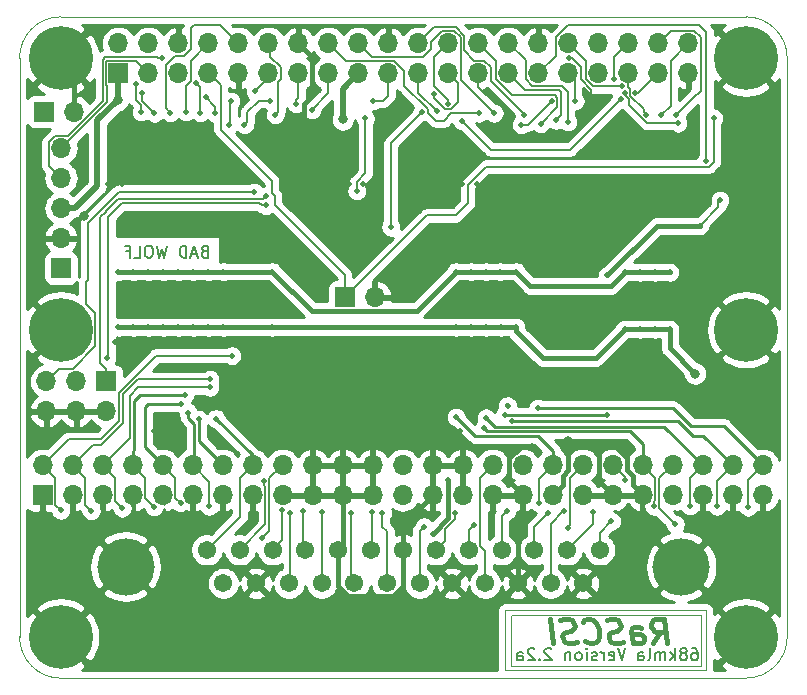
<source format=gbr>
%TF.GenerationSoftware,KiCad,Pcbnew,(5.1.4)-1*%
%TF.CreationDate,2020-08-19T12:06:51-05:00*%
%TF.ProjectId,rascsi_2p2,72617363-7369-45f3-9270-322e6b696361,rev?*%
%TF.SameCoordinates,PX59d60c0PY325aa00*%
%TF.FileFunction,Copper,L2,Bot*%
%TF.FilePolarity,Positive*%
%FSLAX46Y46*%
G04 Gerber Fmt 4.6, Leading zero omitted, Abs format (unit mm)*
G04 Created by KiCad (PCBNEW (5.1.4)-1) date 2020-08-19 12:06:51*
%MOMM*%
%LPD*%
G04 APERTURE LIST*
%TA.AperFunction,NonConductor*%
%ADD10C,0.150000*%
%TD*%
%TA.AperFunction,NonConductor*%
%ADD11C,0.400000*%
%TD*%
%ADD12C,0.120000*%
%TA.AperFunction,NonConductor*%
%ADD13C,0.050000*%
%TD*%
%TA.AperFunction,ComponentPad*%
%ADD14C,4.845000*%
%TD*%
%TA.AperFunction,ComponentPad*%
%ADD15C,1.545000*%
%TD*%
%TA.AperFunction,ComponentPad*%
%ADD16O,1.700000X1.700000*%
%TD*%
%TA.AperFunction,ComponentPad*%
%ADD17R,1.700000X1.700000*%
%TD*%
%TA.AperFunction,ComponentPad*%
%ADD18C,0.800000*%
%TD*%
%TA.AperFunction,ComponentPad*%
%ADD19C,5.400000*%
%TD*%
%TA.AperFunction,ViaPad*%
%ADD20C,0.500000*%
%TD*%
%TA.AperFunction,ViaPad*%
%ADD21C,0.800000*%
%TD*%
%TA.AperFunction,Conductor*%
%ADD22C,0.400000*%
%TD*%
%TA.AperFunction,Conductor*%
%ADD23C,0.200000*%
%TD*%
%TA.AperFunction,Conductor*%
%ADD24C,0.500000*%
%TD*%
%TA.AperFunction,Conductor*%
%ADD25C,0.150000*%
%TD*%
%TA.AperFunction,Conductor*%
%ADD26C,0.250000*%
%TD*%
%TA.AperFunction,Conductor*%
%ADD27C,0.254000*%
%TD*%
G04 APERTURE END LIST*
D10*
X137272476Y-43172380D02*
X137462952Y-43172380D01*
X137558190Y-43220000D01*
X137605809Y-43267619D01*
X137701047Y-43410476D01*
X137748666Y-43600952D01*
X137748666Y-43981904D01*
X137701047Y-44077142D01*
X137653428Y-44124761D01*
X137558190Y-44172380D01*
X137367714Y-44172380D01*
X137272476Y-44124761D01*
X137224857Y-44077142D01*
X137177238Y-43981904D01*
X137177238Y-43743809D01*
X137224857Y-43648571D01*
X137272476Y-43600952D01*
X137367714Y-43553333D01*
X137558190Y-43553333D01*
X137653428Y-43600952D01*
X137701047Y-43648571D01*
X137748666Y-43743809D01*
X136605809Y-43600952D02*
X136701047Y-43553333D01*
X136748666Y-43505714D01*
X136796285Y-43410476D01*
X136796285Y-43362857D01*
X136748666Y-43267619D01*
X136701047Y-43220000D01*
X136605809Y-43172380D01*
X136415333Y-43172380D01*
X136320095Y-43220000D01*
X136272476Y-43267619D01*
X136224857Y-43362857D01*
X136224857Y-43410476D01*
X136272476Y-43505714D01*
X136320095Y-43553333D01*
X136415333Y-43600952D01*
X136605809Y-43600952D01*
X136701047Y-43648571D01*
X136748666Y-43696190D01*
X136796285Y-43791428D01*
X136796285Y-43981904D01*
X136748666Y-44077142D01*
X136701047Y-44124761D01*
X136605809Y-44172380D01*
X136415333Y-44172380D01*
X136320095Y-44124761D01*
X136272476Y-44077142D01*
X136224857Y-43981904D01*
X136224857Y-43791428D01*
X136272476Y-43696190D01*
X136320095Y-43648571D01*
X136415333Y-43600952D01*
X135796285Y-44172380D02*
X135796285Y-43172380D01*
X135701047Y-43791428D02*
X135415333Y-44172380D01*
X135415333Y-43505714D02*
X135796285Y-43886666D01*
X134986761Y-44172380D02*
X134986761Y-43505714D01*
X134986761Y-43600952D02*
X134939142Y-43553333D01*
X134843904Y-43505714D01*
X134701047Y-43505714D01*
X134605809Y-43553333D01*
X134558190Y-43648571D01*
X134558190Y-44172380D01*
X134558190Y-43648571D02*
X134510571Y-43553333D01*
X134415333Y-43505714D01*
X134272476Y-43505714D01*
X134177238Y-43553333D01*
X134129619Y-43648571D01*
X134129619Y-44172380D01*
X133510571Y-44172380D02*
X133605809Y-44124761D01*
X133653428Y-44029523D01*
X133653428Y-43172380D01*
X132701047Y-44172380D02*
X132701047Y-43648571D01*
X132748666Y-43553333D01*
X132843904Y-43505714D01*
X133034380Y-43505714D01*
X133129619Y-43553333D01*
X132701047Y-44124761D02*
X132796285Y-44172380D01*
X133034380Y-44172380D01*
X133129619Y-44124761D01*
X133177238Y-44029523D01*
X133177238Y-43934285D01*
X133129619Y-43839047D01*
X133034380Y-43791428D01*
X132796285Y-43791428D01*
X132701047Y-43743809D01*
X131605809Y-43172380D02*
X131272476Y-44172380D01*
X130939142Y-43172380D01*
X130224857Y-44124761D02*
X130320095Y-44172380D01*
X130510571Y-44172380D01*
X130605809Y-44124761D01*
X130653428Y-44029523D01*
X130653428Y-43648571D01*
X130605809Y-43553333D01*
X130510571Y-43505714D01*
X130320095Y-43505714D01*
X130224857Y-43553333D01*
X130177238Y-43648571D01*
X130177238Y-43743809D01*
X130653428Y-43839047D01*
X129748666Y-44172380D02*
X129748666Y-43505714D01*
X129748666Y-43696190D02*
X129701047Y-43600952D01*
X129653428Y-43553333D01*
X129558190Y-43505714D01*
X129462952Y-43505714D01*
X129177238Y-44124761D02*
X129082000Y-44172380D01*
X128891523Y-44172380D01*
X128796285Y-44124761D01*
X128748666Y-44029523D01*
X128748666Y-43981904D01*
X128796285Y-43886666D01*
X128891523Y-43839047D01*
X129034380Y-43839047D01*
X129129619Y-43791428D01*
X129177238Y-43696190D01*
X129177238Y-43648571D01*
X129129619Y-43553333D01*
X129034380Y-43505714D01*
X128891523Y-43505714D01*
X128796285Y-43553333D01*
X128320095Y-44172380D02*
X128320095Y-43505714D01*
X128320095Y-43172380D02*
X128367714Y-43220000D01*
X128320095Y-43267619D01*
X128272476Y-43220000D01*
X128320095Y-43172380D01*
X128320095Y-43267619D01*
X127701047Y-44172380D02*
X127796285Y-44124761D01*
X127843904Y-44077142D01*
X127891523Y-43981904D01*
X127891523Y-43696190D01*
X127843904Y-43600952D01*
X127796285Y-43553333D01*
X127701047Y-43505714D01*
X127558190Y-43505714D01*
X127462952Y-43553333D01*
X127415333Y-43600952D01*
X127367714Y-43696190D01*
X127367714Y-43981904D01*
X127415333Y-44077142D01*
X127462952Y-44124761D01*
X127558190Y-44172380D01*
X127701047Y-44172380D01*
X126939142Y-43505714D02*
X126939142Y-44172380D01*
X126939142Y-43600952D02*
X126891523Y-43553333D01*
X126796285Y-43505714D01*
X126653428Y-43505714D01*
X126558190Y-43553333D01*
X126510571Y-43648571D01*
X126510571Y-44172380D01*
X125320095Y-43267619D02*
X125272476Y-43220000D01*
X125177238Y-43172380D01*
X124939142Y-43172380D01*
X124843904Y-43220000D01*
X124796285Y-43267619D01*
X124748666Y-43362857D01*
X124748666Y-43458095D01*
X124796285Y-43600952D01*
X125367714Y-44172380D01*
X124748666Y-44172380D01*
X124320095Y-44077142D02*
X124272476Y-44124761D01*
X124320095Y-44172380D01*
X124367714Y-44124761D01*
X124320095Y-44077142D01*
X124320095Y-44172380D01*
X123891523Y-43267619D02*
X123843904Y-43220000D01*
X123748666Y-43172380D01*
X123510571Y-43172380D01*
X123415333Y-43220000D01*
X123367714Y-43267619D01*
X123320095Y-43362857D01*
X123320095Y-43458095D01*
X123367714Y-43600952D01*
X123939142Y-44172380D01*
X123320095Y-44172380D01*
X122462952Y-44172380D02*
X122462952Y-43648571D01*
X122510571Y-43553333D01*
X122605809Y-43505714D01*
X122796285Y-43505714D01*
X122891523Y-43553333D01*
X122462952Y-44124761D02*
X122558190Y-44172380D01*
X122796285Y-44172380D01*
X122891523Y-44124761D01*
X122939142Y-44029523D01*
X122939142Y-43934285D01*
X122891523Y-43839047D01*
X122796285Y-43791428D01*
X122558190Y-43791428D01*
X122462952Y-43743809D01*
D11*
X133956761Y-42719761D02*
X134504380Y-41767380D01*
X135099619Y-42719761D02*
X134849619Y-40719761D01*
X134087714Y-40719761D01*
X133909142Y-40815000D01*
X133825809Y-40910238D01*
X133754380Y-41100714D01*
X133790095Y-41386428D01*
X133909142Y-41576904D01*
X134016285Y-41672142D01*
X134218666Y-41767380D01*
X134980571Y-41767380D01*
X132242476Y-42719761D02*
X132111523Y-41672142D01*
X132182952Y-41481666D01*
X132361523Y-41386428D01*
X132742476Y-41386428D01*
X132944857Y-41481666D01*
X132230571Y-42624523D02*
X132432952Y-42719761D01*
X132909142Y-42719761D01*
X133087714Y-42624523D01*
X133159142Y-42434047D01*
X133135333Y-42243571D01*
X133016285Y-42053095D01*
X132813904Y-41957857D01*
X132337714Y-41957857D01*
X132135333Y-41862619D01*
X131373428Y-42624523D02*
X131099619Y-42719761D01*
X130623428Y-42719761D01*
X130421047Y-42624523D01*
X130313904Y-42529285D01*
X130194857Y-42338809D01*
X130171047Y-42148333D01*
X130242476Y-41957857D01*
X130325809Y-41862619D01*
X130504380Y-41767380D01*
X130873428Y-41672142D01*
X131052000Y-41576904D01*
X131135333Y-41481666D01*
X131206761Y-41291190D01*
X131182952Y-41100714D01*
X131063904Y-40910238D01*
X130956761Y-40815000D01*
X130754380Y-40719761D01*
X130278190Y-40719761D01*
X130004380Y-40815000D01*
X128218666Y-42529285D02*
X128325809Y-42624523D01*
X128623428Y-42719761D01*
X128813904Y-42719761D01*
X129087714Y-42624523D01*
X129254380Y-42434047D01*
X129325809Y-42243571D01*
X129373428Y-41862619D01*
X129337714Y-41576904D01*
X129194857Y-41195952D01*
X129075809Y-41005476D01*
X128861523Y-40815000D01*
X128563904Y-40719761D01*
X128373428Y-40719761D01*
X128099619Y-40815000D01*
X128016285Y-40910238D01*
X127468666Y-42624523D02*
X127194857Y-42719761D01*
X126718666Y-42719761D01*
X126516285Y-42624523D01*
X126409142Y-42529285D01*
X126290095Y-42338809D01*
X126266285Y-42148333D01*
X126337714Y-41957857D01*
X126421047Y-41862619D01*
X126599619Y-41767380D01*
X126968666Y-41672142D01*
X127147238Y-41576904D01*
X127230571Y-41481666D01*
X127302000Y-41291190D01*
X127278190Y-41100714D01*
X127159142Y-40910238D01*
X127052000Y-40815000D01*
X126849619Y-40719761D01*
X126373428Y-40719761D01*
X126099619Y-40815000D01*
X125480571Y-42719761D02*
X125230571Y-40719761D01*
D12*
X121994000Y-40342000D02*
X137996000Y-40342000D01*
X121930500Y-44660000D02*
X121930500Y-40405500D01*
X137996000Y-40342000D02*
X137996000Y-44660000D01*
X137996000Y-44660000D02*
X121930500Y-44660000D01*
X121422500Y-39961000D02*
X121422500Y-45041000D01*
X138440500Y-45041000D02*
X121422500Y-45041000D01*
X138377000Y-39961000D02*
X121422500Y-39961000D01*
X138440500Y-45041000D02*
X138440500Y-39961000D01*
D10*
X95961466Y-9561771D02*
X95818609Y-9609390D01*
X95770990Y-9657009D01*
X95723371Y-9752247D01*
X95723371Y-9895104D01*
X95770990Y-9990342D01*
X95818609Y-10037961D01*
X95913847Y-10085580D01*
X96294800Y-10085580D01*
X96294800Y-9085580D01*
X95961466Y-9085580D01*
X95866228Y-9133200D01*
X95818609Y-9180819D01*
X95770990Y-9276057D01*
X95770990Y-9371295D01*
X95818609Y-9466533D01*
X95866228Y-9514152D01*
X95961466Y-9561771D01*
X96294800Y-9561771D01*
X95342419Y-9799866D02*
X94866228Y-9799866D01*
X95437657Y-10085580D02*
X95104323Y-9085580D01*
X94770990Y-10085580D01*
X94437657Y-10085580D02*
X94437657Y-9085580D01*
X94199561Y-9085580D01*
X94056704Y-9133200D01*
X93961466Y-9228438D01*
X93913847Y-9323676D01*
X93866228Y-9514152D01*
X93866228Y-9657009D01*
X93913847Y-9847485D01*
X93961466Y-9942723D01*
X94056704Y-10037961D01*
X94199561Y-10085580D01*
X94437657Y-10085580D01*
X92770990Y-9085580D02*
X92532895Y-10085580D01*
X92342419Y-9371295D01*
X92151942Y-10085580D01*
X91913847Y-9085580D01*
X91342419Y-9085580D02*
X91151942Y-9085580D01*
X91056704Y-9133200D01*
X90961466Y-9228438D01*
X90913847Y-9418914D01*
X90913847Y-9752247D01*
X90961466Y-9942723D01*
X91056704Y-10037961D01*
X91151942Y-10085580D01*
X91342419Y-10085580D01*
X91437657Y-10037961D01*
X91532895Y-9942723D01*
X91580514Y-9752247D01*
X91580514Y-9418914D01*
X91532895Y-9228438D01*
X91437657Y-9133200D01*
X91342419Y-9085580D01*
X90009085Y-10085580D02*
X90485276Y-10085580D01*
X90485276Y-9085580D01*
X89342419Y-9561771D02*
X89675752Y-9561771D01*
X89675752Y-10085580D02*
X89675752Y-9085580D01*
X89199561Y-9085580D01*
D13*
X83800000Y-45696000D02*
X141800000Y-45696000D01*
X83800000Y-45696000D02*
G75*
G02X80300000Y-42196000I0J3500000D01*
G01*
X145300000Y-42196000D02*
G75*
G02X141800000Y-45696000I-3500000J0D01*
G01*
X80300000Y6800000D02*
X80300000Y-42196000D01*
X145300000Y6800000D02*
X145300000Y-42196000D01*
X83800000Y10300000D02*
X141800000Y10300000D01*
X80300000Y6800000D02*
G75*
G02X83800000Y10300000I3500000J0D01*
G01*
X141800000Y10300000D02*
G75*
G02X145300000Y6800000I0J-3500000D01*
G01*
D14*
%TO.P,J6,MH2*%
%TO.N,GND*%
X89281600Y-36250000D03*
%TO.P,J6,MH1*%
X136321600Y-36250000D03*
D15*
%TO.P,J6,25*%
%TO.N,TERMPOW*%
X97566600Y-37670000D03*
%TO.P,J6,24*%
%TO.N,GND*%
X100336600Y-37670000D03*
%TO.P,J6,23*%
%TO.N,C-D4*%
X103106600Y-37670000D03*
%TO.P,J6,22*%
%TO.N,C-D2*%
X105876600Y-37670000D03*
%TO.P,J6,21*%
%TO.N,C-D1*%
X108646600Y-37670000D03*
%TO.P,J6,20*%
%TO.N,C-DP*%
X111416600Y-37670000D03*
%TO.P,J6,19*%
%TO.N,C-SEL*%
X114186600Y-37670000D03*
%TO.P,J6,18*%
%TO.N,GND*%
X116956600Y-37670000D03*
%TO.P,J6,17*%
%TO.N,C-ATN*%
X119726600Y-37670000D03*
%TO.P,J6,16*%
%TO.N,GND*%
X122496600Y-37670000D03*
%TO.P,J6,15*%
%TO.N,C-C_D*%
X125266600Y-37670000D03*
%TO.P,J6,14*%
%TO.N,GND*%
X128036600Y-37670000D03*
%TO.P,J6,13*%
%TO.N,C-D7*%
X96181600Y-34830000D03*
%TO.P,J6,12*%
%TO.N,C-D6*%
X98951600Y-34830000D03*
%TO.P,J6,11*%
%TO.N,C-D5*%
X101721600Y-34830000D03*
%TO.P,J6,10*%
%TO.N,C-D3*%
X104491600Y-34830000D03*
%TO.P,J6,9*%
%TO.N,GND*%
X107261600Y-34830000D03*
%TO.P,J6,8*%
%TO.N,C-D0*%
X110031600Y-34830000D03*
%TO.P,J6,7*%
%TO.N,GND*%
X112801600Y-34830000D03*
%TO.P,J6,6*%
%TO.N,C-BSY*%
X115571600Y-34830000D03*
%TO.P,J6,5*%
%TO.N,C-ACK*%
X118341600Y-34830000D03*
%TO.P,J6,4*%
%TO.N,C-RST*%
X121111600Y-34830000D03*
%TO.P,J6,3*%
%TO.N,C-I_O*%
X123881600Y-34830000D03*
%TO.P,J6,2*%
%TO.N,C-MSG*%
X126651600Y-34830000D03*
%TO.P,J6,1*%
%TO.N,C-REQ*%
X129421600Y-34830000D03*
%TD*%
D16*
%TO.P,J7,2*%
%TO.N,GND*%
X84920000Y2280000D03*
D17*
%TO.P,J7,1*%
%TO.N,+5V*%
X82380000Y2280000D03*
%TD*%
D16*
%TO.P,J5,6*%
%TO.N,GND*%
X82560000Y-23110000D03*
%TO.P,J5,5*%
%TO.N,PI_GPIO9*%
X82560000Y-20570000D03*
%TO.P,J5,4*%
%TO.N,GND*%
X85100000Y-23110000D03*
%TO.P,J5,3*%
%TO.N,PI_GPIO1*%
X85100000Y-20570000D03*
%TO.P,J5,2*%
%TO.N,GND*%
X87640000Y-23110000D03*
D17*
%TO.P,J5,1*%
%TO.N,PI_GPIO0*%
X87640000Y-20570000D03*
%TD*%
D16*
%TO.P,J3,50*%
%TO.N,C-I_O*%
X143226500Y-27654500D03*
%TO.P,J3,49*%
%TO.N,GND*%
X143226500Y-30194500D03*
%TO.P,J3,48*%
%TO.N,C-REQ*%
X140686500Y-27654500D03*
%TO.P,J3,47*%
%TO.N,GND*%
X140686500Y-30194500D03*
%TO.P,J3,46*%
%TO.N,C-C_D*%
X138146500Y-27654500D03*
%TO.P,J3,45*%
%TO.N,GND*%
X138146500Y-30194500D03*
%TO.P,J3,44*%
%TO.N,C-SEL*%
X135606500Y-27654500D03*
%TO.P,J3,43*%
%TO.N,GND*%
X135606500Y-30194500D03*
%TO.P,J3,42*%
%TO.N,C-MSG*%
X133066500Y-27654500D03*
%TO.P,J3,41*%
%TO.N,GND*%
X133066500Y-30194500D03*
%TO.P,J3,40*%
%TO.N,C-RST*%
X130526500Y-27654500D03*
%TO.P,J3,39*%
%TO.N,GND*%
X130526500Y-30194500D03*
%TO.P,J3,38*%
%TO.N,C-ACK*%
X127986500Y-27654500D03*
%TO.P,J3,37*%
%TO.N,GND*%
X127986500Y-30194500D03*
%TO.P,J3,36*%
%TO.N,C-BSY*%
X125446500Y-27654500D03*
%TO.P,J3,35*%
%TO.N,GND*%
X125446500Y-30194500D03*
%TO.P,J3,34*%
%TO.N,Net-(J3-Pad34)*%
X122906500Y-27654500D03*
%TO.P,J3,33*%
%TO.N,GND*%
X122906500Y-30194500D03*
%TO.P,J3,32*%
%TO.N,C-ATN*%
X120366500Y-27654500D03*
%TO.P,J3,31*%
%TO.N,GND*%
X120366500Y-30194500D03*
%TO.P,J3,30*%
X117826500Y-27654500D03*
%TO.P,J3,29*%
X117826500Y-30194500D03*
%TO.P,J3,28*%
X115286500Y-27654500D03*
%TO.P,J3,27*%
X115286500Y-30194500D03*
%TO.P,J3,26*%
%TO.N,TERMPOW*%
X112746500Y-27654500D03*
%TO.P,J3,25*%
%TO.N,Net-(J3-Pad25)*%
X112746500Y-30194500D03*
%TO.P,J3,24*%
%TO.N,GND*%
X110206500Y-27654500D03*
%TO.P,J3,23*%
X110206500Y-30194500D03*
%TO.P,J3,22*%
X107666500Y-27654500D03*
%TO.P,J3,21*%
X107666500Y-30194500D03*
%TO.P,J3,20*%
X105126500Y-27654500D03*
%TO.P,J3,19*%
X105126500Y-30194500D03*
%TO.P,J3,18*%
%TO.N,C-DP*%
X102586500Y-27654500D03*
%TO.P,J3,17*%
%TO.N,GND*%
X102586500Y-30194500D03*
%TO.P,J3,16*%
%TO.N,C-D7*%
X100046500Y-27654500D03*
%TO.P,J3,15*%
%TO.N,GND*%
X100046500Y-30194500D03*
%TO.P,J3,14*%
%TO.N,C-D6*%
X97506500Y-27654500D03*
%TO.P,J3,13*%
%TO.N,GND*%
X97506500Y-30194500D03*
%TO.P,J3,12*%
%TO.N,C-D5*%
X94966500Y-27654500D03*
%TO.P,J3,11*%
%TO.N,GND*%
X94966500Y-30194500D03*
%TO.P,J3,10*%
%TO.N,C-D4*%
X92426500Y-27654500D03*
%TO.P,J3,9*%
%TO.N,GND*%
X92426500Y-30194500D03*
%TO.P,J3,8*%
%TO.N,C-D3*%
X89886500Y-27654500D03*
%TO.P,J3,7*%
%TO.N,GND*%
X89886500Y-30194500D03*
%TO.P,J3,6*%
%TO.N,C-D2*%
X87346500Y-27654500D03*
%TO.P,J3,5*%
%TO.N,GND*%
X87346500Y-30194500D03*
%TO.P,J3,4*%
%TO.N,C-D1*%
X84806500Y-27654500D03*
%TO.P,J3,3*%
%TO.N,GND*%
X84806500Y-30194500D03*
%TO.P,J3,2*%
%TO.N,C-D0*%
X82266500Y-27654500D03*
D17*
%TO.P,J3,1*%
%TO.N,GND*%
X82266500Y-30194500D03*
%TD*%
D16*
%TO.P,J2,2*%
%TO.N,GND*%
X110397000Y-13430500D03*
D17*
%TO.P,J2,1*%
%TO.N,PI-ACT*%
X107857000Y-13430500D03*
%TD*%
D16*
%TO.P,J1,40*%
%TO.N,PI-ACK*%
X136930000Y8070000D03*
%TO.P,J1,39*%
%TO.N,GND*%
X136930000Y5530000D03*
%TO.P,J1,38*%
%TO.N,PI-RST*%
X134390000Y8070000D03*
%TO.P,J1,37*%
%TO.N,PI-BSY*%
X134390000Y5530000D03*
%TO.P,J1,36*%
%TO.N,PI-D6*%
X131850000Y8070000D03*
%TO.P,J1,35*%
%TO.N,PI-ATN*%
X131850000Y5530000D03*
%TO.P,J1,34*%
%TO.N,GND*%
X129310000Y8070000D03*
%TO.P,J1,33*%
%TO.N,PI-D3*%
X129310000Y5530000D03*
%TO.P,J1,32*%
%TO.N,PI-D2*%
X126770000Y8070000D03*
%TO.P,J1,31*%
%TO.N,PI-IND*%
X126770000Y5530000D03*
%TO.P,J1,30*%
%TO.N,GND*%
X124230000Y8070000D03*
%TO.P,J1,29*%
%TO.N,DBG_LED*%
X124230000Y5530000D03*
%TO.P,J1,28*%
%TO.N,PI_GPIO1*%
X121690000Y8070000D03*
%TO.P,J1,27*%
%TO.N,PI_GPIO0*%
X121690000Y5530000D03*
%TO.P,J1,26*%
%TO.N,PI-TAD*%
X119150000Y8070000D03*
%TO.P,J1,25*%
%TO.N,GND*%
X119150000Y5530000D03*
%TO.P,J1,24*%
%TO.N,PI-DTD*%
X116610000Y8070000D03*
%TO.P,J1,23*%
%TO.N,PI-D1*%
X116610000Y5530000D03*
%TO.P,J1,22*%
%TO.N,PI-I_O*%
X114070000Y8070000D03*
%TO.P,J1,21*%
%TO.N,PI_GPIO9*%
X114070000Y5530000D03*
%TO.P,J1,20*%
%TO.N,GND*%
X111530000Y8070000D03*
%TO.P,J1,19*%
%TO.N,PI-D0*%
X111530000Y5530000D03*
%TO.P,J1,18*%
%TO.N,PI-C_D*%
X108990000Y8070000D03*
%TO.P,J1,17*%
%TO.N,+3V3*%
X108990000Y5530000D03*
%TO.P,J1,16*%
%TO.N,PI-MSG*%
X106450000Y8070000D03*
%TO.P,J1,15*%
%TO.N,PI-REQ*%
X106450000Y5530000D03*
%TO.P,J1,14*%
%TO.N,GND*%
X103910000Y8070000D03*
%TO.P,J1,13*%
%TO.N,PI-SEL*%
X103910000Y5530000D03*
%TO.P,J1,12*%
%TO.N,PI-DP*%
X101370000Y8070000D03*
%TO.P,J1,11*%
%TO.N,PI-D7*%
X101370000Y5530000D03*
%TO.P,J1,10*%
%TO.N,PI-D5*%
X98830000Y8070000D03*
%TO.P,J1,9*%
%TO.N,GND*%
X98830000Y5530000D03*
%TO.P,J1,8*%
%TO.N,PI-D4*%
X96290000Y8070000D03*
%TO.P,J1,7*%
%TO.N,PI-ACT*%
X96290000Y5530000D03*
%TO.P,J1,6*%
%TO.N,GND*%
X93750000Y8070000D03*
%TO.P,J1,5*%
%TO.N,PI_SCL*%
X93750000Y5530000D03*
%TO.P,J1,4*%
%TO.N,+5V*%
X91210000Y8070000D03*
%TO.P,J1,3*%
%TO.N,PI_SDA*%
X91210000Y5530000D03*
%TO.P,J1,2*%
%TO.N,+5V*%
X88670000Y8070000D03*
D17*
%TO.P,J1,1*%
%TO.N,+3V3*%
X88670000Y5530000D03*
%TD*%
D18*
%TO.P,H2,1*%
%TO.N,GND*%
X143231891Y8231891D03*
X141800000Y8825000D03*
X140368109Y8231891D03*
X139775000Y6800000D03*
X140368109Y5368109D03*
X141800000Y4775000D03*
X143231891Y5368109D03*
X143825000Y6800000D03*
D19*
X141800000Y6800000D03*
%TD*%
D18*
%TO.P,H1,1*%
%TO.N,GND*%
X85231891Y8231891D03*
X83800000Y8825000D03*
X82368109Y8231891D03*
X81775000Y6800000D03*
X82368109Y5368109D03*
X83800000Y4775000D03*
X85231891Y5368109D03*
X85825000Y6800000D03*
D19*
X83800000Y6800000D03*
%TD*%
D16*
%TO.P,J4,5*%
%TO.N,PI_SDA*%
X83810000Y-820000D03*
%TO.P,J4,4*%
%TO.N,PI_SCL*%
X83810000Y-3360000D03*
%TO.P,J4,3*%
%TO.N,+3V3*%
X83810000Y-5900000D03*
%TO.P,J4,2*%
%TO.N,GND*%
X83810000Y-8440000D03*
D17*
%TO.P,J4,1*%
%TO.N,+5V*%
X83810000Y-10980000D03*
%TD*%
D18*
%TO.P,H6,1*%
%TO.N,GND*%
X143231891Y-40768109D03*
X141800000Y-40175000D03*
X140368109Y-40768109D03*
X139775000Y-42200000D03*
X140368109Y-43631891D03*
X141800000Y-44225000D03*
X143231891Y-43631891D03*
X143825000Y-42200000D03*
D19*
X141800000Y-42200000D03*
%TD*%
D18*
%TO.P,H5,1*%
%TO.N,GND*%
X85231891Y-40768109D03*
X83800000Y-40175000D03*
X82368109Y-40768109D03*
X81775000Y-42200000D03*
X82368109Y-43631891D03*
X83800000Y-44225000D03*
X85231891Y-43631891D03*
X85825000Y-42200000D03*
D19*
X83800000Y-42200000D03*
%TD*%
D18*
%TO.P,H4,1*%
%TO.N,GND*%
X143231891Y-14768109D03*
X141800000Y-14175000D03*
X140368109Y-14768109D03*
X139775000Y-16200000D03*
X140368109Y-17631891D03*
X141800000Y-18225000D03*
X143231891Y-17631891D03*
X143825000Y-16200000D03*
D19*
X141800000Y-16200000D03*
%TD*%
D18*
%TO.P,H3,1*%
%TO.N,GND*%
X85231891Y-14768109D03*
X83800000Y-14175000D03*
X82368109Y-14768109D03*
X81775000Y-16200000D03*
X82368109Y-17631891D03*
X83800000Y-18225000D03*
X85231891Y-17631891D03*
X85825000Y-16200000D03*
D19*
X83800000Y-16200000D03*
%TD*%
D20*
%TO.N,GND*%
X118490362Y-17240500D03*
X119691089Y-17240500D03*
X127730000Y1350000D03*
X101940915Y-24797000D03*
X99390332Y-24797000D03*
X112111500Y-24797000D03*
X104459749Y-24797000D03*
X107010332Y-24797000D03*
X94257415Y-24797000D03*
X96808000Y-24797000D03*
X87791000Y-3842000D03*
X88985954Y-3842000D03*
X125007770Y-3842000D03*
X120204862Y-3842000D03*
X114201227Y-3842000D03*
X115401954Y-3842000D03*
X119004135Y-3842000D03*
X121405589Y-3842000D03*
X113000500Y-3842000D03*
X116602681Y-3842000D03*
X123807043Y-3842000D03*
X117803408Y-3842000D03*
X138215770Y-3842000D03*
X133412862Y-3842000D03*
X127409227Y-3842000D03*
X128609954Y-3842000D03*
X132212135Y-3842000D03*
X134613589Y-3842000D03*
X85378000Y-3842000D03*
X129810681Y-3842000D03*
X135814316Y-3842000D03*
X131011408Y-3842000D03*
D21*
X85695500Y-730500D03*
X85759000Y-6572500D03*
D20*
X123732000Y-26003500D03*
X98840000Y-7906000D03*
X101888000Y-7969500D03*
X102777000Y-13748000D03*
X99475000Y-13811500D03*
X126970500Y-17240500D03*
X132812500Y-17240500D03*
X134082500Y-17240500D03*
X117255000Y-17240500D03*
X116054270Y-17240500D03*
X114853543Y-17240500D03*
X113652816Y-17240500D03*
X112452089Y-17240500D03*
X111251362Y-17240500D03*
X108849908Y-17240500D03*
X106448454Y-17240500D03*
X104047000Y-17240500D03*
X101634000Y-17240500D03*
X105247727Y-17240500D03*
X107649181Y-17240500D03*
X110050635Y-17240500D03*
X100364000Y-17240500D03*
X99030500Y-17240500D03*
X88426000Y-17240500D03*
X128431000Y-17240500D03*
X108197589Y-3842000D03*
X109398316Y-3842000D03*
X110599043Y-3842000D03*
X81504500Y-24797000D03*
X84055083Y-24797000D03*
X91706832Y-24797000D03*
X115413500Y-24797000D03*
X117636000Y-24797000D03*
X137015043Y-3842000D03*
X100745000Y1682500D03*
X88489500Y1682500D03*
X91089500Y-17240500D03*
X92423000Y-17240500D03*
X93756500Y-17240500D03*
X95090000Y-17240500D03*
X97757000Y-17240500D03*
X103669502Y350000D03*
X126814795Y6843816D03*
D21*
X126750000Y-25640000D03*
%TO.N,+3V3*%
X107666500Y1619000D03*
X88616500Y3270000D03*
D20*
%TO.N,+5V*%
X137892500Y-7398000D03*
X139607000Y-5239000D03*
X130082000Y-11589000D03*
%TO.N,C-REQ*%
X122017500Y-23902000D03*
X121637010Y-22637490D03*
X139350000Y-31150000D03*
X130419308Y-32414713D03*
%TO.N,C-MSG*%
X119668000Y-24543000D03*
X133993502Y-31150000D03*
X128817950Y-31630159D03*
%TO.N,C-BSY*%
X117255000Y-23590500D03*
X124270000Y-30872990D03*
X117187010Y-31684832D03*
%TO.N,C-SEL*%
X114530000Y-32870000D03*
X135828947Y-32665648D03*
%TO.N,C-RST*%
X121540000Y-31560000D03*
X131560000Y-28920000D03*
%TO.N,C-ACK*%
X126730000Y-32950000D03*
X118812489Y-32689064D03*
%TO.N,C-ATN*%
X130018500Y-23400000D03*
X121382500Y-23400000D03*
%TO.N,C-DP*%
X111030000Y-31680000D03*
X100860000Y-33850000D03*
%TO.N,C-D0*%
X98268500Y-18383500D03*
X83780000Y-31480000D03*
X110120000Y-31630000D03*
%TO.N,C-D1*%
X96427000Y-20409500D03*
X86370000Y-31530000D03*
X108350000Y-31680000D03*
%TO.N,C-D2*%
X96427000Y-21067500D03*
X105950000Y-31630000D03*
X89002424Y-31302989D03*
%TO.N,C-D3*%
X94279018Y-21696518D03*
X104280000Y-31580000D03*
X91693529Y-31178968D03*
%TO.N,C-D4*%
X94014000Y-22447500D03*
X103220000Y-31750000D03*
X93930504Y-30851957D03*
%TO.N,C-D5*%
X94585500Y-23209500D03*
X96380000Y-31150000D03*
X102510000Y-31434946D03*
%TO.N,C-D6*%
X95474500Y-23781000D03*
X100973502Y-29027449D03*
%TO.N,C-D7*%
X96935000Y-23717500D03*
%TO.N,C-I_O*%
X124176500Y-22828500D03*
X142000000Y-31220000D03*
X125036247Y-31748511D03*
%TO.N,C-C_D*%
X119795000Y-23654000D03*
X137054940Y-31121502D03*
X126371042Y-31585360D03*
%TO.N,TERMPOW*%
X116610000Y-28880000D03*
X115320326Y-33454012D03*
%TO.N,PI-D7*%
X90204000Y4603500D03*
X90598618Y2254001D03*
X100237000Y4026010D03*
%TO.N,PI-D6*%
X91728000Y2127000D03*
X90656000Y3841500D03*
X130660000Y5020000D03*
%TO.N,PI-D5*%
X93061500Y2190500D03*
%TO.N,PI-D4*%
X94395000Y2254000D03*
%TO.N,PI-D3*%
X95601500Y2190500D03*
X95284000Y4667000D03*
%TO.N,PI-D2*%
X96053500Y3471979D03*
X96871500Y2127000D03*
X131331350Y4416957D03*
%TO.N,PI-D1*%
X98078000Y1174500D03*
X98205000Y3143000D03*
X115371854Y3788442D03*
%TO.N,PI-D0*%
X99348000Y1174500D03*
X101523214Y3194969D03*
X110270000Y3194969D03*
%TO.N,PI-DP*%
X101951500Y2000000D03*
%TO.N,PI-BSY*%
X117763000Y1492000D03*
X132453345Y3810358D03*
X131192949Y3312010D03*
%TO.N,PI-MSG*%
X119223500Y2139000D03*
%TO.N,PI-C_D*%
X120493500Y2127000D03*
%TO.N,PI-REQ*%
X105063000Y2444500D03*
X122779500Y1174500D03*
X125383000Y3194958D03*
%TO.N,PI-I_O*%
X123033500Y2000000D03*
%TO.N,PI-ATN*%
X133384000Y2000000D03*
%TO.N,PI-ACK*%
X134654000Y2000000D03*
%TO.N,PI-RST*%
X135924000Y2000000D03*
%TO.N,PI-SEL*%
X136051000Y1301500D03*
X103729500Y2917959D03*
X131548391Y3828707D03*
%TO.N,DBG_LED*%
X138464000Y-1937000D03*
%TO.N,PI_SCL*%
X92400000Y6830000D03*
%TO.N,PI-ACT*%
X139070254Y1705407D03*
%TO.N,/TERM_GND*%
X135352500Y-16161000D03*
X134082500Y-16161000D03*
X132812500Y-16161000D03*
X131542500Y-16161000D03*
X117255000Y-15970500D03*
X118525000Y-15970500D03*
X119795000Y-15970500D03*
X121065000Y-15970500D03*
X122335000Y-15970500D03*
X88680000Y-15970500D03*
X89950000Y-15970500D03*
X91220000Y-15970500D03*
X92490000Y-15970500D03*
X93760000Y-15970500D03*
X95030000Y-15970500D03*
X96300000Y-15970500D03*
X97570000Y-15970500D03*
X101697500Y-15970500D03*
D21*
X137511500Y-19907500D03*
D20*
%TO.N,/TERM_5v*%
X88680000Y-11271500D03*
X89950000Y-11271500D03*
X91220000Y-11271500D03*
X92490000Y-11271500D03*
X93760000Y-11271500D03*
X94966500Y-11271500D03*
X96300000Y-11271500D03*
X97570000Y-11271500D03*
X101697500Y-11271500D03*
X117255000Y-11271500D03*
X118525000Y-11271500D03*
X119795000Y-11271500D03*
X122335000Y-11271500D03*
X121001500Y-11271500D03*
X131542500Y-11335000D03*
X135352500Y-11335000D03*
X134082500Y-11335000D03*
X132812500Y-11335000D03*
%TO.N,PI-IND*%
X127340000Y3194958D03*
%TO.N,PI-TAD*%
X124430500Y1238000D03*
%TO.N,PI-DTD*%
X116620000Y2917959D03*
X111730500Y-7525000D03*
X114405576Y2247010D03*
%TO.N,PI_GPIO1*%
X126740000Y1390000D03*
X101162740Y-5677335D03*
X87710000Y-18570000D03*
%TO.N,PI_GPIO0*%
X125736135Y1526251D03*
X101180000Y-4880000D03*
%TO.N,PI_GPIO9*%
X115622753Y2330410D03*
X109580000Y1690000D03*
X108850000Y-4450000D03*
X100163117Y-4545591D03*
%TD*%
D22*
%TO.N,GND*%
X105087001Y6892999D02*
X105087001Y3617001D01*
X103910000Y8070000D02*
X105087001Y6892999D01*
X105087001Y3617001D02*
X104380000Y2910000D01*
X104380000Y2910000D02*
X104380000Y1060498D01*
X104380000Y1060498D02*
X103669502Y350000D01*
D23*
X127050146Y6843816D02*
X126814795Y6843816D01*
X127730000Y1350000D02*
X127730000Y1703553D01*
X127730000Y1703553D02*
X127847001Y1820554D01*
X127730000Y1350000D02*
X127730000Y2090000D01*
X127730000Y2090000D02*
X128720000Y3080000D01*
X127847001Y6046961D02*
X127050146Y6843816D01*
X127847001Y5008929D02*
X127847001Y6046961D01*
X128720000Y4135930D02*
X127847001Y5008929D01*
X128720000Y3080000D02*
X128720000Y4135930D01*
X119150000Y4327919D02*
X119787919Y3690000D01*
X119150000Y5530000D02*
X119150000Y4327919D01*
X119787919Y3690000D02*
X120220000Y3690000D01*
X120220000Y3690000D02*
X120680000Y3230000D01*
D22*
X107666500Y-34425100D02*
X107261600Y-34830000D01*
X107666500Y-30194500D02*
X107666500Y-34425100D01*
X112801600Y-37912262D02*
X112801600Y-34830000D01*
X111944361Y-38769501D02*
X112801600Y-37912262D01*
X108118839Y-38769501D02*
X111944361Y-38769501D01*
X107261600Y-37912262D02*
X108118839Y-38769501D01*
X107261600Y-34830000D02*
X107261600Y-37912262D01*
X112801600Y-32679400D02*
X112801600Y-34830000D01*
X115286500Y-30194500D02*
X112801600Y-32679400D01*
X122496600Y-31806481D02*
X122496600Y-37670000D01*
X122906500Y-31396581D02*
X122496600Y-31806481D01*
X122906500Y-30194500D02*
X122906500Y-31396581D01*
X84920000Y5680000D02*
X83800000Y6800000D01*
X84920000Y2280000D02*
X84920000Y5680000D01*
X126750000Y-28092962D02*
X126750000Y-25640000D01*
X126296499Y-28546463D02*
X126750000Y-28092962D01*
X125446500Y-30194500D02*
X126296499Y-29344501D01*
X126296499Y-29344501D02*
X126296499Y-28546463D01*
X129340000Y-25640000D02*
X126750000Y-25640000D01*
X131703501Y-27089539D02*
X130253962Y-25640000D01*
X131703501Y-28033463D02*
X131703501Y-27089539D01*
X132216501Y-28546463D02*
X131703501Y-28033463D01*
X132216501Y-29344501D02*
X132216501Y-28546463D01*
X133066500Y-30194500D02*
X132216501Y-29344501D01*
X129349499Y-25649499D02*
X129340000Y-25640000D01*
X129349499Y-29017499D02*
X129349499Y-25649499D01*
X130526500Y-30194500D02*
X129349499Y-29017499D01*
X130253962Y-25640000D02*
X129340000Y-25640000D01*
X122815538Y-26003500D02*
X123732000Y-26003500D01*
X121729499Y-27089539D02*
X122815538Y-26003500D01*
X121729499Y-29017499D02*
X121729499Y-27089539D01*
X122906500Y-30194500D02*
X121729499Y-29017499D01*
D24*
%TO.N,+3V3*%
X88670000Y3323500D02*
X88616500Y3270000D01*
X88670000Y5530000D02*
X88670000Y3323500D01*
X107666500Y4206500D02*
X108990000Y5530000D01*
X107666500Y1619000D02*
X107666500Y4206500D01*
X85012081Y-5900000D02*
X83810000Y-5900000D01*
X86877001Y-4035080D02*
X85012081Y-5900000D01*
X88616500Y3270000D02*
X86877001Y1530501D01*
X86877001Y1530501D02*
X86877001Y-4035080D01*
D22*
%TO.N,+5V*%
X134273000Y-7398000D02*
X137892500Y-7398000D01*
X130082000Y-11589000D02*
X134273000Y-7398000D01*
D25*
X139480000Y-5366000D02*
X139607000Y-5239000D01*
X137892500Y-7398000D02*
X139480000Y-5810500D01*
X139480000Y-5810500D02*
X139480000Y-5366000D01*
D26*
%TO.N,C-REQ*%
X138210000Y-25178000D02*
X140686500Y-27654500D01*
X137300962Y-25178000D02*
X138210000Y-25178000D01*
X122017500Y-23902000D02*
X136024962Y-23902000D01*
X136024962Y-23902000D02*
X137300962Y-25178000D01*
X121516520Y-22517000D02*
X121637010Y-22637490D01*
D23*
X139350000Y-28991000D02*
X140686500Y-27654500D01*
X139350000Y-31150000D02*
X139350000Y-28991000D01*
X129421600Y-34830000D02*
X129421600Y-33412421D01*
X129421600Y-33412421D02*
X130419308Y-32414713D01*
D26*
%TO.N,C-MSG*%
X119917999Y-24792999D02*
X131982999Y-24792999D01*
X119668000Y-24543000D02*
X119917999Y-24792999D01*
X133066500Y-25876500D02*
X133066500Y-27654500D01*
X131982999Y-24792999D02*
X133066500Y-25876500D01*
D23*
X133993502Y-30796447D02*
X133993502Y-31150000D01*
X133066500Y-27654500D02*
X134143501Y-28731501D01*
X134143501Y-30646448D02*
X133993502Y-30796447D01*
X134143501Y-28731501D02*
X134143501Y-30646448D01*
X126651600Y-34830000D02*
X128817950Y-32663650D01*
X128817950Y-32663650D02*
X128817950Y-31630159D01*
D26*
%TO.N,C-BSY*%
X125446500Y-26452419D02*
X124172081Y-25178000D01*
X125446500Y-27654500D02*
X125446500Y-26452419D01*
X124172081Y-25178000D02*
X118842500Y-25178000D01*
X118842500Y-25178000D02*
X117255000Y-23590500D01*
D23*
X124270000Y-28831000D02*
X124270000Y-30872990D01*
X125446500Y-27654500D02*
X124270000Y-28831000D01*
X117187010Y-32191212D02*
X117187010Y-31684832D01*
X116344099Y-34057501D02*
X116344099Y-33034123D01*
X116344099Y-33034123D02*
X117187010Y-32191212D01*
X115571600Y-34830000D02*
X116344099Y-34057501D01*
%TO.N,C-SEL*%
X114186600Y-33213400D02*
X114186600Y-37670000D01*
X114530000Y-32870000D02*
X114186600Y-33213400D01*
X134470512Y-31307213D02*
X135828947Y-32665648D01*
X135606500Y-27654500D02*
X134470512Y-28790488D01*
X134470512Y-28790488D02*
X134470512Y-31307213D01*
%TO.N,C-RST*%
X121111600Y-31988400D02*
X121540000Y-31560000D01*
X121111600Y-34830000D02*
X121111600Y-31988400D01*
D25*
X131560000Y-28688000D02*
X131560000Y-28920000D01*
X130526500Y-27654500D02*
X131560000Y-28688000D01*
D23*
%TO.N,C-ACK*%
X126909499Y-28731501D02*
X126909499Y-32770501D01*
X126909499Y-32770501D02*
X126730000Y-32950000D01*
X127986500Y-27654500D02*
X126909499Y-28731501D01*
X118341600Y-33159953D02*
X118812489Y-32689064D01*
X118341600Y-34830000D02*
X118341600Y-33159953D01*
D26*
%TO.N,C-ATN*%
X130018500Y-23400000D02*
X121382500Y-23400000D01*
D23*
X119726600Y-34924262D02*
X119726600Y-37670000D01*
X119289499Y-34487161D02*
X119726600Y-34924262D01*
X119289499Y-28731501D02*
X119289499Y-34487161D01*
X120366500Y-27654500D02*
X119289499Y-28731501D01*
%TO.N,C-DP*%
X111416600Y-37670000D02*
X111416600Y-33276600D01*
X111416600Y-33276600D02*
X111030000Y-32890000D01*
X111030000Y-32890000D02*
X111030000Y-31680000D01*
X101450512Y-28790488D02*
X102586500Y-27654500D01*
X101450512Y-33259488D02*
X101450512Y-28790488D01*
X100860000Y-33850000D02*
X101450512Y-33259488D01*
%TO.N,C-D0*%
X83343501Y-31043501D02*
X83780000Y-31480000D01*
X82266500Y-27654500D02*
X83343501Y-28731501D01*
X83343501Y-28731501D02*
X83343501Y-31043501D01*
X110120000Y-34741600D02*
X110031600Y-34830000D01*
X110120000Y-31630000D02*
X110120000Y-34741600D01*
X91864038Y-18383500D02*
X88717001Y-21530537D01*
X84451000Y-25470000D02*
X82266500Y-27654500D01*
X87170000Y-25470000D02*
X84451000Y-25470000D01*
X88717001Y-23922999D02*
X87170000Y-25470000D01*
X88717001Y-21530537D02*
X88717001Y-23922999D01*
X98268500Y-18383500D02*
X91864038Y-18383500D01*
%TO.N,C-D1*%
X85883501Y-31043501D02*
X86370000Y-31530000D01*
X84806500Y-27654500D02*
X85883501Y-28731501D01*
X85883501Y-28731501D02*
X85883501Y-31043501D01*
X108350000Y-37373400D02*
X108646600Y-37670000D01*
X108350000Y-31680000D02*
X108350000Y-37373400D01*
X96427000Y-20409500D02*
X90300500Y-20409500D01*
X89044012Y-21665988D02*
X89044012Y-24105988D01*
X90300500Y-20409500D02*
X89044012Y-21665988D01*
X89044012Y-24105988D02*
X87220000Y-25930000D01*
X86531000Y-25930000D02*
X84806500Y-27654500D01*
X87220000Y-25930000D02*
X86531000Y-25930000D01*
%TO.N,C-D2*%
X105950000Y-37596600D02*
X105876600Y-37670000D01*
X105950000Y-31630000D02*
X105950000Y-37596600D01*
X88423501Y-30724066D02*
X89002424Y-31302989D01*
X88423501Y-28731501D02*
X88423501Y-30724066D01*
X87346500Y-27654500D02*
X88423501Y-28731501D01*
X96073447Y-21067500D02*
X96070947Y-21070000D01*
X96427000Y-21067500D02*
X96073447Y-21067500D01*
X96070947Y-21070000D02*
X90350000Y-21070000D01*
X89633250Y-21786750D02*
X89633250Y-25367750D01*
X90350000Y-21070000D02*
X89633250Y-21786750D01*
X89633250Y-25367750D02*
X87346500Y-27654500D01*
%TO.N,C-D3*%
X104280000Y-34618400D02*
X104491600Y-34830000D01*
X104280000Y-31580000D02*
X104280000Y-34618400D01*
X90963501Y-28731501D02*
X90963501Y-30448940D01*
X89886500Y-27654500D02*
X90963501Y-28731501D01*
X90963501Y-30448940D02*
X91693529Y-31178968D01*
D26*
X89985261Y-26353658D02*
X89886500Y-26452419D01*
X89886500Y-26452419D02*
X89886500Y-27654500D01*
X89985261Y-22221739D02*
X89985261Y-26353658D01*
X90487500Y-21719500D02*
X89985261Y-22221739D01*
X94256037Y-21719500D02*
X90487500Y-21719500D01*
%TO.N,C-D4*%
X92426500Y-27654500D02*
X90902500Y-26130500D01*
X94014000Y-22447500D02*
X91220000Y-22447500D01*
X90902500Y-22765000D02*
X90902500Y-23527000D01*
X91220000Y-22447500D02*
X90902500Y-22765000D01*
X90902500Y-26130500D02*
X90902500Y-23527000D01*
X90902500Y-23527000D02*
X90902500Y-23336500D01*
D23*
X103220000Y-37556600D02*
X103106600Y-37670000D01*
X103220000Y-31750000D02*
X103220000Y-37556600D01*
X93503501Y-28731501D02*
X93503501Y-30424954D01*
X93503501Y-30424954D02*
X93930504Y-30851957D01*
X92426500Y-27654500D02*
X93503501Y-28731501D01*
D26*
%TO.N,C-D5*%
X94585500Y-27273500D02*
X94966500Y-27654500D01*
X94585500Y-23209500D02*
X94585500Y-23654000D01*
X95097490Y-27523510D02*
X94966500Y-27654500D01*
X95097490Y-24165990D02*
X95097490Y-27523510D01*
X94585500Y-23654000D02*
X95097490Y-24165990D01*
D23*
X94966500Y-27654500D02*
X96380000Y-29068000D01*
X96380000Y-29068000D02*
X96380000Y-31150000D01*
X102510000Y-34041600D02*
X102510000Y-31434946D01*
X101721600Y-34830000D02*
X102510000Y-34041600D01*
D26*
%TO.N,C-D6*%
X95474500Y-25622500D02*
X97506500Y-27654500D01*
X95474500Y-23781000D02*
X95474500Y-25622500D01*
D23*
X98951600Y-34830000D02*
X101123501Y-32658099D01*
X101123501Y-29531001D02*
X100973502Y-29381002D01*
X101123501Y-32658099D02*
X101123501Y-29531001D01*
X100973502Y-29381002D02*
X100973502Y-29027449D01*
D26*
%TO.N,C-D7*%
X100046500Y-26829000D02*
X100046500Y-27654500D01*
X96935000Y-23717500D02*
X100046500Y-26829000D01*
D23*
X98969499Y-32042101D02*
X96181600Y-34830000D01*
X98969499Y-28731501D02*
X98969499Y-32042101D01*
X100046500Y-27654500D02*
X98969499Y-28731501D01*
D26*
%TO.N,C-I_O*%
X143226500Y-27654500D02*
X139918501Y-24346501D01*
X135625538Y-22828500D02*
X124176500Y-22828500D01*
X137143539Y-24346501D02*
X135625538Y-22828500D01*
X139918501Y-24346501D02*
X137143539Y-24346501D01*
D23*
X142000000Y-28881000D02*
X143226500Y-27654500D01*
X142000000Y-31220000D02*
X142000000Y-28881000D01*
X123881600Y-34830000D02*
X123881600Y-32903158D01*
X123881600Y-32903158D02*
X125036247Y-31748511D01*
%TO.N,C-C_D*%
X137054940Y-28746060D02*
X137054940Y-31121502D01*
X138146500Y-27654500D02*
X137054940Y-28746060D01*
X125266600Y-32604208D02*
X126301830Y-31568978D01*
X126301830Y-31568978D02*
X126354660Y-31568978D01*
X125266600Y-37670000D02*
X125266600Y-32604208D01*
X126354660Y-31568978D02*
X126371042Y-31585360D01*
D26*
X134896001Y-24404001D02*
X138146500Y-27654500D01*
X119795000Y-23654000D02*
X120545001Y-24404001D01*
X120545001Y-24404001D02*
X134896001Y-24404001D01*
D22*
%TO.N,TERMPOW*%
X116610000Y-28880000D02*
X116610000Y-32164338D01*
X116610000Y-32164338D02*
X115320326Y-33454012D01*
D25*
%TO.N,PI-D7*%
X90204000Y3259249D02*
X90204000Y4603500D01*
X90598618Y2864631D02*
X90204000Y3259249D01*
X90598618Y2254001D02*
X90598618Y2864631D01*
X101102990Y4892000D02*
X100237000Y4026010D01*
X101102990Y5530000D02*
X101102990Y4892000D01*
%TO.N,PI-D6*%
X91728000Y2127000D02*
X90656000Y3199000D01*
X90656000Y3199000D02*
X90656000Y3841500D01*
X130660000Y6880000D02*
X131850000Y8070000D01*
X130660000Y5020000D02*
X130660000Y6880000D01*
%TO.N,PI-D5*%
X97300000Y9600000D02*
X98830000Y8070000D01*
X95094002Y9600000D02*
X97300000Y9600000D01*
X94802001Y9307999D02*
X95094002Y9600000D01*
X93061500Y2190500D02*
X92707999Y2544001D01*
X93467999Y7017999D02*
X94254961Y7017999D01*
X94254961Y7017999D02*
X94802001Y7565039D01*
X94802001Y7565039D02*
X94802001Y9307999D01*
X92697999Y2554001D02*
X92707999Y2544001D01*
X92697999Y6247999D02*
X92697999Y2554001D01*
X93467999Y7017999D02*
X92697999Y6247999D01*
%TO.N,PI-D4*%
X94395000Y2254000D02*
X94395000Y4446962D01*
X94802001Y6582001D02*
X96290000Y8070000D01*
X94802001Y4853963D02*
X94802001Y6582001D01*
X94395000Y4446962D02*
X94802001Y4853963D01*
%TO.N,PI-D3*%
X95601500Y4222500D02*
X95601500Y2190500D01*
X95601500Y2544053D02*
X95601500Y2190500D01*
X95601499Y4349501D02*
X95601500Y2544053D01*
X95284000Y4667000D02*
X95601499Y4349501D01*
%TO.N,PI-D2*%
X96053500Y3471979D02*
X96871500Y2653979D01*
X96871500Y2653979D02*
X96871500Y2127000D01*
X128257999Y5025039D02*
X128866081Y4416957D01*
X126770000Y8070000D02*
X128257999Y6582001D01*
X128866081Y4416957D02*
X131331350Y4416957D01*
X128257999Y6582001D02*
X128257999Y5025039D01*
%TO.N,PI-D1*%
X98141500Y3079500D02*
X98205000Y3143000D01*
X98141500Y1238000D02*
X98141500Y3079500D01*
X98141500Y1238000D02*
X98078000Y1174500D01*
X116836961Y2465958D02*
X116340785Y2465958D01*
X116610000Y5530000D02*
X117459999Y4680001D01*
X117459999Y4680001D02*
X117459999Y3088996D01*
X117459999Y3088996D02*
X116836961Y2465958D01*
X116340785Y2465958D02*
X115371854Y3434889D01*
X115371854Y3434889D02*
X115371854Y3788442D01*
%TO.N,PI-D0*%
X100542969Y3194969D02*
X101523214Y3194969D01*
X99597999Y2249999D02*
X100542969Y3194969D01*
X99597999Y1424499D02*
X99597999Y2249999D01*
X99348000Y1174500D02*
X99597999Y1424499D01*
X110270000Y3194969D02*
X111104969Y3194969D01*
X111530000Y3620000D02*
X111530000Y5530000D01*
X111104969Y3194969D02*
X111530000Y3620000D01*
%TO.N,PI-DP*%
X102201499Y2249999D02*
X102201499Y4804537D01*
X101951500Y2000000D02*
X102201499Y2249999D01*
X102201499Y4804537D02*
X102422001Y5025039D01*
X102422001Y5025039D02*
X102422001Y6034961D01*
X102422001Y6034961D02*
X101536962Y6920000D01*
X101536962Y7903038D02*
X101370000Y8070000D01*
X101536962Y6920000D02*
X101536962Y7903038D01*
%TO.N,PI-BSY*%
X132670358Y3810358D02*
X132453345Y3810358D01*
X134390000Y5530000D02*
X132670358Y3810358D01*
X117763000Y1492000D02*
X120207011Y-952011D01*
X120207011Y-952011D02*
X126928928Y-952011D01*
X126928928Y-952011D02*
X131192949Y3312010D01*
%TO.N,PI-MSG*%
X115544894Y1507998D02*
X114857577Y2195315D01*
X116867964Y2139000D02*
X116236962Y1507998D01*
X112034961Y6582001D02*
X107937999Y6582001D01*
X107937999Y6582001D02*
X106450000Y8070000D01*
X112873500Y4448048D02*
X112873500Y5743462D01*
X114857577Y2463971D02*
X112873500Y4448048D01*
X119223500Y2139000D02*
X116867964Y2139000D01*
X116236962Y1507998D02*
X115544894Y1507998D01*
X114857577Y2195315D02*
X114857577Y2463971D01*
X112873500Y5743462D02*
X112034961Y6582001D01*
%TO.N,PI-C_D*%
X117690294Y6006668D02*
X117690294Y4930206D01*
X117690294Y4930206D02*
X120493500Y2127000D01*
X108990000Y8070000D02*
X110145259Y6914741D01*
X117114961Y9122001D02*
X117662001Y8574961D01*
X117662001Y8574961D02*
X117662001Y6034961D01*
X117662001Y6034961D02*
X117690294Y6006668D01*
X116105039Y9122001D02*
X117114961Y9122001D01*
X115132989Y8149951D02*
X116105039Y9122001D01*
X115132989Y7576027D02*
X115132989Y8149951D01*
X114471703Y6914741D02*
X115132989Y7576027D01*
X110145259Y6914741D02*
X114471703Y6914741D01*
%TO.N,PI-REQ*%
X106450000Y3831500D02*
X106450000Y5530000D01*
X105063000Y2444500D02*
X106450000Y3831500D01*
X123362542Y1174500D02*
X125383000Y3194958D01*
X122779500Y1174500D02*
X123362542Y1174500D01*
%TO.N,PI-I_O*%
X118807309Y6582001D02*
X117939012Y7450298D01*
X115399012Y9399012D02*
X114070000Y8070000D01*
X119654961Y6582001D02*
X118807309Y6582001D01*
X120212001Y6024961D02*
X119654961Y6582001D01*
X117939012Y8689702D02*
X117229702Y9399012D01*
X122970000Y2127000D02*
X120212001Y4884999D01*
X117939012Y7450298D02*
X117939012Y8689702D01*
X117229702Y9399012D02*
X115399012Y9399012D01*
X120212001Y4884999D02*
X120212001Y6024961D01*
%TO.N,PI-ATN*%
X131850000Y5530000D02*
X131850000Y4327919D01*
X132001162Y3623302D02*
X133134001Y2490463D01*
X131850000Y4327919D02*
X132001162Y4176757D01*
X132001162Y4176757D02*
X132001162Y3623302D01*
X133134001Y2249999D02*
X133384000Y2000000D01*
X133134001Y2490463D02*
X133134001Y2249999D01*
%TO.N,PI-ACK*%
X135442001Y2788001D02*
X134654000Y2000000D01*
X135442001Y6582001D02*
X135442001Y2788001D01*
X136930000Y8070000D02*
X135442001Y6582001D01*
%TO.N,PI-RST*%
X137392000Y3468000D02*
X137358011Y3434011D01*
X135924000Y2000000D02*
X137358011Y3434011D01*
X135442001Y9122001D02*
X134390000Y8070000D01*
X137434961Y9122001D02*
X135442001Y9122001D01*
X137982001Y8574961D02*
X137434961Y9122001D01*
X137982001Y4058001D02*
X137982001Y8574961D01*
X137358011Y3434011D02*
X137982001Y4058001D01*
%TO.N,PI-SEL*%
X103729500Y2917959D02*
X103729500Y3271512D01*
X103910000Y3452012D02*
X103910000Y5530000D01*
X103729500Y3271512D02*
X103910000Y3452012D01*
X131878494Y3354218D02*
X131548391Y3684321D01*
X133413538Y1301500D02*
X131878494Y2836544D01*
X136051000Y1301500D02*
X133413538Y1301500D01*
X131878494Y2836544D02*
X131878494Y3354218D01*
X131548391Y3684321D02*
X131548391Y3828707D01*
%TO.N,DBG_LED*%
X125717999Y8574961D02*
X126763038Y9620000D01*
X124230000Y5530000D02*
X125717999Y7017999D01*
X125717999Y7017999D02*
X125717999Y8574961D01*
X126763038Y9620000D02*
X137850000Y9620000D01*
X138464000Y9006000D02*
X138464000Y8004000D01*
X137850000Y9620000D02*
X138464000Y9006000D01*
X138464000Y-1937000D02*
X138464000Y8004000D01*
X138464000Y8004000D02*
X138464000Y8102962D01*
%TO.N,PI_SCL*%
X82757999Y-2307999D02*
X83810000Y-3360000D01*
X82757999Y-315039D02*
X82757999Y-2307999D01*
X83305039Y232001D02*
X82757999Y-315039D01*
X84428963Y232001D02*
X83305039Y232001D01*
X87350989Y4277951D02*
X87350989Y3154027D01*
X87340989Y6656343D02*
X87340989Y4287951D01*
X87543658Y6859012D02*
X87340989Y6656343D01*
X92017436Y6859011D02*
X87543658Y6859012D01*
X92400000Y6830000D02*
X92046447Y6830000D01*
X87350989Y3154027D02*
X84428963Y232001D01*
X87340989Y4287951D02*
X87350989Y4277951D01*
X92046447Y6830000D02*
X92017436Y6859011D01*
%TO.N,PI_SDA*%
X87617999Y4518399D02*
X87617999Y6541601D01*
X87658399Y6582001D02*
X90143199Y6582001D01*
X87617999Y6541601D02*
X87658399Y6582001D01*
X87677010Y4459388D02*
X87617999Y4518399D01*
X87677010Y3047010D02*
X87677010Y4459388D01*
X90143199Y6582001D02*
X91220000Y5505200D01*
X83810000Y-820000D02*
X87677010Y3047010D01*
%TO.N,PI-ACT*%
X114778500Y-6509000D02*
X107857000Y-13430500D01*
X117255000Y-6509000D02*
X114778500Y-6509000D01*
X118255409Y-5508591D02*
X117255000Y-6509000D01*
X139070254Y-1999708D02*
X138680961Y-2389001D01*
X139070254Y1705407D02*
X139070254Y-1999708D01*
X118255409Y-3921764D02*
X118255409Y-5508591D01*
X138680961Y-2389001D02*
X119788172Y-2389001D01*
X119788172Y-2389001D02*
X118255409Y-3921764D01*
X101686961Y-4657999D02*
X101922001Y-4893039D01*
X107857000Y-11599628D02*
X107857000Y-13430500D01*
X101686961Y-3609959D02*
X101686961Y-4657999D01*
X97323501Y4496499D02*
X97323501Y753501D01*
X96290000Y5530000D02*
X97323501Y4496499D01*
X101922001Y-4893039D02*
X101922001Y-5664629D01*
X101922001Y-5664629D02*
X107857000Y-11599628D01*
X97323501Y753501D02*
X101686961Y-3609959D01*
D22*
%TO.N,/TERM_GND*%
X88680000Y-15970500D02*
X101697500Y-15970500D01*
X101697500Y-15970500D02*
X122335000Y-15970500D01*
X131542500Y-16161000D02*
X135352500Y-16161000D01*
X135352500Y-17748500D02*
X135352500Y-16161000D01*
X137511500Y-19907500D02*
X135352500Y-17748500D01*
X129100999Y-18602501D02*
X131542500Y-16161000D01*
X124613448Y-18602501D02*
X129100999Y-18602501D01*
X122335000Y-16324053D02*
X124613448Y-18602501D01*
X122335000Y-15970500D02*
X122335000Y-16324053D01*
%TO.N,/TERM_5v*%
X88680000Y-11271500D02*
X101697500Y-11271500D01*
X113918999Y-14607501D02*
X117255000Y-11271500D01*
X105033501Y-14607501D02*
X113918999Y-14607501D01*
X101697500Y-11271500D02*
X105033501Y-14607501D01*
X117255000Y-11271500D02*
X122335000Y-11271500D01*
X135289000Y-11271500D02*
X135352500Y-11335000D01*
X130399500Y-12478000D02*
X131542500Y-11335000D01*
X123541500Y-12478000D02*
X130399500Y-12478000D01*
X122335000Y-11271500D02*
X123541500Y-12478000D01*
X131542500Y-11335000D02*
X135352500Y-11335000D01*
D25*
%TO.N,PI-IND*%
X127340000Y4960000D02*
X126770000Y5530000D01*
X127340000Y3194958D02*
X127340000Y4960000D01*
%TO.N,PI-TAD*%
X120637999Y6582001D02*
X119150000Y8070000D01*
X125835001Y2642501D02*
X125835001Y3411930D01*
X124430500Y1238000D02*
X125835001Y2642501D01*
X125835001Y3411930D02*
X125599961Y3646970D01*
X125599961Y3646970D02*
X122016068Y3646970D01*
X122016068Y3646970D02*
X120637999Y5025039D01*
X120637999Y5025039D02*
X120637999Y6582001D01*
%TO.N,PI-DTD*%
X116620000Y2917959D02*
X116620000Y3271512D01*
X116620000Y3271512D02*
X115410000Y4481512D01*
X115410000Y6870000D02*
X116610000Y8070000D01*
X115410000Y4481512D02*
X115410000Y6870000D01*
X111730500Y-428066D02*
X114405576Y2247010D01*
X111730500Y-7525000D02*
X111730500Y-428066D01*
D23*
%TO.N,PI_GPIO1*%
X123713039Y4452999D02*
X126197001Y4452999D01*
X123152999Y5013039D02*
X123713039Y4452999D01*
X121690000Y8070000D02*
X123152999Y6607001D01*
X123152999Y6607001D02*
X123152999Y5013039D01*
X126197001Y4452999D02*
X126700000Y3950000D01*
X126700000Y3950000D02*
X126700000Y1430000D01*
X126700000Y1430000D02*
X126740000Y1390000D01*
X100240559Y-5496924D02*
X88965536Y-5496924D01*
X100280474Y-5457009D02*
X100240559Y-5496924D01*
X100588861Y-5457009D02*
X100280474Y-5457009D01*
X101162740Y-5677335D02*
X100809187Y-5677335D01*
X100809187Y-5677335D02*
X100588861Y-5457009D01*
X87820000Y-6642460D02*
X87820000Y-18460000D01*
X88965536Y-5496924D02*
X87820000Y-6642460D01*
X87820000Y-18460000D02*
X87710000Y-18570000D01*
%TO.N,PI_GPIO0*%
X123094012Y4125988D02*
X126014012Y4125988D01*
X121690000Y5530000D02*
X123094012Y4125988D01*
X126169282Y1959398D02*
X125736135Y1526251D01*
X126169282Y3970718D02*
X126169282Y1959398D01*
X126014012Y4125988D02*
X126169282Y3970718D01*
X101180000Y-4880000D02*
X100930001Y-5129999D01*
X100145023Y-5129999D02*
X100105108Y-5169914D01*
X100105108Y-5169914D02*
X88600086Y-5169914D01*
X88600086Y-5169914D02*
X87640000Y-6130000D01*
X100930001Y-5129999D02*
X100145023Y-5129999D01*
X87640000Y-6130000D02*
X87640000Y-6150000D01*
X87640000Y-6130000D02*
X87640000Y-6210000D01*
X87640000Y-6210000D02*
X87600000Y-6210000D01*
X87600000Y-6210000D02*
X87150000Y-6660000D01*
X87640000Y-19520000D02*
X87640000Y-20570000D01*
X87150000Y-19030000D02*
X87640000Y-19520000D01*
X87150000Y-6660000D02*
X87150000Y-19030000D01*
%TO.N,PI_GPIO9*%
X114070000Y3883163D02*
X115622753Y2330410D01*
X114070000Y5530000D02*
X114070000Y3883163D01*
X109580000Y1690000D02*
X109580000Y-2954354D01*
X108850000Y-3684354D02*
X108850000Y-4450000D01*
X109580000Y-2954354D02*
X108850000Y-3684354D01*
X83637001Y-19492999D02*
X82560000Y-20570000D01*
X84838963Y-19492999D02*
X83637001Y-19492999D01*
X86727001Y-17604961D02*
X84838963Y-19492999D01*
X86727001Y-14795039D02*
X86727001Y-17604961D01*
X85916999Y-12122039D02*
X85916999Y-13985037D01*
X86070000Y-11969038D02*
X85916999Y-12122039D01*
X86070000Y-7189462D02*
X86070000Y-11969038D01*
X88713871Y-4545591D02*
X86070000Y-7189462D01*
X85916999Y-13985037D02*
X86727001Y-14795039D01*
X100163117Y-4545591D02*
X88713871Y-4545591D01*
%TD*%
D27*
%TO.N,GND*%
G36*
X82393500Y-30067500D02*
G01*
X82413500Y-30067500D01*
X82413500Y-30321500D01*
X82393500Y-30321500D01*
X82393500Y-31520750D01*
X82552250Y-31679500D01*
X82917741Y-31681490D01*
X82929010Y-31738145D01*
X82995723Y-31899205D01*
X83092576Y-32044155D01*
X83215845Y-32167424D01*
X83360795Y-32264277D01*
X83521855Y-32330990D01*
X83692835Y-32365000D01*
X83867165Y-32365000D01*
X84038145Y-32330990D01*
X84199205Y-32264277D01*
X84344155Y-32167424D01*
X84467424Y-32044155D01*
X84564277Y-31899205D01*
X84630990Y-31738145D01*
X84665000Y-31567165D01*
X84665000Y-31522307D01*
X84679500Y-31514655D01*
X84679500Y-30321500D01*
X84659500Y-30321500D01*
X84659500Y-30067500D01*
X84679500Y-30067500D01*
X84679500Y-30047500D01*
X84933500Y-30047500D01*
X84933500Y-30067500D01*
X84953500Y-30067500D01*
X84953500Y-30321500D01*
X84933500Y-30321500D01*
X84933500Y-31514655D01*
X85163390Y-31635976D01*
X85310599Y-31591325D01*
X85362385Y-31566659D01*
X85389309Y-31588755D01*
X85501706Y-31701152D01*
X85519010Y-31788145D01*
X85585723Y-31949205D01*
X85682576Y-32094155D01*
X85805845Y-32217424D01*
X85950795Y-32314277D01*
X86111855Y-32380990D01*
X86282835Y-32415000D01*
X86457165Y-32415000D01*
X86628145Y-32380990D01*
X86789205Y-32314277D01*
X86934155Y-32217424D01*
X87057424Y-32094155D01*
X87154277Y-31949205D01*
X87220990Y-31788145D01*
X87255000Y-31617165D01*
X87255000Y-31442835D01*
X87220990Y-31271855D01*
X87219500Y-31268258D01*
X87219500Y-30321500D01*
X87199500Y-30321500D01*
X87199500Y-30067500D01*
X87219500Y-30067500D01*
X87219500Y-30047500D01*
X87473500Y-30047500D01*
X87473500Y-30067500D01*
X87493500Y-30067500D01*
X87493500Y-30321500D01*
X87473500Y-30321500D01*
X87473500Y-31514655D01*
X87703390Y-31635976D01*
X87850599Y-31591325D01*
X88113420Y-31466141D01*
X88120700Y-31460711D01*
X88134130Y-31474142D01*
X88151434Y-31561134D01*
X88218147Y-31722194D01*
X88315000Y-31867144D01*
X88438269Y-31990413D01*
X88583219Y-32087266D01*
X88744279Y-32153979D01*
X88915259Y-32187989D01*
X89089589Y-32187989D01*
X89260569Y-32153979D01*
X89421629Y-32087266D01*
X89566579Y-31990413D01*
X89689848Y-31867144D01*
X89786701Y-31722194D01*
X89853414Y-31561134D01*
X89887424Y-31390154D01*
X89887424Y-31215824D01*
X89853414Y-31044844D01*
X89786701Y-30883784D01*
X89759500Y-30843075D01*
X89759500Y-30321500D01*
X89739500Y-30321500D01*
X89739500Y-30067500D01*
X89759500Y-30067500D01*
X89759500Y-30047500D01*
X90013500Y-30047500D01*
X90013500Y-30067500D01*
X90033500Y-30067500D01*
X90033500Y-30321500D01*
X90013500Y-30321500D01*
X90013500Y-31514655D01*
X90243390Y-31635976D01*
X90390599Y-31591325D01*
X90653420Y-31466141D01*
X90818284Y-31343170D01*
X90825235Y-31350121D01*
X90842539Y-31437113D01*
X90909252Y-31598173D01*
X91006105Y-31743123D01*
X91129374Y-31866392D01*
X91274324Y-31963245D01*
X91435384Y-32029958D01*
X91606364Y-32063968D01*
X91780694Y-32063968D01*
X91951674Y-32029958D01*
X92112734Y-31963245D01*
X92257684Y-31866392D01*
X92380953Y-31743123D01*
X92477806Y-31598173D01*
X92544519Y-31437113D01*
X92553500Y-31391962D01*
X92553500Y-31514655D01*
X92783390Y-31635976D01*
X92930599Y-31591325D01*
X93193420Y-31466141D01*
X93250519Y-31423551D01*
X93366349Y-31539381D01*
X93511299Y-31636234D01*
X93672359Y-31702947D01*
X93843339Y-31736957D01*
X94017669Y-31736957D01*
X94188649Y-31702947D01*
X94349709Y-31636234D01*
X94435848Y-31578678D01*
X94462401Y-31591325D01*
X94609610Y-31635976D01*
X94839500Y-31514655D01*
X94839500Y-30321500D01*
X94819500Y-30321500D01*
X94819500Y-30067500D01*
X94839500Y-30067500D01*
X94839500Y-30047500D01*
X95093500Y-30047500D01*
X95093500Y-30067500D01*
X95113500Y-30067500D01*
X95113500Y-30321500D01*
X95093500Y-30321500D01*
X95093500Y-31514655D01*
X95323390Y-31635976D01*
X95470599Y-31591325D01*
X95582757Y-31537903D01*
X95595723Y-31569205D01*
X95692576Y-31714155D01*
X95815845Y-31837424D01*
X95960795Y-31934277D01*
X96121855Y-32000990D01*
X96292835Y-32035000D01*
X96467165Y-32035000D01*
X96638145Y-32000990D01*
X96799205Y-31934277D01*
X96944155Y-31837424D01*
X97067424Y-31714155D01*
X97124709Y-31628423D01*
X97149610Y-31635976D01*
X97379500Y-31514655D01*
X97379500Y-30321500D01*
X97359500Y-30321500D01*
X97359500Y-30067500D01*
X97379500Y-30067500D01*
X97379500Y-30047500D01*
X97633500Y-30047500D01*
X97633500Y-30067500D01*
X97653500Y-30067500D01*
X97653500Y-30321500D01*
X97633500Y-30321500D01*
X97633500Y-31514655D01*
X97863390Y-31635976D01*
X98010599Y-31591325D01*
X98234500Y-31484679D01*
X98234500Y-31737653D01*
X96511589Y-33460565D01*
X96320227Y-33422500D01*
X96042973Y-33422500D01*
X95771047Y-33476590D01*
X95514899Y-33582690D01*
X95284371Y-33736724D01*
X95088324Y-33932771D01*
X94934290Y-34163299D01*
X94828190Y-34419447D01*
X94774100Y-34691373D01*
X94774100Y-34968627D01*
X94828190Y-35240553D01*
X94934290Y-35496701D01*
X95088324Y-35727229D01*
X95284371Y-35923276D01*
X95514899Y-36077310D01*
X95771047Y-36183410D01*
X96042973Y-36237500D01*
X96320227Y-36237500D01*
X96592153Y-36183410D01*
X96848301Y-36077310D01*
X97078829Y-35923276D01*
X97274876Y-35727229D01*
X97428910Y-35496701D01*
X97535010Y-35240553D01*
X97566600Y-35081741D01*
X97598190Y-35240553D01*
X97704290Y-35496701D01*
X97858324Y-35727229D01*
X98054371Y-35923276D01*
X98284899Y-36077310D01*
X98541047Y-36183410D01*
X98812973Y-36237500D01*
X99090227Y-36237500D01*
X99362153Y-36183410D01*
X99618301Y-36077310D01*
X99848829Y-35923276D01*
X100044876Y-35727229D01*
X100198910Y-35496701D01*
X100305010Y-35240553D01*
X100336600Y-35081741D01*
X100368190Y-35240553D01*
X100474290Y-35496701D01*
X100628324Y-35727229D01*
X100824371Y-35923276D01*
X101054899Y-36077310D01*
X101311047Y-36183410D01*
X101582973Y-36237500D01*
X101860227Y-36237500D01*
X102132153Y-36183410D01*
X102388301Y-36077310D01*
X102485001Y-36012697D01*
X102485001Y-36404008D01*
X102439899Y-36422690D01*
X102209371Y-36576724D01*
X102013324Y-36772771D01*
X101859290Y-37003299D01*
X101753190Y-37259447D01*
X101721878Y-37416862D01*
X101707987Y-37324212D01*
X101614176Y-37063312D01*
X101550827Y-36944793D01*
X101309664Y-36876541D01*
X100516205Y-37670000D01*
X101309664Y-38463459D01*
X101550827Y-38395207D01*
X101668977Y-38144389D01*
X101722834Y-37927946D01*
X101753190Y-38080553D01*
X101859290Y-38336701D01*
X102013324Y-38567229D01*
X102209371Y-38763276D01*
X102439899Y-38917310D01*
X102696047Y-39023410D01*
X102967973Y-39077500D01*
X103245227Y-39077500D01*
X103517153Y-39023410D01*
X103773301Y-38917310D01*
X104003829Y-38763276D01*
X104199876Y-38567229D01*
X104353910Y-38336701D01*
X104460010Y-38080553D01*
X104491600Y-37921741D01*
X104523190Y-38080553D01*
X104629290Y-38336701D01*
X104783324Y-38567229D01*
X104979371Y-38763276D01*
X105209899Y-38917310D01*
X105466047Y-39023410D01*
X105737973Y-39077500D01*
X106015227Y-39077500D01*
X106287153Y-39023410D01*
X106543301Y-38917310D01*
X106773829Y-38763276D01*
X106969876Y-38567229D01*
X107123910Y-38336701D01*
X107230010Y-38080553D01*
X107261600Y-37921741D01*
X107293190Y-38080553D01*
X107399290Y-38336701D01*
X107553324Y-38567229D01*
X107749371Y-38763276D01*
X107979899Y-38917310D01*
X108236047Y-39023410D01*
X108507973Y-39077500D01*
X108785227Y-39077500D01*
X109057153Y-39023410D01*
X109313301Y-38917310D01*
X109543829Y-38763276D01*
X109739876Y-38567229D01*
X109893910Y-38336701D01*
X110000010Y-38080553D01*
X110031600Y-37921741D01*
X110063190Y-38080553D01*
X110169290Y-38336701D01*
X110323324Y-38567229D01*
X110519371Y-38763276D01*
X110749899Y-38917310D01*
X111006047Y-39023410D01*
X111277973Y-39077500D01*
X111555227Y-39077500D01*
X111827153Y-39023410D01*
X112083301Y-38917310D01*
X112313829Y-38763276D01*
X112509876Y-38567229D01*
X112663910Y-38336701D01*
X112770010Y-38080553D01*
X112801600Y-37921741D01*
X112833190Y-38080553D01*
X112939290Y-38336701D01*
X113093324Y-38567229D01*
X113289371Y-38763276D01*
X113519899Y-38917310D01*
X113776047Y-39023410D01*
X114047973Y-39077500D01*
X114325227Y-39077500D01*
X114597153Y-39023410D01*
X114853301Y-38917310D01*
X115083829Y-38763276D01*
X115204041Y-38643064D01*
X116163141Y-38643064D01*
X116231393Y-38884227D01*
X116482211Y-39002377D01*
X116751260Y-39069324D01*
X117028200Y-39082496D01*
X117302388Y-39041387D01*
X117563288Y-38947576D01*
X117681807Y-38884227D01*
X117750059Y-38643064D01*
X116956600Y-37849605D01*
X116163141Y-38643064D01*
X115204041Y-38643064D01*
X115279876Y-38567229D01*
X115433910Y-38336701D01*
X115540010Y-38080553D01*
X115571322Y-37923138D01*
X115585213Y-38015788D01*
X115679024Y-38276688D01*
X115742373Y-38395207D01*
X115983536Y-38463459D01*
X116776995Y-37670000D01*
X115983536Y-36876541D01*
X115742373Y-36944793D01*
X115624223Y-37195611D01*
X115570366Y-37412054D01*
X115540010Y-37259447D01*
X115433910Y-37003299D01*
X115279876Y-36772771D01*
X115204041Y-36696936D01*
X116163141Y-36696936D01*
X116956600Y-37490395D01*
X117750059Y-36696936D01*
X117681807Y-36455773D01*
X117430989Y-36337623D01*
X117161940Y-36270676D01*
X116885000Y-36257504D01*
X116610812Y-36298613D01*
X116349912Y-36392424D01*
X116231393Y-36455773D01*
X116163141Y-36696936D01*
X115204041Y-36696936D01*
X115083829Y-36576724D01*
X114921600Y-36468326D01*
X114921600Y-36084228D01*
X115161047Y-36183410D01*
X115432973Y-36237500D01*
X115710227Y-36237500D01*
X115982153Y-36183410D01*
X116238301Y-36077310D01*
X116468829Y-35923276D01*
X116664876Y-35727229D01*
X116818910Y-35496701D01*
X116925010Y-35240553D01*
X116956600Y-35081741D01*
X116988190Y-35240553D01*
X117094290Y-35496701D01*
X117248324Y-35727229D01*
X117444371Y-35923276D01*
X117674899Y-36077310D01*
X117931047Y-36183410D01*
X118202973Y-36237500D01*
X118480227Y-36237500D01*
X118752153Y-36183410D01*
X118991600Y-36084228D01*
X118991601Y-36468326D01*
X118829371Y-36576724D01*
X118633324Y-36772771D01*
X118479290Y-37003299D01*
X118373190Y-37259447D01*
X118341878Y-37416862D01*
X118327987Y-37324212D01*
X118234176Y-37063312D01*
X118170827Y-36944793D01*
X117929664Y-36876541D01*
X117136205Y-37670000D01*
X117929664Y-38463459D01*
X118170827Y-38395207D01*
X118288977Y-38144389D01*
X118342834Y-37927946D01*
X118373190Y-38080553D01*
X118479290Y-38336701D01*
X118633324Y-38567229D01*
X118829371Y-38763276D01*
X119059899Y-38917310D01*
X119316047Y-39023410D01*
X119587973Y-39077500D01*
X119865227Y-39077500D01*
X120137153Y-39023410D01*
X120393301Y-38917310D01*
X120623829Y-38763276D01*
X120744041Y-38643064D01*
X121703141Y-38643064D01*
X121771393Y-38884227D01*
X122022211Y-39002377D01*
X122291260Y-39069324D01*
X122568200Y-39082496D01*
X122842388Y-39041387D01*
X123103288Y-38947576D01*
X123221807Y-38884227D01*
X123290059Y-38643064D01*
X122496600Y-37849605D01*
X121703141Y-38643064D01*
X120744041Y-38643064D01*
X120819876Y-38567229D01*
X120973910Y-38336701D01*
X121080010Y-38080553D01*
X121111322Y-37923138D01*
X121125213Y-38015788D01*
X121219024Y-38276688D01*
X121282373Y-38395207D01*
X121523536Y-38463459D01*
X122316995Y-37670000D01*
X121523536Y-36876541D01*
X121282373Y-36944793D01*
X121164223Y-37195611D01*
X121110366Y-37412054D01*
X121080010Y-37259447D01*
X120973910Y-37003299D01*
X120819876Y-36772771D01*
X120744041Y-36696936D01*
X121703141Y-36696936D01*
X122496600Y-37490395D01*
X123290059Y-36696936D01*
X123221807Y-36455773D01*
X122970989Y-36337623D01*
X122701940Y-36270676D01*
X122425000Y-36257504D01*
X122150812Y-36298613D01*
X121889912Y-36392424D01*
X121771393Y-36455773D01*
X121703141Y-36696936D01*
X120744041Y-36696936D01*
X120623829Y-36576724D01*
X120461600Y-36468326D01*
X120461600Y-36084228D01*
X120701047Y-36183410D01*
X120972973Y-36237500D01*
X121250227Y-36237500D01*
X121522153Y-36183410D01*
X121778301Y-36077310D01*
X122008829Y-35923276D01*
X122204876Y-35727229D01*
X122358910Y-35496701D01*
X122465010Y-35240553D01*
X122496600Y-35081741D01*
X122528190Y-35240553D01*
X122634290Y-35496701D01*
X122788324Y-35727229D01*
X122984371Y-35923276D01*
X123214899Y-36077310D01*
X123471047Y-36183410D01*
X123742973Y-36237500D01*
X124020227Y-36237500D01*
X124292153Y-36183410D01*
X124531600Y-36084228D01*
X124531600Y-36468326D01*
X124369371Y-36576724D01*
X124173324Y-36772771D01*
X124019290Y-37003299D01*
X123913190Y-37259447D01*
X123881878Y-37416862D01*
X123867987Y-37324212D01*
X123774176Y-37063312D01*
X123710827Y-36944793D01*
X123469664Y-36876541D01*
X122676205Y-37670000D01*
X123469664Y-38463459D01*
X123710827Y-38395207D01*
X123828977Y-38144389D01*
X123882834Y-37927946D01*
X123913190Y-38080553D01*
X124019290Y-38336701D01*
X124173324Y-38567229D01*
X124369371Y-38763276D01*
X124599899Y-38917310D01*
X124856047Y-39023410D01*
X125127973Y-39077500D01*
X125405227Y-39077500D01*
X125677153Y-39023410D01*
X125933301Y-38917310D01*
X126163829Y-38763276D01*
X126284041Y-38643064D01*
X127243141Y-38643064D01*
X127311393Y-38884227D01*
X127562211Y-39002377D01*
X127831260Y-39069324D01*
X128108200Y-39082496D01*
X128382388Y-39041387D01*
X128643288Y-38947576D01*
X128761807Y-38884227D01*
X128830059Y-38643064D01*
X128036600Y-37849605D01*
X127243141Y-38643064D01*
X126284041Y-38643064D01*
X126359876Y-38567229D01*
X126513910Y-38336701D01*
X126620010Y-38080553D01*
X126651322Y-37923138D01*
X126665213Y-38015788D01*
X126759024Y-38276688D01*
X126822373Y-38395207D01*
X127063536Y-38463459D01*
X127856995Y-37670000D01*
X128216205Y-37670000D01*
X129009664Y-38463459D01*
X129250827Y-38395207D01*
X129368977Y-38144389D01*
X129435924Y-37875340D01*
X129449096Y-37598400D01*
X129407987Y-37324212D01*
X129314176Y-37063312D01*
X129250827Y-36944793D01*
X129009664Y-36876541D01*
X128216205Y-37670000D01*
X127856995Y-37670000D01*
X127063536Y-36876541D01*
X126822373Y-36944793D01*
X126704223Y-37195611D01*
X126650366Y-37412054D01*
X126620010Y-37259447D01*
X126513910Y-37003299D01*
X126359876Y-36772771D01*
X126284041Y-36696936D01*
X127243141Y-36696936D01*
X128036600Y-37490395D01*
X128830059Y-36696936D01*
X128761807Y-36455773D01*
X128510989Y-36337623D01*
X128241940Y-36270676D01*
X127965000Y-36257504D01*
X127690812Y-36298613D01*
X127429912Y-36392424D01*
X127311393Y-36455773D01*
X127243141Y-36696936D01*
X126284041Y-36696936D01*
X126163829Y-36576724D01*
X126001600Y-36468326D01*
X126001600Y-36256387D01*
X133249313Y-36256387D01*
X133309592Y-36855638D01*
X133485620Y-37431614D01*
X133763538Y-37951561D01*
X134173569Y-38218426D01*
X136141995Y-36250000D01*
X136501205Y-36250000D01*
X138469631Y-38218426D01*
X138879662Y-37951561D01*
X139162467Y-37419813D01*
X139336100Y-36843109D01*
X139393887Y-36243613D01*
X139333608Y-35644362D01*
X139157580Y-35068386D01*
X138879662Y-34548439D01*
X138469631Y-34281574D01*
X136501205Y-36250000D01*
X136141995Y-36250000D01*
X134173569Y-34281574D01*
X133763538Y-34548439D01*
X133480733Y-35080187D01*
X133307100Y-35656891D01*
X133249313Y-36256387D01*
X126001600Y-36256387D01*
X126001600Y-36084228D01*
X126241047Y-36183410D01*
X126512973Y-36237500D01*
X126790227Y-36237500D01*
X127062153Y-36183410D01*
X127318301Y-36077310D01*
X127548829Y-35923276D01*
X127744876Y-35727229D01*
X127898910Y-35496701D01*
X128005010Y-35240553D01*
X128036600Y-35081741D01*
X128068190Y-35240553D01*
X128174290Y-35496701D01*
X128328324Y-35727229D01*
X128524371Y-35923276D01*
X128754899Y-36077310D01*
X129011047Y-36183410D01*
X129282973Y-36237500D01*
X129560227Y-36237500D01*
X129832153Y-36183410D01*
X130088301Y-36077310D01*
X130318829Y-35923276D01*
X130514876Y-35727229D01*
X130668910Y-35496701D01*
X130775010Y-35240553D01*
X130829100Y-34968627D01*
X130829100Y-34691373D01*
X130775010Y-34419447D01*
X130668910Y-34163299D01*
X130514876Y-33932771D01*
X130318829Y-33736724D01*
X130209677Y-33663791D01*
X130590461Y-33283007D01*
X130677453Y-33265703D01*
X130838513Y-33198990D01*
X130983463Y-33102137D01*
X131106732Y-32978868D01*
X131203585Y-32833918D01*
X131270298Y-32672858D01*
X131304308Y-32501878D01*
X131304308Y-32327548D01*
X131270298Y-32156568D01*
X131203585Y-31995508D01*
X131106732Y-31850558D01*
X130983463Y-31727289D01*
X130838513Y-31630436D01*
X130677453Y-31563723D01*
X130653502Y-31558959D01*
X130653502Y-31514656D01*
X130883390Y-31635976D01*
X131030599Y-31591325D01*
X131293420Y-31466141D01*
X131526769Y-31292088D01*
X131721678Y-31075855D01*
X131796500Y-30950245D01*
X131871322Y-31075855D01*
X132066231Y-31292088D01*
X132299580Y-31466141D01*
X132562401Y-31591325D01*
X132709610Y-31635976D01*
X132939500Y-31514655D01*
X132939500Y-30321500D01*
X130653500Y-30321500D01*
X130653500Y-30341500D01*
X130399500Y-30341500D01*
X130399500Y-30321500D01*
X128113500Y-30321500D01*
X128113500Y-30341500D01*
X127859500Y-30341500D01*
X127859500Y-30321500D01*
X127839500Y-30321500D01*
X127839500Y-30067500D01*
X127859500Y-30067500D01*
X127859500Y-30047500D01*
X128113500Y-30047500D01*
X128113500Y-30067500D01*
X130399500Y-30067500D01*
X130399500Y-30047500D01*
X130653500Y-30047500D01*
X130653500Y-30067500D01*
X132939500Y-30067500D01*
X132939500Y-30047500D01*
X133193500Y-30047500D01*
X133193500Y-30067500D01*
X133213500Y-30067500D01*
X133213500Y-30321500D01*
X133193500Y-30321500D01*
X133193500Y-30768759D01*
X133142512Y-30891855D01*
X133108502Y-31062835D01*
X133108502Y-31237165D01*
X133142512Y-31408145D01*
X133209225Y-31569205D01*
X133306078Y-31714155D01*
X133429347Y-31837424D01*
X133574297Y-31934277D01*
X133735357Y-32000990D01*
X133906337Y-32035000D01*
X134080667Y-32035000D01*
X134145881Y-32022028D01*
X134960653Y-32836801D01*
X134977957Y-32923793D01*
X135044670Y-33084853D01*
X135141523Y-33229803D01*
X135264792Y-33353072D01*
X135288211Y-33368720D01*
X135139986Y-33414020D01*
X134620039Y-33691938D01*
X134353174Y-34101969D01*
X136321600Y-36070395D01*
X138290026Y-34101969D01*
X138023161Y-33691938D01*
X137491413Y-33409133D01*
X136914709Y-33235500D01*
X136536898Y-33199082D01*
X136613224Y-33084853D01*
X136679937Y-32923793D01*
X136713947Y-32752813D01*
X136713947Y-32578483D01*
X136679937Y-32407503D01*
X136613224Y-32246443D01*
X136516371Y-32101493D01*
X136393102Y-31978224D01*
X136248152Y-31881371D01*
X136087092Y-31814658D01*
X136000100Y-31797354D01*
X135733502Y-31530757D01*
X135733502Y-31514656D01*
X135963390Y-31635976D01*
X136110599Y-31591325D01*
X136261799Y-31519307D01*
X136270663Y-31540707D01*
X136367516Y-31685657D01*
X136490785Y-31808926D01*
X136635735Y-31905779D01*
X136796795Y-31972492D01*
X136967775Y-32006502D01*
X137142105Y-32006502D01*
X137313085Y-31972492D01*
X137474145Y-31905779D01*
X137619095Y-31808926D01*
X137742364Y-31685657D01*
X137777928Y-31632433D01*
X137789610Y-31635976D01*
X138019500Y-31514655D01*
X138019500Y-30321500D01*
X137999500Y-30321500D01*
X137999500Y-30067500D01*
X138019500Y-30067500D01*
X138019500Y-30047500D01*
X138273500Y-30047500D01*
X138273500Y-30067500D01*
X138293500Y-30067500D01*
X138293500Y-30321500D01*
X138273500Y-30321500D01*
X138273500Y-31514655D01*
X138503390Y-31635976D01*
X138592316Y-31609003D01*
X138662576Y-31714155D01*
X138785845Y-31837424D01*
X138930795Y-31934277D01*
X139091855Y-32000990D01*
X139262835Y-32035000D01*
X139437165Y-32035000D01*
X139608145Y-32000990D01*
X139769205Y-31934277D01*
X139914155Y-31837424D01*
X140037424Y-31714155D01*
X140134277Y-31569205D01*
X140134554Y-31568535D01*
X140182401Y-31591325D01*
X140329610Y-31635976D01*
X140559500Y-31514655D01*
X140559500Y-30321500D01*
X140539500Y-30321500D01*
X140539500Y-30067500D01*
X140559500Y-30067500D01*
X140559500Y-30047500D01*
X140813500Y-30047500D01*
X140813500Y-30067500D01*
X140833500Y-30067500D01*
X140833500Y-30321500D01*
X140813500Y-30321500D01*
X140813500Y-31514655D01*
X141043390Y-31635976D01*
X141190599Y-31591325D01*
X141195019Y-31589220D01*
X141215723Y-31639205D01*
X141312576Y-31784155D01*
X141435845Y-31907424D01*
X141580795Y-32004277D01*
X141741855Y-32070990D01*
X141912835Y-32105000D01*
X142087165Y-32105000D01*
X142258145Y-32070990D01*
X142419205Y-32004277D01*
X142564155Y-31907424D01*
X142687424Y-31784155D01*
X142784277Y-31639205D01*
X142794990Y-31613342D01*
X142869610Y-31635976D01*
X143099500Y-31514655D01*
X143099500Y-30321500D01*
X143079500Y-30321500D01*
X143079500Y-30067500D01*
X143099500Y-30067500D01*
X143099500Y-30047500D01*
X143353500Y-30047500D01*
X143353500Y-30067500D01*
X143373500Y-30067500D01*
X143373500Y-30321500D01*
X143353500Y-30321500D01*
X143353500Y-31514655D01*
X143583390Y-31635976D01*
X143730599Y-31591325D01*
X143993420Y-31466141D01*
X144226769Y-31292088D01*
X144421678Y-31075855D01*
X144570657Y-30825752D01*
X144640001Y-30630269D01*
X144640001Y-40437918D01*
X144588904Y-40342008D01*
X144583828Y-40334411D01*
X144145374Y-40034231D01*
X141979605Y-42200000D01*
X141993748Y-42214143D01*
X141814143Y-42393748D01*
X141800000Y-42379605D01*
X139634231Y-44545374D01*
X139934411Y-44983828D01*
X140031699Y-45036000D01*
X139138370Y-45036000D01*
X139135500Y-45006865D01*
X139135500Y-44147285D01*
X139454626Y-44365769D01*
X141620395Y-42200000D01*
X139454626Y-40034231D01*
X139135500Y-40252715D01*
X139135500Y-39926865D01*
X139128385Y-39854626D01*
X139634231Y-39854626D01*
X141800000Y-42020395D01*
X143965769Y-39854626D01*
X143665589Y-39416172D01*
X143086644Y-39105704D01*
X142458254Y-38914148D01*
X141804569Y-38848866D01*
X141150707Y-38912366D01*
X140521797Y-39102208D01*
X139942008Y-39411096D01*
X139934411Y-39416172D01*
X139634231Y-39854626D01*
X139128385Y-39854626D01*
X139125443Y-39824756D01*
X139085702Y-39693748D01*
X139021167Y-39573011D01*
X138934317Y-39467183D01*
X138828489Y-39380333D01*
X138707752Y-39315798D01*
X138576744Y-39276057D01*
X138440500Y-39262638D01*
X138406366Y-39266000D01*
X136887552Y-39266000D01*
X136927238Y-39262008D01*
X137503214Y-39085980D01*
X138023161Y-38808062D01*
X138290026Y-38398031D01*
X136321600Y-36429605D01*
X134353174Y-38398031D01*
X134620039Y-38808062D01*
X135151787Y-39090867D01*
X135728491Y-39264500D01*
X135744052Y-39266000D01*
X121456634Y-39266000D01*
X121422500Y-39262638D01*
X121388365Y-39266000D01*
X121286256Y-39276057D01*
X121155248Y-39315798D01*
X121034511Y-39380333D01*
X120928683Y-39467183D01*
X120841833Y-39573011D01*
X120777298Y-39693748D01*
X120737557Y-39824756D01*
X120724138Y-39961000D01*
X120727500Y-39995135D01*
X120727501Y-45006855D01*
X120724630Y-45036000D01*
X85569592Y-45036000D01*
X85657992Y-44988904D01*
X85665589Y-44983828D01*
X85965769Y-44545374D01*
X83800000Y-42379605D01*
X83785858Y-42393748D01*
X83606253Y-42214143D01*
X83620395Y-42200000D01*
X83979605Y-42200000D01*
X86145374Y-44365769D01*
X86583828Y-44065589D01*
X86894296Y-43486644D01*
X87085852Y-42858254D01*
X87151134Y-42204569D01*
X87087634Y-41550707D01*
X86897792Y-40921797D01*
X86588904Y-40342008D01*
X86583828Y-40334411D01*
X86145374Y-40034231D01*
X83979605Y-42200000D01*
X83620395Y-42200000D01*
X81454626Y-40034231D01*
X81016172Y-40334411D01*
X80960000Y-40439158D01*
X80960000Y-39854626D01*
X81634231Y-39854626D01*
X83800000Y-42020395D01*
X85965769Y-39854626D01*
X85665589Y-39416172D01*
X85086644Y-39105704D01*
X84458254Y-38914148D01*
X83804569Y-38848866D01*
X83150707Y-38912366D01*
X82521797Y-39102208D01*
X81942008Y-39411096D01*
X81934411Y-39416172D01*
X81634231Y-39854626D01*
X80960000Y-39854626D01*
X80960000Y-38398031D01*
X87313174Y-38398031D01*
X87580039Y-38808062D01*
X88111787Y-39090867D01*
X88688491Y-39264500D01*
X89287987Y-39322287D01*
X89887238Y-39262008D01*
X90463214Y-39085980D01*
X90983161Y-38808062D01*
X91250026Y-38398031D01*
X89281600Y-36429605D01*
X87313174Y-38398031D01*
X80960000Y-38398031D01*
X80960000Y-36256387D01*
X86209313Y-36256387D01*
X86269592Y-36855638D01*
X86445620Y-37431614D01*
X86723538Y-37951561D01*
X87133569Y-38218426D01*
X89101995Y-36250000D01*
X89461205Y-36250000D01*
X91429631Y-38218426D01*
X91839662Y-37951561D01*
X92063134Y-37531373D01*
X96159100Y-37531373D01*
X96159100Y-37808627D01*
X96213190Y-38080553D01*
X96319290Y-38336701D01*
X96473324Y-38567229D01*
X96669371Y-38763276D01*
X96899899Y-38917310D01*
X97156047Y-39023410D01*
X97427973Y-39077500D01*
X97705227Y-39077500D01*
X97977153Y-39023410D01*
X98233301Y-38917310D01*
X98463829Y-38763276D01*
X98584041Y-38643064D01*
X99543141Y-38643064D01*
X99611393Y-38884227D01*
X99862211Y-39002377D01*
X100131260Y-39069324D01*
X100408200Y-39082496D01*
X100682388Y-39041387D01*
X100943288Y-38947576D01*
X101061807Y-38884227D01*
X101130059Y-38643064D01*
X100336600Y-37849605D01*
X99543141Y-38643064D01*
X98584041Y-38643064D01*
X98659876Y-38567229D01*
X98813910Y-38336701D01*
X98920010Y-38080553D01*
X98951322Y-37923138D01*
X98965213Y-38015788D01*
X99059024Y-38276688D01*
X99122373Y-38395207D01*
X99363536Y-38463459D01*
X100156995Y-37670000D01*
X99363536Y-36876541D01*
X99122373Y-36944793D01*
X99004223Y-37195611D01*
X98950366Y-37412054D01*
X98920010Y-37259447D01*
X98813910Y-37003299D01*
X98659876Y-36772771D01*
X98584041Y-36696936D01*
X99543141Y-36696936D01*
X100336600Y-37490395D01*
X101130059Y-36696936D01*
X101061807Y-36455773D01*
X100810989Y-36337623D01*
X100541940Y-36270676D01*
X100265000Y-36257504D01*
X99990812Y-36298613D01*
X99729912Y-36392424D01*
X99611393Y-36455773D01*
X99543141Y-36696936D01*
X98584041Y-36696936D01*
X98463829Y-36576724D01*
X98233301Y-36422690D01*
X97977153Y-36316590D01*
X97705227Y-36262500D01*
X97427973Y-36262500D01*
X97156047Y-36316590D01*
X96899899Y-36422690D01*
X96669371Y-36576724D01*
X96473324Y-36772771D01*
X96319290Y-37003299D01*
X96213190Y-37259447D01*
X96159100Y-37531373D01*
X92063134Y-37531373D01*
X92122467Y-37419813D01*
X92296100Y-36843109D01*
X92353887Y-36243613D01*
X92293608Y-35644362D01*
X92117580Y-35068386D01*
X91839662Y-34548439D01*
X91429631Y-34281574D01*
X89461205Y-36250000D01*
X89101995Y-36250000D01*
X87133569Y-34281574D01*
X86723538Y-34548439D01*
X86440733Y-35080187D01*
X86267100Y-35656891D01*
X86209313Y-36256387D01*
X80960000Y-36256387D01*
X80960000Y-34101969D01*
X87313174Y-34101969D01*
X89281600Y-36070395D01*
X91250026Y-34101969D01*
X90983161Y-33691938D01*
X90451413Y-33409133D01*
X89874709Y-33235500D01*
X89275213Y-33177713D01*
X88675962Y-33237992D01*
X88099986Y-33414020D01*
X87580039Y-33691938D01*
X87313174Y-34101969D01*
X80960000Y-34101969D01*
X80960000Y-31489209D01*
X80965315Y-31495685D01*
X81062006Y-31575037D01*
X81172320Y-31634002D01*
X81292018Y-31670312D01*
X81416500Y-31682572D01*
X81980750Y-31679500D01*
X82139500Y-31520750D01*
X82139500Y-30321500D01*
X82119500Y-30321500D01*
X82119500Y-30067500D01*
X82139500Y-30067500D01*
X82139500Y-30047500D01*
X82393500Y-30047500D01*
X82393500Y-30067500D01*
X82393500Y-30067500D01*
G37*
X82393500Y-30067500D02*
X82413500Y-30067500D01*
X82413500Y-30321500D01*
X82393500Y-30321500D01*
X82393500Y-31520750D01*
X82552250Y-31679500D01*
X82917741Y-31681490D01*
X82929010Y-31738145D01*
X82995723Y-31899205D01*
X83092576Y-32044155D01*
X83215845Y-32167424D01*
X83360795Y-32264277D01*
X83521855Y-32330990D01*
X83692835Y-32365000D01*
X83867165Y-32365000D01*
X84038145Y-32330990D01*
X84199205Y-32264277D01*
X84344155Y-32167424D01*
X84467424Y-32044155D01*
X84564277Y-31899205D01*
X84630990Y-31738145D01*
X84665000Y-31567165D01*
X84665000Y-31522307D01*
X84679500Y-31514655D01*
X84679500Y-30321500D01*
X84659500Y-30321500D01*
X84659500Y-30067500D01*
X84679500Y-30067500D01*
X84679500Y-30047500D01*
X84933500Y-30047500D01*
X84933500Y-30067500D01*
X84953500Y-30067500D01*
X84953500Y-30321500D01*
X84933500Y-30321500D01*
X84933500Y-31514655D01*
X85163390Y-31635976D01*
X85310599Y-31591325D01*
X85362385Y-31566659D01*
X85389309Y-31588755D01*
X85501706Y-31701152D01*
X85519010Y-31788145D01*
X85585723Y-31949205D01*
X85682576Y-32094155D01*
X85805845Y-32217424D01*
X85950795Y-32314277D01*
X86111855Y-32380990D01*
X86282835Y-32415000D01*
X86457165Y-32415000D01*
X86628145Y-32380990D01*
X86789205Y-32314277D01*
X86934155Y-32217424D01*
X87057424Y-32094155D01*
X87154277Y-31949205D01*
X87220990Y-31788145D01*
X87255000Y-31617165D01*
X87255000Y-31442835D01*
X87220990Y-31271855D01*
X87219500Y-31268258D01*
X87219500Y-30321500D01*
X87199500Y-30321500D01*
X87199500Y-30067500D01*
X87219500Y-30067500D01*
X87219500Y-30047500D01*
X87473500Y-30047500D01*
X87473500Y-30067500D01*
X87493500Y-30067500D01*
X87493500Y-30321500D01*
X87473500Y-30321500D01*
X87473500Y-31514655D01*
X87703390Y-31635976D01*
X87850599Y-31591325D01*
X88113420Y-31466141D01*
X88120700Y-31460711D01*
X88134130Y-31474142D01*
X88151434Y-31561134D01*
X88218147Y-31722194D01*
X88315000Y-31867144D01*
X88438269Y-31990413D01*
X88583219Y-32087266D01*
X88744279Y-32153979D01*
X88915259Y-32187989D01*
X89089589Y-32187989D01*
X89260569Y-32153979D01*
X89421629Y-32087266D01*
X89566579Y-31990413D01*
X89689848Y-31867144D01*
X89786701Y-31722194D01*
X89853414Y-31561134D01*
X89887424Y-31390154D01*
X89887424Y-31215824D01*
X89853414Y-31044844D01*
X89786701Y-30883784D01*
X89759500Y-30843075D01*
X89759500Y-30321500D01*
X89739500Y-30321500D01*
X89739500Y-30067500D01*
X89759500Y-30067500D01*
X89759500Y-30047500D01*
X90013500Y-30047500D01*
X90013500Y-30067500D01*
X90033500Y-30067500D01*
X90033500Y-30321500D01*
X90013500Y-30321500D01*
X90013500Y-31514655D01*
X90243390Y-31635976D01*
X90390599Y-31591325D01*
X90653420Y-31466141D01*
X90818284Y-31343170D01*
X90825235Y-31350121D01*
X90842539Y-31437113D01*
X90909252Y-31598173D01*
X91006105Y-31743123D01*
X91129374Y-31866392D01*
X91274324Y-31963245D01*
X91435384Y-32029958D01*
X91606364Y-32063968D01*
X91780694Y-32063968D01*
X91951674Y-32029958D01*
X92112734Y-31963245D01*
X92257684Y-31866392D01*
X92380953Y-31743123D01*
X92477806Y-31598173D01*
X92544519Y-31437113D01*
X92553500Y-31391962D01*
X92553500Y-31514655D01*
X92783390Y-31635976D01*
X92930599Y-31591325D01*
X93193420Y-31466141D01*
X93250519Y-31423551D01*
X93366349Y-31539381D01*
X93511299Y-31636234D01*
X93672359Y-31702947D01*
X93843339Y-31736957D01*
X94017669Y-31736957D01*
X94188649Y-31702947D01*
X94349709Y-31636234D01*
X94435848Y-31578678D01*
X94462401Y-31591325D01*
X94609610Y-31635976D01*
X94839500Y-31514655D01*
X94839500Y-30321500D01*
X94819500Y-30321500D01*
X94819500Y-30067500D01*
X94839500Y-30067500D01*
X94839500Y-30047500D01*
X95093500Y-30047500D01*
X95093500Y-30067500D01*
X95113500Y-30067500D01*
X95113500Y-30321500D01*
X95093500Y-30321500D01*
X95093500Y-31514655D01*
X95323390Y-31635976D01*
X95470599Y-31591325D01*
X95582757Y-31537903D01*
X95595723Y-31569205D01*
X95692576Y-31714155D01*
X95815845Y-31837424D01*
X95960795Y-31934277D01*
X96121855Y-32000990D01*
X96292835Y-32035000D01*
X96467165Y-32035000D01*
X96638145Y-32000990D01*
X96799205Y-31934277D01*
X96944155Y-31837424D01*
X97067424Y-31714155D01*
X97124709Y-31628423D01*
X97149610Y-31635976D01*
X97379500Y-31514655D01*
X97379500Y-30321500D01*
X97359500Y-30321500D01*
X97359500Y-30067500D01*
X97379500Y-30067500D01*
X97379500Y-30047500D01*
X97633500Y-30047500D01*
X97633500Y-30067500D01*
X97653500Y-30067500D01*
X97653500Y-30321500D01*
X97633500Y-30321500D01*
X97633500Y-31514655D01*
X97863390Y-31635976D01*
X98010599Y-31591325D01*
X98234500Y-31484679D01*
X98234500Y-31737653D01*
X96511589Y-33460565D01*
X96320227Y-33422500D01*
X96042973Y-33422500D01*
X95771047Y-33476590D01*
X95514899Y-33582690D01*
X95284371Y-33736724D01*
X95088324Y-33932771D01*
X94934290Y-34163299D01*
X94828190Y-34419447D01*
X94774100Y-34691373D01*
X94774100Y-34968627D01*
X94828190Y-35240553D01*
X94934290Y-35496701D01*
X95088324Y-35727229D01*
X95284371Y-35923276D01*
X95514899Y-36077310D01*
X95771047Y-36183410D01*
X96042973Y-36237500D01*
X96320227Y-36237500D01*
X96592153Y-36183410D01*
X96848301Y-36077310D01*
X97078829Y-35923276D01*
X97274876Y-35727229D01*
X97428910Y-35496701D01*
X97535010Y-35240553D01*
X97566600Y-35081741D01*
X97598190Y-35240553D01*
X97704290Y-35496701D01*
X97858324Y-35727229D01*
X98054371Y-35923276D01*
X98284899Y-36077310D01*
X98541047Y-36183410D01*
X98812973Y-36237500D01*
X99090227Y-36237500D01*
X99362153Y-36183410D01*
X99618301Y-36077310D01*
X99848829Y-35923276D01*
X100044876Y-35727229D01*
X100198910Y-35496701D01*
X100305010Y-35240553D01*
X100336600Y-35081741D01*
X100368190Y-35240553D01*
X100474290Y-35496701D01*
X100628324Y-35727229D01*
X100824371Y-35923276D01*
X101054899Y-36077310D01*
X101311047Y-36183410D01*
X101582973Y-36237500D01*
X101860227Y-36237500D01*
X102132153Y-36183410D01*
X102388301Y-36077310D01*
X102485001Y-36012697D01*
X102485001Y-36404008D01*
X102439899Y-36422690D01*
X102209371Y-36576724D01*
X102013324Y-36772771D01*
X101859290Y-37003299D01*
X101753190Y-37259447D01*
X101721878Y-37416862D01*
X101707987Y-37324212D01*
X101614176Y-37063312D01*
X101550827Y-36944793D01*
X101309664Y-36876541D01*
X100516205Y-37670000D01*
X101309664Y-38463459D01*
X101550827Y-38395207D01*
X101668977Y-38144389D01*
X101722834Y-37927946D01*
X101753190Y-38080553D01*
X101859290Y-38336701D01*
X102013324Y-38567229D01*
X102209371Y-38763276D01*
X102439899Y-38917310D01*
X102696047Y-39023410D01*
X102967973Y-39077500D01*
X103245227Y-39077500D01*
X103517153Y-39023410D01*
X103773301Y-38917310D01*
X104003829Y-38763276D01*
X104199876Y-38567229D01*
X104353910Y-38336701D01*
X104460010Y-38080553D01*
X104491600Y-37921741D01*
X104523190Y-38080553D01*
X104629290Y-38336701D01*
X104783324Y-38567229D01*
X104979371Y-38763276D01*
X105209899Y-38917310D01*
X105466047Y-39023410D01*
X105737973Y-39077500D01*
X106015227Y-39077500D01*
X106287153Y-39023410D01*
X106543301Y-38917310D01*
X106773829Y-38763276D01*
X106969876Y-38567229D01*
X107123910Y-38336701D01*
X107230010Y-38080553D01*
X107261600Y-37921741D01*
X107293190Y-38080553D01*
X107399290Y-38336701D01*
X107553324Y-38567229D01*
X107749371Y-38763276D01*
X107979899Y-38917310D01*
X108236047Y-39023410D01*
X108507973Y-39077500D01*
X108785227Y-39077500D01*
X109057153Y-39023410D01*
X109313301Y-38917310D01*
X109543829Y-38763276D01*
X109739876Y-38567229D01*
X109893910Y-38336701D01*
X110000010Y-38080553D01*
X110031600Y-37921741D01*
X110063190Y-38080553D01*
X110169290Y-38336701D01*
X110323324Y-38567229D01*
X110519371Y-38763276D01*
X110749899Y-38917310D01*
X111006047Y-39023410D01*
X111277973Y-39077500D01*
X111555227Y-39077500D01*
X111827153Y-39023410D01*
X112083301Y-38917310D01*
X112313829Y-38763276D01*
X112509876Y-38567229D01*
X112663910Y-38336701D01*
X112770010Y-38080553D01*
X112801600Y-37921741D01*
X112833190Y-38080553D01*
X112939290Y-38336701D01*
X113093324Y-38567229D01*
X113289371Y-38763276D01*
X113519899Y-38917310D01*
X113776047Y-39023410D01*
X114047973Y-39077500D01*
X114325227Y-39077500D01*
X114597153Y-39023410D01*
X114853301Y-38917310D01*
X115083829Y-38763276D01*
X115204041Y-38643064D01*
X116163141Y-38643064D01*
X116231393Y-38884227D01*
X116482211Y-39002377D01*
X116751260Y-39069324D01*
X117028200Y-39082496D01*
X117302388Y-39041387D01*
X117563288Y-38947576D01*
X117681807Y-38884227D01*
X117750059Y-38643064D01*
X116956600Y-37849605D01*
X116163141Y-38643064D01*
X115204041Y-38643064D01*
X115279876Y-38567229D01*
X115433910Y-38336701D01*
X115540010Y-38080553D01*
X115571322Y-37923138D01*
X115585213Y-38015788D01*
X115679024Y-38276688D01*
X115742373Y-38395207D01*
X115983536Y-38463459D01*
X116776995Y-37670000D01*
X115983536Y-36876541D01*
X115742373Y-36944793D01*
X115624223Y-37195611D01*
X115570366Y-37412054D01*
X115540010Y-37259447D01*
X115433910Y-37003299D01*
X115279876Y-36772771D01*
X115204041Y-36696936D01*
X116163141Y-36696936D01*
X116956600Y-37490395D01*
X117750059Y-36696936D01*
X117681807Y-36455773D01*
X117430989Y-36337623D01*
X117161940Y-36270676D01*
X116885000Y-36257504D01*
X116610812Y-36298613D01*
X116349912Y-36392424D01*
X116231393Y-36455773D01*
X116163141Y-36696936D01*
X115204041Y-36696936D01*
X115083829Y-36576724D01*
X114921600Y-36468326D01*
X114921600Y-36084228D01*
X115161047Y-36183410D01*
X115432973Y-36237500D01*
X115710227Y-36237500D01*
X115982153Y-36183410D01*
X116238301Y-36077310D01*
X116468829Y-35923276D01*
X116664876Y-35727229D01*
X116818910Y-35496701D01*
X116925010Y-35240553D01*
X116956600Y-35081741D01*
X116988190Y-35240553D01*
X117094290Y-35496701D01*
X117248324Y-35727229D01*
X117444371Y-35923276D01*
X117674899Y-36077310D01*
X117931047Y-36183410D01*
X118202973Y-36237500D01*
X118480227Y-36237500D01*
X118752153Y-36183410D01*
X118991600Y-36084228D01*
X118991601Y-36468326D01*
X118829371Y-36576724D01*
X118633324Y-36772771D01*
X118479290Y-37003299D01*
X118373190Y-37259447D01*
X118341878Y-37416862D01*
X118327987Y-37324212D01*
X118234176Y-37063312D01*
X118170827Y-36944793D01*
X117929664Y-36876541D01*
X117136205Y-37670000D01*
X117929664Y-38463459D01*
X118170827Y-38395207D01*
X118288977Y-38144389D01*
X118342834Y-37927946D01*
X118373190Y-38080553D01*
X118479290Y-38336701D01*
X118633324Y-38567229D01*
X118829371Y-38763276D01*
X119059899Y-38917310D01*
X119316047Y-39023410D01*
X119587973Y-39077500D01*
X119865227Y-39077500D01*
X120137153Y-39023410D01*
X120393301Y-38917310D01*
X120623829Y-38763276D01*
X120744041Y-38643064D01*
X121703141Y-38643064D01*
X121771393Y-38884227D01*
X122022211Y-39002377D01*
X122291260Y-39069324D01*
X122568200Y-39082496D01*
X122842388Y-39041387D01*
X123103288Y-38947576D01*
X123221807Y-38884227D01*
X123290059Y-38643064D01*
X122496600Y-37849605D01*
X121703141Y-38643064D01*
X120744041Y-38643064D01*
X120819876Y-38567229D01*
X120973910Y-38336701D01*
X121080010Y-38080553D01*
X121111322Y-37923138D01*
X121125213Y-38015788D01*
X121219024Y-38276688D01*
X121282373Y-38395207D01*
X121523536Y-38463459D01*
X122316995Y-37670000D01*
X121523536Y-36876541D01*
X121282373Y-36944793D01*
X121164223Y-37195611D01*
X121110366Y-37412054D01*
X121080010Y-37259447D01*
X120973910Y-37003299D01*
X120819876Y-36772771D01*
X120744041Y-36696936D01*
X121703141Y-36696936D01*
X122496600Y-37490395D01*
X123290059Y-36696936D01*
X123221807Y-36455773D01*
X122970989Y-36337623D01*
X122701940Y-36270676D01*
X122425000Y-36257504D01*
X122150812Y-36298613D01*
X121889912Y-36392424D01*
X121771393Y-36455773D01*
X121703141Y-36696936D01*
X120744041Y-36696936D01*
X120623829Y-36576724D01*
X120461600Y-36468326D01*
X120461600Y-36084228D01*
X120701047Y-36183410D01*
X120972973Y-36237500D01*
X121250227Y-36237500D01*
X121522153Y-36183410D01*
X121778301Y-36077310D01*
X122008829Y-35923276D01*
X122204876Y-35727229D01*
X122358910Y-35496701D01*
X122465010Y-35240553D01*
X122496600Y-35081741D01*
X122528190Y-35240553D01*
X122634290Y-35496701D01*
X122788324Y-35727229D01*
X122984371Y-35923276D01*
X123214899Y-36077310D01*
X123471047Y-36183410D01*
X123742973Y-36237500D01*
X124020227Y-36237500D01*
X124292153Y-36183410D01*
X124531600Y-36084228D01*
X124531600Y-36468326D01*
X124369371Y-36576724D01*
X124173324Y-36772771D01*
X124019290Y-37003299D01*
X123913190Y-37259447D01*
X123881878Y-37416862D01*
X123867987Y-37324212D01*
X123774176Y-37063312D01*
X123710827Y-36944793D01*
X123469664Y-36876541D01*
X122676205Y-37670000D01*
X123469664Y-38463459D01*
X123710827Y-38395207D01*
X123828977Y-38144389D01*
X123882834Y-37927946D01*
X123913190Y-38080553D01*
X124019290Y-38336701D01*
X124173324Y-38567229D01*
X124369371Y-38763276D01*
X124599899Y-38917310D01*
X124856047Y-39023410D01*
X125127973Y-39077500D01*
X125405227Y-39077500D01*
X125677153Y-39023410D01*
X125933301Y-38917310D01*
X126163829Y-38763276D01*
X126284041Y-38643064D01*
X127243141Y-38643064D01*
X127311393Y-38884227D01*
X127562211Y-39002377D01*
X127831260Y-39069324D01*
X128108200Y-39082496D01*
X128382388Y-39041387D01*
X128643288Y-38947576D01*
X128761807Y-38884227D01*
X128830059Y-38643064D01*
X128036600Y-37849605D01*
X127243141Y-38643064D01*
X126284041Y-38643064D01*
X126359876Y-38567229D01*
X126513910Y-38336701D01*
X126620010Y-38080553D01*
X126651322Y-37923138D01*
X126665213Y-38015788D01*
X126759024Y-38276688D01*
X126822373Y-38395207D01*
X127063536Y-38463459D01*
X127856995Y-37670000D01*
X128216205Y-37670000D01*
X129009664Y-38463459D01*
X129250827Y-38395207D01*
X129368977Y-38144389D01*
X129435924Y-37875340D01*
X129449096Y-37598400D01*
X129407987Y-37324212D01*
X129314176Y-37063312D01*
X129250827Y-36944793D01*
X129009664Y-36876541D01*
X128216205Y-37670000D01*
X127856995Y-37670000D01*
X127063536Y-36876541D01*
X126822373Y-36944793D01*
X126704223Y-37195611D01*
X126650366Y-37412054D01*
X126620010Y-37259447D01*
X126513910Y-37003299D01*
X126359876Y-36772771D01*
X126284041Y-36696936D01*
X127243141Y-36696936D01*
X128036600Y-37490395D01*
X128830059Y-36696936D01*
X128761807Y-36455773D01*
X128510989Y-36337623D01*
X128241940Y-36270676D01*
X127965000Y-36257504D01*
X127690812Y-36298613D01*
X127429912Y-36392424D01*
X127311393Y-36455773D01*
X127243141Y-36696936D01*
X126284041Y-36696936D01*
X126163829Y-36576724D01*
X126001600Y-36468326D01*
X126001600Y-36256387D01*
X133249313Y-36256387D01*
X133309592Y-36855638D01*
X133485620Y-37431614D01*
X133763538Y-37951561D01*
X134173569Y-38218426D01*
X136141995Y-36250000D01*
X136501205Y-36250000D01*
X138469631Y-38218426D01*
X138879662Y-37951561D01*
X139162467Y-37419813D01*
X139336100Y-36843109D01*
X139393887Y-36243613D01*
X139333608Y-35644362D01*
X139157580Y-35068386D01*
X138879662Y-34548439D01*
X138469631Y-34281574D01*
X136501205Y-36250000D01*
X136141995Y-36250000D01*
X134173569Y-34281574D01*
X133763538Y-34548439D01*
X133480733Y-35080187D01*
X133307100Y-35656891D01*
X133249313Y-36256387D01*
X126001600Y-36256387D01*
X126001600Y-36084228D01*
X126241047Y-36183410D01*
X126512973Y-36237500D01*
X126790227Y-36237500D01*
X127062153Y-36183410D01*
X127318301Y-36077310D01*
X127548829Y-35923276D01*
X127744876Y-35727229D01*
X127898910Y-35496701D01*
X128005010Y-35240553D01*
X128036600Y-35081741D01*
X128068190Y-35240553D01*
X128174290Y-35496701D01*
X128328324Y-35727229D01*
X128524371Y-35923276D01*
X128754899Y-36077310D01*
X129011047Y-36183410D01*
X129282973Y-36237500D01*
X129560227Y-36237500D01*
X129832153Y-36183410D01*
X130088301Y-36077310D01*
X130318829Y-35923276D01*
X130514876Y-35727229D01*
X130668910Y-35496701D01*
X130775010Y-35240553D01*
X130829100Y-34968627D01*
X130829100Y-34691373D01*
X130775010Y-34419447D01*
X130668910Y-34163299D01*
X130514876Y-33932771D01*
X130318829Y-33736724D01*
X130209677Y-33663791D01*
X130590461Y-33283007D01*
X130677453Y-33265703D01*
X130838513Y-33198990D01*
X130983463Y-33102137D01*
X131106732Y-32978868D01*
X131203585Y-32833918D01*
X131270298Y-32672858D01*
X131304308Y-32501878D01*
X131304308Y-32327548D01*
X131270298Y-32156568D01*
X131203585Y-31995508D01*
X131106732Y-31850558D01*
X130983463Y-31727289D01*
X130838513Y-31630436D01*
X130677453Y-31563723D01*
X130653502Y-31558959D01*
X130653502Y-31514656D01*
X130883390Y-31635976D01*
X131030599Y-31591325D01*
X131293420Y-31466141D01*
X131526769Y-31292088D01*
X131721678Y-31075855D01*
X131796500Y-30950245D01*
X131871322Y-31075855D01*
X132066231Y-31292088D01*
X132299580Y-31466141D01*
X132562401Y-31591325D01*
X132709610Y-31635976D01*
X132939500Y-31514655D01*
X132939500Y-30321500D01*
X130653500Y-30321500D01*
X130653500Y-30341500D01*
X130399500Y-30341500D01*
X130399500Y-30321500D01*
X128113500Y-30321500D01*
X128113500Y-30341500D01*
X127859500Y-30341500D01*
X127859500Y-30321500D01*
X127839500Y-30321500D01*
X127839500Y-30067500D01*
X127859500Y-30067500D01*
X127859500Y-30047500D01*
X128113500Y-30047500D01*
X128113500Y-30067500D01*
X130399500Y-30067500D01*
X130399500Y-30047500D01*
X130653500Y-30047500D01*
X130653500Y-30067500D01*
X132939500Y-30067500D01*
X132939500Y-30047500D01*
X133193500Y-30047500D01*
X133193500Y-30067500D01*
X133213500Y-30067500D01*
X133213500Y-30321500D01*
X133193500Y-30321500D01*
X133193500Y-30768759D01*
X133142512Y-30891855D01*
X133108502Y-31062835D01*
X133108502Y-31237165D01*
X133142512Y-31408145D01*
X133209225Y-31569205D01*
X133306078Y-31714155D01*
X133429347Y-31837424D01*
X133574297Y-31934277D01*
X133735357Y-32000990D01*
X133906337Y-32035000D01*
X134080667Y-32035000D01*
X134145881Y-32022028D01*
X134960653Y-32836801D01*
X134977957Y-32923793D01*
X135044670Y-33084853D01*
X135141523Y-33229803D01*
X135264792Y-33353072D01*
X135288211Y-33368720D01*
X135139986Y-33414020D01*
X134620039Y-33691938D01*
X134353174Y-34101969D01*
X136321600Y-36070395D01*
X138290026Y-34101969D01*
X138023161Y-33691938D01*
X137491413Y-33409133D01*
X136914709Y-33235500D01*
X136536898Y-33199082D01*
X136613224Y-33084853D01*
X136679937Y-32923793D01*
X136713947Y-32752813D01*
X136713947Y-32578483D01*
X136679937Y-32407503D01*
X136613224Y-32246443D01*
X136516371Y-32101493D01*
X136393102Y-31978224D01*
X136248152Y-31881371D01*
X136087092Y-31814658D01*
X136000100Y-31797354D01*
X135733502Y-31530757D01*
X135733502Y-31514656D01*
X135963390Y-31635976D01*
X136110599Y-31591325D01*
X136261799Y-31519307D01*
X136270663Y-31540707D01*
X136367516Y-31685657D01*
X136490785Y-31808926D01*
X136635735Y-31905779D01*
X136796795Y-31972492D01*
X136967775Y-32006502D01*
X137142105Y-32006502D01*
X137313085Y-31972492D01*
X137474145Y-31905779D01*
X137619095Y-31808926D01*
X137742364Y-31685657D01*
X137777928Y-31632433D01*
X137789610Y-31635976D01*
X138019500Y-31514655D01*
X138019500Y-30321500D01*
X137999500Y-30321500D01*
X137999500Y-30067500D01*
X138019500Y-30067500D01*
X138019500Y-30047500D01*
X138273500Y-30047500D01*
X138273500Y-30067500D01*
X138293500Y-30067500D01*
X138293500Y-30321500D01*
X138273500Y-30321500D01*
X138273500Y-31514655D01*
X138503390Y-31635976D01*
X138592316Y-31609003D01*
X138662576Y-31714155D01*
X138785845Y-31837424D01*
X138930795Y-31934277D01*
X139091855Y-32000990D01*
X139262835Y-32035000D01*
X139437165Y-32035000D01*
X139608145Y-32000990D01*
X139769205Y-31934277D01*
X139914155Y-31837424D01*
X140037424Y-31714155D01*
X140134277Y-31569205D01*
X140134554Y-31568535D01*
X140182401Y-31591325D01*
X140329610Y-31635976D01*
X140559500Y-31514655D01*
X140559500Y-30321500D01*
X140539500Y-30321500D01*
X140539500Y-30067500D01*
X140559500Y-30067500D01*
X140559500Y-30047500D01*
X140813500Y-30047500D01*
X140813500Y-30067500D01*
X140833500Y-30067500D01*
X140833500Y-30321500D01*
X140813500Y-30321500D01*
X140813500Y-31514655D01*
X141043390Y-31635976D01*
X141190599Y-31591325D01*
X141195019Y-31589220D01*
X141215723Y-31639205D01*
X141312576Y-31784155D01*
X141435845Y-31907424D01*
X141580795Y-32004277D01*
X141741855Y-32070990D01*
X141912835Y-32105000D01*
X142087165Y-32105000D01*
X142258145Y-32070990D01*
X142419205Y-32004277D01*
X142564155Y-31907424D01*
X142687424Y-31784155D01*
X142784277Y-31639205D01*
X142794990Y-31613342D01*
X142869610Y-31635976D01*
X143099500Y-31514655D01*
X143099500Y-30321500D01*
X143079500Y-30321500D01*
X143079500Y-30067500D01*
X143099500Y-30067500D01*
X143099500Y-30047500D01*
X143353500Y-30047500D01*
X143353500Y-30067500D01*
X143373500Y-30067500D01*
X143373500Y-30321500D01*
X143353500Y-30321500D01*
X143353500Y-31514655D01*
X143583390Y-31635976D01*
X143730599Y-31591325D01*
X143993420Y-31466141D01*
X144226769Y-31292088D01*
X144421678Y-31075855D01*
X144570657Y-30825752D01*
X144640001Y-30630269D01*
X144640001Y-40437918D01*
X144588904Y-40342008D01*
X144583828Y-40334411D01*
X144145374Y-40034231D01*
X141979605Y-42200000D01*
X141993748Y-42214143D01*
X141814143Y-42393748D01*
X141800000Y-42379605D01*
X139634231Y-44545374D01*
X139934411Y-44983828D01*
X140031699Y-45036000D01*
X139138370Y-45036000D01*
X139135500Y-45006865D01*
X139135500Y-44147285D01*
X139454626Y-44365769D01*
X141620395Y-42200000D01*
X139454626Y-40034231D01*
X139135500Y-40252715D01*
X139135500Y-39926865D01*
X139128385Y-39854626D01*
X139634231Y-39854626D01*
X141800000Y-42020395D01*
X143965769Y-39854626D01*
X143665589Y-39416172D01*
X143086644Y-39105704D01*
X142458254Y-38914148D01*
X141804569Y-38848866D01*
X141150707Y-38912366D01*
X140521797Y-39102208D01*
X139942008Y-39411096D01*
X139934411Y-39416172D01*
X139634231Y-39854626D01*
X139128385Y-39854626D01*
X139125443Y-39824756D01*
X139085702Y-39693748D01*
X139021167Y-39573011D01*
X138934317Y-39467183D01*
X138828489Y-39380333D01*
X138707752Y-39315798D01*
X138576744Y-39276057D01*
X138440500Y-39262638D01*
X138406366Y-39266000D01*
X136887552Y-39266000D01*
X136927238Y-39262008D01*
X137503214Y-39085980D01*
X138023161Y-38808062D01*
X138290026Y-38398031D01*
X136321600Y-36429605D01*
X134353174Y-38398031D01*
X134620039Y-38808062D01*
X135151787Y-39090867D01*
X135728491Y-39264500D01*
X135744052Y-39266000D01*
X121456634Y-39266000D01*
X121422500Y-39262638D01*
X121388365Y-39266000D01*
X121286256Y-39276057D01*
X121155248Y-39315798D01*
X121034511Y-39380333D01*
X120928683Y-39467183D01*
X120841833Y-39573011D01*
X120777298Y-39693748D01*
X120737557Y-39824756D01*
X120724138Y-39961000D01*
X120727500Y-39995135D01*
X120727501Y-45006855D01*
X120724630Y-45036000D01*
X85569592Y-45036000D01*
X85657992Y-44988904D01*
X85665589Y-44983828D01*
X85965769Y-44545374D01*
X83800000Y-42379605D01*
X83785858Y-42393748D01*
X83606253Y-42214143D01*
X83620395Y-42200000D01*
X83979605Y-42200000D01*
X86145374Y-44365769D01*
X86583828Y-44065589D01*
X86894296Y-43486644D01*
X87085852Y-42858254D01*
X87151134Y-42204569D01*
X87087634Y-41550707D01*
X86897792Y-40921797D01*
X86588904Y-40342008D01*
X86583828Y-40334411D01*
X86145374Y-40034231D01*
X83979605Y-42200000D01*
X83620395Y-42200000D01*
X81454626Y-40034231D01*
X81016172Y-40334411D01*
X80960000Y-40439158D01*
X80960000Y-39854626D01*
X81634231Y-39854626D01*
X83800000Y-42020395D01*
X85965769Y-39854626D01*
X85665589Y-39416172D01*
X85086644Y-39105704D01*
X84458254Y-38914148D01*
X83804569Y-38848866D01*
X83150707Y-38912366D01*
X82521797Y-39102208D01*
X81942008Y-39411096D01*
X81934411Y-39416172D01*
X81634231Y-39854626D01*
X80960000Y-39854626D01*
X80960000Y-38398031D01*
X87313174Y-38398031D01*
X87580039Y-38808062D01*
X88111787Y-39090867D01*
X88688491Y-39264500D01*
X89287987Y-39322287D01*
X89887238Y-39262008D01*
X90463214Y-39085980D01*
X90983161Y-38808062D01*
X91250026Y-38398031D01*
X89281600Y-36429605D01*
X87313174Y-38398031D01*
X80960000Y-38398031D01*
X80960000Y-36256387D01*
X86209313Y-36256387D01*
X86269592Y-36855638D01*
X86445620Y-37431614D01*
X86723538Y-37951561D01*
X87133569Y-38218426D01*
X89101995Y-36250000D01*
X89461205Y-36250000D01*
X91429631Y-38218426D01*
X91839662Y-37951561D01*
X92063134Y-37531373D01*
X96159100Y-37531373D01*
X96159100Y-37808627D01*
X96213190Y-38080553D01*
X96319290Y-38336701D01*
X96473324Y-38567229D01*
X96669371Y-38763276D01*
X96899899Y-38917310D01*
X97156047Y-39023410D01*
X97427973Y-39077500D01*
X97705227Y-39077500D01*
X97977153Y-39023410D01*
X98233301Y-38917310D01*
X98463829Y-38763276D01*
X98584041Y-38643064D01*
X99543141Y-38643064D01*
X99611393Y-38884227D01*
X99862211Y-39002377D01*
X100131260Y-39069324D01*
X100408200Y-39082496D01*
X100682388Y-39041387D01*
X100943288Y-38947576D01*
X101061807Y-38884227D01*
X101130059Y-38643064D01*
X100336600Y-37849605D01*
X99543141Y-38643064D01*
X98584041Y-38643064D01*
X98659876Y-38567229D01*
X98813910Y-38336701D01*
X98920010Y-38080553D01*
X98951322Y-37923138D01*
X98965213Y-38015788D01*
X99059024Y-38276688D01*
X99122373Y-38395207D01*
X99363536Y-38463459D01*
X100156995Y-37670000D01*
X99363536Y-36876541D01*
X99122373Y-36944793D01*
X99004223Y-37195611D01*
X98950366Y-37412054D01*
X98920010Y-37259447D01*
X98813910Y-37003299D01*
X98659876Y-36772771D01*
X98584041Y-36696936D01*
X99543141Y-36696936D01*
X100336600Y-37490395D01*
X101130059Y-36696936D01*
X101061807Y-36455773D01*
X100810989Y-36337623D01*
X100541940Y-36270676D01*
X100265000Y-36257504D01*
X99990812Y-36298613D01*
X99729912Y-36392424D01*
X99611393Y-36455773D01*
X99543141Y-36696936D01*
X98584041Y-36696936D01*
X98463829Y-36576724D01*
X98233301Y-36422690D01*
X97977153Y-36316590D01*
X97705227Y-36262500D01*
X97427973Y-36262500D01*
X97156047Y-36316590D01*
X96899899Y-36422690D01*
X96669371Y-36576724D01*
X96473324Y-36772771D01*
X96319290Y-37003299D01*
X96213190Y-37259447D01*
X96159100Y-37531373D01*
X92063134Y-37531373D01*
X92122467Y-37419813D01*
X92296100Y-36843109D01*
X92353887Y-36243613D01*
X92293608Y-35644362D01*
X92117580Y-35068386D01*
X91839662Y-34548439D01*
X91429631Y-34281574D01*
X89461205Y-36250000D01*
X89101995Y-36250000D01*
X87133569Y-34281574D01*
X86723538Y-34548439D01*
X86440733Y-35080187D01*
X86267100Y-35656891D01*
X86209313Y-36256387D01*
X80960000Y-36256387D01*
X80960000Y-34101969D01*
X87313174Y-34101969D01*
X89281600Y-36070395D01*
X91250026Y-34101969D01*
X90983161Y-33691938D01*
X90451413Y-33409133D01*
X89874709Y-33235500D01*
X89275213Y-33177713D01*
X88675962Y-33237992D01*
X88099986Y-33414020D01*
X87580039Y-33691938D01*
X87313174Y-34101969D01*
X80960000Y-34101969D01*
X80960000Y-31489209D01*
X80965315Y-31495685D01*
X81062006Y-31575037D01*
X81172320Y-31634002D01*
X81292018Y-31670312D01*
X81416500Y-31682572D01*
X81980750Y-31679500D01*
X82139500Y-31520750D01*
X82139500Y-30321500D01*
X82119500Y-30321500D01*
X82119500Y-30067500D01*
X82139500Y-30067500D01*
X82139500Y-30047500D01*
X82393500Y-30047500D01*
X82393500Y-30067500D01*
G36*
X107455348Y-34815858D02*
G01*
X107441205Y-34830000D01*
X107455348Y-34844143D01*
X107275743Y-35023748D01*
X107261600Y-35009605D01*
X107247458Y-35023748D01*
X107067853Y-34844143D01*
X107081995Y-34830000D01*
X107067853Y-34815858D01*
X107247458Y-34636253D01*
X107261600Y-34650395D01*
X107275743Y-34636253D01*
X107455348Y-34815858D01*
X107455348Y-34815858D01*
G37*
X107455348Y-34815858D02*
X107441205Y-34830000D01*
X107455348Y-34844143D01*
X107275743Y-35023748D01*
X107261600Y-35009605D01*
X107247458Y-35023748D01*
X107067853Y-34844143D01*
X107081995Y-34830000D01*
X107067853Y-34815858D01*
X107247458Y-34636253D01*
X107261600Y-34650395D01*
X107275743Y-34636253D01*
X107455348Y-34815858D01*
G36*
X112995348Y-34815858D02*
G01*
X112981205Y-34830000D01*
X112995348Y-34844143D01*
X112815743Y-35023748D01*
X112801600Y-35009605D01*
X112787458Y-35023748D01*
X112607853Y-34844143D01*
X112621995Y-34830000D01*
X112607853Y-34815858D01*
X112787458Y-34636253D01*
X112801600Y-34650395D01*
X112815743Y-34636253D01*
X112995348Y-34815858D01*
X112995348Y-34815858D01*
G37*
X112995348Y-34815858D02*
X112981205Y-34830000D01*
X112995348Y-34844143D01*
X112815743Y-35023748D01*
X112801600Y-35009605D01*
X112787458Y-35023748D01*
X112607853Y-34844143D01*
X112621995Y-34830000D01*
X112607853Y-34815858D01*
X112787458Y-34636253D01*
X112801600Y-34650395D01*
X112815743Y-34636253D01*
X112995348Y-34815858D01*
G36*
X120493500Y-30067500D02*
G01*
X122779500Y-30067500D01*
X122779500Y-30047500D01*
X123033500Y-30047500D01*
X123033500Y-30067500D01*
X123053500Y-30067500D01*
X123053500Y-30321500D01*
X123033500Y-30321500D01*
X123033500Y-31514655D01*
X123263390Y-31635976D01*
X123410599Y-31591325D01*
X123631526Y-31486095D01*
X123705845Y-31560414D01*
X123850795Y-31657267D01*
X124011855Y-31723980D01*
X124019759Y-31725552D01*
X123387408Y-32357904D01*
X123359363Y-32380920D01*
X123267514Y-32492838D01*
X123209416Y-32601532D01*
X123199264Y-32620525D01*
X123157235Y-32759073D01*
X123143044Y-32903158D01*
X123146601Y-32939273D01*
X123146601Y-33628326D01*
X122984371Y-33736724D01*
X122788324Y-33932771D01*
X122634290Y-34163299D01*
X122528190Y-34419447D01*
X122496600Y-34578259D01*
X122465010Y-34419447D01*
X122358910Y-34163299D01*
X122204876Y-33932771D01*
X122008829Y-33736724D01*
X121846600Y-33628326D01*
X121846600Y-32390919D01*
X121959205Y-32344277D01*
X122104155Y-32247424D01*
X122227424Y-32124155D01*
X122324277Y-31979205D01*
X122390990Y-31818145D01*
X122425000Y-31647165D01*
X122425000Y-31598180D01*
X122549610Y-31635976D01*
X122779500Y-31514655D01*
X122779500Y-30321500D01*
X120493500Y-30321500D01*
X120493500Y-31514655D01*
X120532622Y-31535301D01*
X120497514Y-31578080D01*
X120433312Y-31698194D01*
X120429264Y-31705767D01*
X120387235Y-31844315D01*
X120373044Y-31988400D01*
X120376601Y-32024515D01*
X120376600Y-33628326D01*
X120214371Y-33736724D01*
X120024499Y-33926596D01*
X120024499Y-31628119D01*
X120239500Y-31514655D01*
X120239500Y-30321500D01*
X120219500Y-30321500D01*
X120219500Y-30067500D01*
X120239500Y-30067500D01*
X120239500Y-30047500D01*
X120493500Y-30047500D01*
X120493500Y-30067500D01*
X120493500Y-30067500D01*
G37*
X120493500Y-30067500D02*
X122779500Y-30067500D01*
X122779500Y-30047500D01*
X123033500Y-30047500D01*
X123033500Y-30067500D01*
X123053500Y-30067500D01*
X123053500Y-30321500D01*
X123033500Y-30321500D01*
X123033500Y-31514655D01*
X123263390Y-31635976D01*
X123410599Y-31591325D01*
X123631526Y-31486095D01*
X123705845Y-31560414D01*
X123850795Y-31657267D01*
X124011855Y-31723980D01*
X124019759Y-31725552D01*
X123387408Y-32357904D01*
X123359363Y-32380920D01*
X123267514Y-32492838D01*
X123209416Y-32601532D01*
X123199264Y-32620525D01*
X123157235Y-32759073D01*
X123143044Y-32903158D01*
X123146601Y-32939273D01*
X123146601Y-33628326D01*
X122984371Y-33736724D01*
X122788324Y-33932771D01*
X122634290Y-34163299D01*
X122528190Y-34419447D01*
X122496600Y-34578259D01*
X122465010Y-34419447D01*
X122358910Y-34163299D01*
X122204876Y-33932771D01*
X122008829Y-33736724D01*
X121846600Y-33628326D01*
X121846600Y-32390919D01*
X121959205Y-32344277D01*
X122104155Y-32247424D01*
X122227424Y-32124155D01*
X122324277Y-31979205D01*
X122390990Y-31818145D01*
X122425000Y-31647165D01*
X122425000Y-31598180D01*
X122549610Y-31635976D01*
X122779500Y-31514655D01*
X122779500Y-30321500D01*
X120493500Y-30321500D01*
X120493500Y-31514655D01*
X120532622Y-31535301D01*
X120497514Y-31578080D01*
X120433312Y-31698194D01*
X120429264Y-31705767D01*
X120387235Y-31844315D01*
X120373044Y-31988400D01*
X120376601Y-32024515D01*
X120376600Y-33628326D01*
X120214371Y-33736724D01*
X120024499Y-33926596D01*
X120024499Y-31628119D01*
X120239500Y-31514655D01*
X120239500Y-30321500D01*
X120219500Y-30321500D01*
X120219500Y-30067500D01*
X120239500Y-30067500D01*
X120239500Y-30047500D01*
X120493500Y-30047500D01*
X120493500Y-30067500D01*
G36*
X139942008Y9588904D02*
G01*
X139934411Y9583828D01*
X139634231Y9145374D01*
X141800000Y6979605D01*
X141814143Y6993747D01*
X141993748Y6814142D01*
X141979605Y6800000D01*
X144145374Y4634231D01*
X144583828Y4934411D01*
X144640000Y5039158D01*
X144640000Y-14437917D01*
X144588904Y-14342008D01*
X144583828Y-14334411D01*
X144145374Y-14034231D01*
X141979605Y-16200000D01*
X144145374Y-18365769D01*
X144583828Y-18065589D01*
X144640001Y-17960841D01*
X144640001Y-27198521D01*
X144605099Y-27083466D01*
X144467206Y-26825486D01*
X144281634Y-26599366D01*
X144055514Y-26413794D01*
X143797534Y-26275901D01*
X143517611Y-26190987D01*
X143299450Y-26169500D01*
X143153550Y-26169500D01*
X142935389Y-26190987D01*
X142860505Y-26213703D01*
X140482305Y-23835504D01*
X140458502Y-23806500D01*
X140342777Y-23711527D01*
X140210748Y-23640955D01*
X140067487Y-23597498D01*
X139955834Y-23586501D01*
X139955823Y-23586501D01*
X139918501Y-23582825D01*
X139881179Y-23586501D01*
X137458341Y-23586501D01*
X136189342Y-22317503D01*
X136165539Y-22288499D01*
X136049814Y-22193526D01*
X135917785Y-22122954D01*
X135774524Y-22079497D01*
X135662871Y-22068500D01*
X135662860Y-22068500D01*
X135625538Y-22064824D01*
X135588216Y-22068500D01*
X124632038Y-22068500D01*
X124595705Y-22044223D01*
X124434645Y-21977510D01*
X124263665Y-21943500D01*
X124089335Y-21943500D01*
X123918355Y-21977510D01*
X123757295Y-22044223D01*
X123612345Y-22141076D01*
X123489076Y-22264345D01*
X123392223Y-22409295D01*
X123325510Y-22570355D01*
X123311657Y-22640000D01*
X122522010Y-22640000D01*
X122522010Y-22550325D01*
X122488000Y-22379345D01*
X122421287Y-22218285D01*
X122324434Y-22073335D01*
X122201165Y-21950066D01*
X122056215Y-21853213D01*
X121895155Y-21786500D01*
X121724175Y-21752490D01*
X121549845Y-21752490D01*
X121536004Y-21755243D01*
X121516520Y-21753324D01*
X121367535Y-21767998D01*
X121224274Y-21811454D01*
X121092244Y-21882026D01*
X120976519Y-21976999D01*
X120881546Y-22092724D01*
X120810974Y-22224754D01*
X120767518Y-22368015D01*
X120752844Y-22517000D01*
X120754763Y-22536484D01*
X120752010Y-22550325D01*
X120752010Y-22724655D01*
X120761012Y-22769909D01*
X120695076Y-22835845D01*
X120598223Y-22980795D01*
X120531510Y-23141855D01*
X120528222Y-23158386D01*
X120482424Y-23089845D01*
X120359155Y-22966576D01*
X120214205Y-22869723D01*
X120053145Y-22803010D01*
X119882165Y-22769000D01*
X119707835Y-22769000D01*
X119536855Y-22803010D01*
X119375795Y-22869723D01*
X119230845Y-22966576D01*
X119107576Y-23089845D01*
X119010723Y-23234795D01*
X118944010Y-23395855D01*
X118910000Y-23566835D01*
X118910000Y-23741165D01*
X118944010Y-23912145D01*
X118975058Y-23987103D01*
X118883723Y-24123795D01*
X118877682Y-24138380D01*
X118114515Y-23375214D01*
X118105990Y-23332355D01*
X118039277Y-23171295D01*
X117942424Y-23026345D01*
X117819155Y-22903076D01*
X117674205Y-22806223D01*
X117513145Y-22739510D01*
X117342165Y-22705500D01*
X117167835Y-22705500D01*
X116996855Y-22739510D01*
X116835795Y-22806223D01*
X116690845Y-22903076D01*
X116567576Y-23026345D01*
X116470723Y-23171295D01*
X116404010Y-23332355D01*
X116370000Y-23503335D01*
X116370000Y-23677665D01*
X116404010Y-23848645D01*
X116470723Y-24009705D01*
X116567576Y-24154655D01*
X116690845Y-24277924D01*
X116835795Y-24374777D01*
X116996855Y-24441490D01*
X117039714Y-24450015D01*
X118278700Y-25689002D01*
X118302499Y-25718001D01*
X118331497Y-25741799D01*
X118418223Y-25812974D01*
X118509839Y-25861944D01*
X118550253Y-25883546D01*
X118693514Y-25927003D01*
X118805167Y-25938000D01*
X118805176Y-25938000D01*
X118842499Y-25941676D01*
X118879822Y-25938000D01*
X123857280Y-25938000D01*
X124461274Y-26541994D01*
X124391366Y-26599366D01*
X124205794Y-26825486D01*
X124176500Y-26880291D01*
X124147206Y-26825486D01*
X123961634Y-26599366D01*
X123735514Y-26413794D01*
X123477534Y-26275901D01*
X123197611Y-26190987D01*
X122979450Y-26169500D01*
X122833550Y-26169500D01*
X122615389Y-26190987D01*
X122335466Y-26275901D01*
X122077486Y-26413794D01*
X121851366Y-26599366D01*
X121665794Y-26825486D01*
X121636500Y-26880291D01*
X121607206Y-26825486D01*
X121421634Y-26599366D01*
X121195514Y-26413794D01*
X120937534Y-26275901D01*
X120657611Y-26190987D01*
X120439450Y-26169500D01*
X120293550Y-26169500D01*
X120075389Y-26190987D01*
X119795466Y-26275901D01*
X119537486Y-26413794D01*
X119311366Y-26599366D01*
X119125794Y-26825486D01*
X119091299Y-26890023D01*
X119021678Y-26773145D01*
X118826769Y-26556912D01*
X118593420Y-26382859D01*
X118330599Y-26257675D01*
X118183390Y-26213024D01*
X117953500Y-26334345D01*
X117953500Y-27527500D01*
X117973500Y-27527500D01*
X117973500Y-27781500D01*
X117953500Y-27781500D01*
X117953500Y-30067500D01*
X117973500Y-30067500D01*
X117973500Y-30321500D01*
X117953500Y-30321500D01*
X117953500Y-30341500D01*
X117699500Y-30341500D01*
X117699500Y-30321500D01*
X117679500Y-30321500D01*
X117679500Y-30067500D01*
X117699500Y-30067500D01*
X117699500Y-27781500D01*
X115413500Y-27781500D01*
X115413500Y-30067500D01*
X115433500Y-30067500D01*
X115433500Y-30321500D01*
X115413500Y-30321500D01*
X115413500Y-31514655D01*
X115643390Y-31635976D01*
X115775001Y-31596056D01*
X115775001Y-31818469D01*
X115245543Y-32347928D01*
X115217424Y-32305845D01*
X115094155Y-32182576D01*
X114949205Y-32085723D01*
X114788145Y-32019010D01*
X114617165Y-31985000D01*
X114442835Y-31985000D01*
X114271855Y-32019010D01*
X114110795Y-32085723D01*
X113965845Y-32182576D01*
X113842576Y-32305845D01*
X113745723Y-32450795D01*
X113679010Y-32611855D01*
X113662874Y-32692976D01*
X113572513Y-32803081D01*
X113504263Y-32930768D01*
X113482624Y-33002102D01*
X113462235Y-33069315D01*
X113448044Y-33213400D01*
X113451600Y-33249505D01*
X113451600Y-33580346D01*
X113275989Y-33497623D01*
X113006940Y-33430676D01*
X112730000Y-33417504D01*
X112455812Y-33458613D01*
X112194912Y-33552424D01*
X112151600Y-33575574D01*
X112151600Y-33312705D01*
X112155156Y-33276600D01*
X112140965Y-33132514D01*
X112123811Y-33075967D01*
X112098937Y-32993967D01*
X112030687Y-32866280D01*
X111938838Y-32754362D01*
X111910787Y-32731341D01*
X111765000Y-32585554D01*
X111765000Y-32172953D01*
X111814277Y-32099205D01*
X111880990Y-31938145D01*
X111915000Y-31767165D01*
X111915000Y-31592835D01*
X111880990Y-31421855D01*
X111870573Y-31396705D01*
X111917486Y-31435206D01*
X112175466Y-31573099D01*
X112455389Y-31658013D01*
X112673550Y-31679500D01*
X112819450Y-31679500D01*
X113037611Y-31658013D01*
X113317534Y-31573099D01*
X113575514Y-31435206D01*
X113801634Y-31249634D01*
X113987206Y-31023514D01*
X114021701Y-30958977D01*
X114091322Y-31075855D01*
X114286231Y-31292088D01*
X114519580Y-31466141D01*
X114782401Y-31591325D01*
X114929610Y-31635976D01*
X115159500Y-31514655D01*
X115159500Y-30321500D01*
X115139500Y-30321500D01*
X115139500Y-30067500D01*
X115159500Y-30067500D01*
X115159500Y-27781500D01*
X115139500Y-27781500D01*
X115139500Y-27527500D01*
X115159500Y-27527500D01*
X115159500Y-26334345D01*
X115413500Y-26334345D01*
X115413500Y-27527500D01*
X117699500Y-27527500D01*
X117699500Y-26334345D01*
X117469610Y-26213024D01*
X117322401Y-26257675D01*
X117059580Y-26382859D01*
X116826231Y-26556912D01*
X116631322Y-26773145D01*
X116556500Y-26898755D01*
X116481678Y-26773145D01*
X116286769Y-26556912D01*
X116053420Y-26382859D01*
X115790599Y-26257675D01*
X115643390Y-26213024D01*
X115413500Y-26334345D01*
X115159500Y-26334345D01*
X114929610Y-26213024D01*
X114782401Y-26257675D01*
X114519580Y-26382859D01*
X114286231Y-26556912D01*
X114091322Y-26773145D01*
X114021701Y-26890023D01*
X113987206Y-26825486D01*
X113801634Y-26599366D01*
X113575514Y-26413794D01*
X113317534Y-26275901D01*
X113037611Y-26190987D01*
X112819450Y-26169500D01*
X112673550Y-26169500D01*
X112455389Y-26190987D01*
X112175466Y-26275901D01*
X111917486Y-26413794D01*
X111691366Y-26599366D01*
X111505794Y-26825486D01*
X111471299Y-26890023D01*
X111401678Y-26773145D01*
X111206769Y-26556912D01*
X110973420Y-26382859D01*
X110710599Y-26257675D01*
X110563390Y-26213024D01*
X110333500Y-26334345D01*
X110333500Y-27527500D01*
X110353500Y-27527500D01*
X110353500Y-27781500D01*
X110333500Y-27781500D01*
X110333500Y-30067500D01*
X110353500Y-30067500D01*
X110353500Y-30321500D01*
X110333500Y-30321500D01*
X110333500Y-30341500D01*
X110079500Y-30341500D01*
X110079500Y-30321500D01*
X107793500Y-30321500D01*
X107793500Y-30341500D01*
X107539500Y-30341500D01*
X107539500Y-30321500D01*
X105253500Y-30321500D01*
X105253500Y-30341500D01*
X104999500Y-30341500D01*
X104999500Y-30321500D01*
X102713500Y-30321500D01*
X102713500Y-30341500D01*
X102459500Y-30341500D01*
X102459500Y-30321500D01*
X102439500Y-30321500D01*
X102439500Y-30067500D01*
X102459500Y-30067500D01*
X102459500Y-30047500D01*
X102713500Y-30047500D01*
X102713500Y-30067500D01*
X104999500Y-30067500D01*
X104999500Y-27781500D01*
X105253500Y-27781500D01*
X105253500Y-30067500D01*
X107539500Y-30067500D01*
X107539500Y-27781500D01*
X107793500Y-27781500D01*
X107793500Y-30067500D01*
X110079500Y-30067500D01*
X110079500Y-27781500D01*
X107793500Y-27781500D01*
X107539500Y-27781500D01*
X105253500Y-27781500D01*
X104999500Y-27781500D01*
X104979500Y-27781500D01*
X104979500Y-27527500D01*
X104999500Y-27527500D01*
X104999500Y-26334345D01*
X105253500Y-26334345D01*
X105253500Y-27527500D01*
X107539500Y-27527500D01*
X107539500Y-26334345D01*
X107793500Y-26334345D01*
X107793500Y-27527500D01*
X110079500Y-27527500D01*
X110079500Y-26334345D01*
X109849610Y-26213024D01*
X109702401Y-26257675D01*
X109439580Y-26382859D01*
X109206231Y-26556912D01*
X109011322Y-26773145D01*
X108936500Y-26898755D01*
X108861678Y-26773145D01*
X108666769Y-26556912D01*
X108433420Y-26382859D01*
X108170599Y-26257675D01*
X108023390Y-26213024D01*
X107793500Y-26334345D01*
X107539500Y-26334345D01*
X107309610Y-26213024D01*
X107162401Y-26257675D01*
X106899580Y-26382859D01*
X106666231Y-26556912D01*
X106471322Y-26773145D01*
X106396500Y-26898755D01*
X106321678Y-26773145D01*
X106126769Y-26556912D01*
X105893420Y-26382859D01*
X105630599Y-26257675D01*
X105483390Y-26213024D01*
X105253500Y-26334345D01*
X104999500Y-26334345D01*
X104769610Y-26213024D01*
X104622401Y-26257675D01*
X104359580Y-26382859D01*
X104126231Y-26556912D01*
X103931322Y-26773145D01*
X103861701Y-26890023D01*
X103827206Y-26825486D01*
X103641634Y-26599366D01*
X103415514Y-26413794D01*
X103157534Y-26275901D01*
X102877611Y-26190987D01*
X102659450Y-26169500D01*
X102513550Y-26169500D01*
X102295389Y-26190987D01*
X102015466Y-26275901D01*
X101757486Y-26413794D01*
X101531366Y-26599366D01*
X101345794Y-26825486D01*
X101316500Y-26880291D01*
X101287206Y-26825486D01*
X101101634Y-26599366D01*
X100875514Y-26413794D01*
X100617534Y-26275901D01*
X100546724Y-26254421D01*
X97794515Y-23502214D01*
X97785990Y-23459355D01*
X97719277Y-23298295D01*
X97622424Y-23153345D01*
X97499155Y-23030076D01*
X97354205Y-22933223D01*
X97193145Y-22866510D01*
X97022165Y-22832500D01*
X96847835Y-22832500D01*
X96676855Y-22866510D01*
X96515795Y-22933223D01*
X96370845Y-23030076D01*
X96247576Y-23153345D01*
X96183535Y-23249188D01*
X96161924Y-23216845D01*
X96038655Y-23093576D01*
X95893705Y-22996723D01*
X95732645Y-22930010D01*
X95561665Y-22896000D01*
X95413561Y-22896000D01*
X95369777Y-22790295D01*
X95272924Y-22645345D01*
X95149655Y-22522076D01*
X95004705Y-22425223D01*
X94899000Y-22381439D01*
X94899000Y-22360335D01*
X94893654Y-22333461D01*
X94966442Y-22260673D01*
X95063295Y-22115723D01*
X95130008Y-21954663D01*
X95159778Y-21805000D01*
X95937789Y-21805000D01*
X96007795Y-21851777D01*
X96168855Y-21918490D01*
X96339835Y-21952500D01*
X96514165Y-21952500D01*
X96685145Y-21918490D01*
X96846205Y-21851777D01*
X96991155Y-21754924D01*
X97114424Y-21631655D01*
X97211277Y-21486705D01*
X97277990Y-21325645D01*
X97312000Y-21154665D01*
X97312000Y-20980335D01*
X97277990Y-20809355D01*
X97248641Y-20738500D01*
X97277990Y-20667645D01*
X97312000Y-20496665D01*
X97312000Y-20322335D01*
X97277990Y-20151355D01*
X97211277Y-19990295D01*
X97114424Y-19845345D01*
X96991155Y-19722076D01*
X96846205Y-19625223D01*
X96685145Y-19558510D01*
X96514165Y-19524500D01*
X96339835Y-19524500D01*
X96168855Y-19558510D01*
X96007795Y-19625223D01*
X95934047Y-19674500D01*
X91612485Y-19674500D01*
X92168485Y-19118500D01*
X97775547Y-19118500D01*
X97849295Y-19167777D01*
X98010355Y-19234490D01*
X98181335Y-19268500D01*
X98355665Y-19268500D01*
X98526645Y-19234490D01*
X98687705Y-19167777D01*
X98832655Y-19070924D01*
X98955924Y-18947655D01*
X99052777Y-18802705D01*
X99119490Y-18641645D01*
X99153500Y-18470665D01*
X99153500Y-18296335D01*
X99119490Y-18125355D01*
X99052777Y-17964295D01*
X98955924Y-17819345D01*
X98832655Y-17696076D01*
X98687705Y-17599223D01*
X98526645Y-17532510D01*
X98355665Y-17498500D01*
X98181335Y-17498500D01*
X98010355Y-17532510D01*
X97849295Y-17599223D01*
X97775547Y-17648500D01*
X91900132Y-17648500D01*
X91864037Y-17644945D01*
X91827942Y-17648500D01*
X91827933Y-17648500D01*
X91719953Y-17659135D01*
X91581405Y-17701163D01*
X91453718Y-17769413D01*
X91341800Y-17861262D01*
X91318784Y-17889307D01*
X89128072Y-20080020D01*
X89128072Y-19720000D01*
X89115812Y-19595518D01*
X89079502Y-19475820D01*
X89020537Y-19365506D01*
X88941185Y-19268815D01*
X88844494Y-19189463D01*
X88734180Y-19130498D01*
X88614482Y-19094188D01*
X88490000Y-19081928D01*
X88432321Y-19081928D01*
X88494277Y-18989205D01*
X88560990Y-18828145D01*
X88595000Y-18657165D01*
X88595000Y-18482835D01*
X88560990Y-18311855D01*
X88555000Y-18297394D01*
X88555000Y-16847974D01*
X88592835Y-16855500D01*
X88767165Y-16855500D01*
X88938145Y-16821490D01*
X88976748Y-16805500D01*
X89653252Y-16805500D01*
X89691855Y-16821490D01*
X89862835Y-16855500D01*
X90037165Y-16855500D01*
X90208145Y-16821490D01*
X90246748Y-16805500D01*
X90923252Y-16805500D01*
X90961855Y-16821490D01*
X91132835Y-16855500D01*
X91307165Y-16855500D01*
X91478145Y-16821490D01*
X91516748Y-16805500D01*
X92193252Y-16805500D01*
X92231855Y-16821490D01*
X92402835Y-16855500D01*
X92577165Y-16855500D01*
X92748145Y-16821490D01*
X92786748Y-16805500D01*
X93463252Y-16805500D01*
X93501855Y-16821490D01*
X93672835Y-16855500D01*
X93847165Y-16855500D01*
X94018145Y-16821490D01*
X94056748Y-16805500D01*
X94733252Y-16805500D01*
X94771855Y-16821490D01*
X94942835Y-16855500D01*
X95117165Y-16855500D01*
X95288145Y-16821490D01*
X95326748Y-16805500D01*
X96003252Y-16805500D01*
X96041855Y-16821490D01*
X96212835Y-16855500D01*
X96387165Y-16855500D01*
X96558145Y-16821490D01*
X96596748Y-16805500D01*
X97273252Y-16805500D01*
X97311855Y-16821490D01*
X97482835Y-16855500D01*
X97657165Y-16855500D01*
X97828145Y-16821490D01*
X97866748Y-16805500D01*
X101400752Y-16805500D01*
X101439355Y-16821490D01*
X101610335Y-16855500D01*
X101784665Y-16855500D01*
X101955645Y-16821490D01*
X101994248Y-16805500D01*
X116958252Y-16805500D01*
X116996855Y-16821490D01*
X117167835Y-16855500D01*
X117342165Y-16855500D01*
X117513145Y-16821490D01*
X117551748Y-16805500D01*
X118228252Y-16805500D01*
X118266855Y-16821490D01*
X118437835Y-16855500D01*
X118612165Y-16855500D01*
X118783145Y-16821490D01*
X118821748Y-16805500D01*
X119498252Y-16805500D01*
X119536855Y-16821490D01*
X119707835Y-16855500D01*
X119882165Y-16855500D01*
X120053145Y-16821490D01*
X120091748Y-16805500D01*
X120768252Y-16805500D01*
X120806855Y-16821490D01*
X120977835Y-16855500D01*
X121152165Y-16855500D01*
X121323145Y-16821490D01*
X121361748Y-16805500D01*
X121649921Y-16805500D01*
X121741709Y-16917344D01*
X121773578Y-16943498D01*
X123994007Y-19163928D01*
X124020157Y-19195792D01*
X124095256Y-19257424D01*
X124147302Y-19300137D01*
X124292361Y-19377673D01*
X124449759Y-19425419D01*
X124613447Y-19441541D01*
X124654466Y-19437501D01*
X129059981Y-19437501D01*
X129100999Y-19441541D01*
X129142017Y-19437501D01*
X129142018Y-19437501D01*
X129264688Y-19425419D01*
X129422086Y-19377673D01*
X129567145Y-19300137D01*
X129694290Y-19195792D01*
X129720445Y-19163922D01*
X131888369Y-16996000D01*
X132515752Y-16996000D01*
X132554355Y-17011990D01*
X132725335Y-17046000D01*
X132899665Y-17046000D01*
X133070645Y-17011990D01*
X133109248Y-16996000D01*
X133785752Y-16996000D01*
X133824355Y-17011990D01*
X133995335Y-17046000D01*
X134169665Y-17046000D01*
X134340645Y-17011990D01*
X134379248Y-16996000D01*
X134517500Y-16996000D01*
X134517500Y-17707481D01*
X134513460Y-17748500D01*
X134517500Y-17789518D01*
X134529582Y-17912188D01*
X134577328Y-18069586D01*
X134654864Y-18214645D01*
X134759209Y-18341791D01*
X134791079Y-18367946D01*
X136487408Y-20064275D01*
X136516274Y-20209398D01*
X136594295Y-20397756D01*
X136707563Y-20567274D01*
X136851726Y-20711437D01*
X137021244Y-20824705D01*
X137209602Y-20902726D01*
X137409561Y-20942500D01*
X137613439Y-20942500D01*
X137813398Y-20902726D01*
X138001756Y-20824705D01*
X138171274Y-20711437D01*
X138315437Y-20567274D01*
X138428705Y-20397756D01*
X138506726Y-20209398D01*
X138546500Y-20009439D01*
X138546500Y-19805561D01*
X138506726Y-19605602D01*
X138428705Y-19417244D01*
X138315437Y-19247726D01*
X138171274Y-19103563D01*
X138001756Y-18990295D01*
X137813398Y-18912274D01*
X137668275Y-18883408D01*
X137330241Y-18545374D01*
X139634231Y-18545374D01*
X139934411Y-18983828D01*
X140513356Y-19294296D01*
X141141746Y-19485852D01*
X141795431Y-19551134D01*
X142449293Y-19487634D01*
X143078203Y-19297792D01*
X143657992Y-18988904D01*
X143665589Y-18983828D01*
X143965769Y-18545374D01*
X141800000Y-16379605D01*
X139634231Y-18545374D01*
X137330241Y-18545374D01*
X136187500Y-17402633D01*
X136187500Y-16457748D01*
X136203490Y-16419145D01*
X136237500Y-16248165D01*
X136237500Y-16195431D01*
X138448866Y-16195431D01*
X138512366Y-16849293D01*
X138702208Y-17478203D01*
X139011096Y-18057992D01*
X139016172Y-18065589D01*
X139454626Y-18365769D01*
X141620395Y-16200000D01*
X139454626Y-14034231D01*
X139016172Y-14334411D01*
X138705704Y-14913356D01*
X138514148Y-15541746D01*
X138448866Y-16195431D01*
X136237500Y-16195431D01*
X136237500Y-16073835D01*
X136203490Y-15902855D01*
X136136777Y-15741795D01*
X136039924Y-15596845D01*
X135916655Y-15473576D01*
X135771705Y-15376723D01*
X135610645Y-15310010D01*
X135439665Y-15276000D01*
X135265335Y-15276000D01*
X135094355Y-15310010D01*
X135055752Y-15326000D01*
X134379248Y-15326000D01*
X134340645Y-15310010D01*
X134169665Y-15276000D01*
X133995335Y-15276000D01*
X133824355Y-15310010D01*
X133785752Y-15326000D01*
X133109248Y-15326000D01*
X133070645Y-15310010D01*
X132899665Y-15276000D01*
X132725335Y-15276000D01*
X132554355Y-15310010D01*
X132515752Y-15326000D01*
X131839248Y-15326000D01*
X131800645Y-15310010D01*
X131629665Y-15276000D01*
X131455335Y-15276000D01*
X131284355Y-15310010D01*
X131123295Y-15376723D01*
X130978345Y-15473576D01*
X130855076Y-15596845D01*
X130758223Y-15741795D01*
X130742233Y-15780398D01*
X128755132Y-17767501D01*
X124959316Y-17767501D01*
X123220000Y-16028186D01*
X123220000Y-15883335D01*
X123185990Y-15712355D01*
X123119277Y-15551295D01*
X123022424Y-15406345D01*
X122899155Y-15283076D01*
X122754205Y-15186223D01*
X122593145Y-15119510D01*
X122422165Y-15085500D01*
X122247835Y-15085500D01*
X122076855Y-15119510D01*
X122038252Y-15135500D01*
X121361748Y-15135500D01*
X121323145Y-15119510D01*
X121152165Y-15085500D01*
X120977835Y-15085500D01*
X120806855Y-15119510D01*
X120768252Y-15135500D01*
X120091748Y-15135500D01*
X120053145Y-15119510D01*
X119882165Y-15085500D01*
X119707835Y-15085500D01*
X119536855Y-15119510D01*
X119498252Y-15135500D01*
X118821748Y-15135500D01*
X118783145Y-15119510D01*
X118612165Y-15085500D01*
X118437835Y-15085500D01*
X118266855Y-15119510D01*
X118228252Y-15135500D01*
X117551748Y-15135500D01*
X117513145Y-15119510D01*
X117342165Y-15085500D01*
X117167835Y-15085500D01*
X116996855Y-15119510D01*
X116958252Y-15135500D01*
X114571867Y-15135500D01*
X115852741Y-13854626D01*
X139634231Y-13854626D01*
X141800000Y-16020395D01*
X143965769Y-13854626D01*
X143665589Y-13416172D01*
X143086644Y-13105704D01*
X142458254Y-12914148D01*
X141804569Y-12848866D01*
X141150707Y-12912366D01*
X140521797Y-13102208D01*
X139942008Y-13411096D01*
X139934411Y-13416172D01*
X139634231Y-13854626D01*
X115852741Y-13854626D01*
X117600869Y-12106500D01*
X118228252Y-12106500D01*
X118266855Y-12122490D01*
X118437835Y-12156500D01*
X118612165Y-12156500D01*
X118783145Y-12122490D01*
X118821748Y-12106500D01*
X119498252Y-12106500D01*
X119536855Y-12122490D01*
X119707835Y-12156500D01*
X119882165Y-12156500D01*
X120053145Y-12122490D01*
X120091748Y-12106500D01*
X120704752Y-12106500D01*
X120743355Y-12122490D01*
X120914335Y-12156500D01*
X121088665Y-12156500D01*
X121259645Y-12122490D01*
X121298248Y-12106500D01*
X121989133Y-12106500D01*
X122922063Y-13039432D01*
X122948209Y-13071291D01*
X122980068Y-13097437D01*
X122980070Y-13097439D01*
X123053232Y-13157481D01*
X123075354Y-13175636D01*
X123220413Y-13253172D01*
X123377811Y-13300918D01*
X123500481Y-13313000D01*
X123500482Y-13313000D01*
X123541500Y-13317040D01*
X123582518Y-13313000D01*
X130358482Y-13313000D01*
X130399500Y-13317040D01*
X130440518Y-13313000D01*
X130440519Y-13313000D01*
X130563189Y-13300918D01*
X130720587Y-13253172D01*
X130865646Y-13175636D01*
X130992791Y-13071291D01*
X131018946Y-13039421D01*
X131888368Y-12170000D01*
X132515752Y-12170000D01*
X132554355Y-12185990D01*
X132725335Y-12220000D01*
X132899665Y-12220000D01*
X133070645Y-12185990D01*
X133109248Y-12170000D01*
X133785752Y-12170000D01*
X133824355Y-12185990D01*
X133995335Y-12220000D01*
X134169665Y-12220000D01*
X134340645Y-12185990D01*
X134379248Y-12170000D01*
X135055752Y-12170000D01*
X135094355Y-12185990D01*
X135265335Y-12220000D01*
X135439665Y-12220000D01*
X135610645Y-12185990D01*
X135771705Y-12119277D01*
X135916655Y-12022424D01*
X136039924Y-11899155D01*
X136136777Y-11754205D01*
X136203490Y-11593145D01*
X136237500Y-11422165D01*
X136237500Y-11247835D01*
X136203490Y-11076855D01*
X136136777Y-10915795D01*
X136039924Y-10770845D01*
X135916655Y-10647576D01*
X135771705Y-10550723D01*
X135610645Y-10484010D01*
X135491071Y-10460225D01*
X135452688Y-10448582D01*
X135289000Y-10432460D01*
X135125312Y-10448582D01*
X134967914Y-10496328D01*
X134961044Y-10500000D01*
X134379248Y-10500000D01*
X134340645Y-10484010D01*
X134169665Y-10450000D01*
X133995335Y-10450000D01*
X133824355Y-10484010D01*
X133785752Y-10500000D01*
X133109248Y-10500000D01*
X133070645Y-10484010D01*
X132899665Y-10450000D01*
X132725335Y-10450000D01*
X132554355Y-10484010D01*
X132515752Y-10500000D01*
X132351867Y-10500000D01*
X134618868Y-8233000D01*
X137595752Y-8233000D01*
X137634355Y-8248990D01*
X137805335Y-8283000D01*
X137979665Y-8283000D01*
X138150645Y-8248990D01*
X138311705Y-8182277D01*
X138456655Y-8085424D01*
X138579924Y-7962155D01*
X138676777Y-7817205D01*
X138743490Y-7656145D01*
X138769573Y-7525019D01*
X139957389Y-6337203D01*
X139984474Y-6314975D01*
X140006704Y-6287888D01*
X140006707Y-6287885D01*
X140070625Y-6210001D01*
X140073200Y-6206863D01*
X140139128Y-6083520D01*
X140179727Y-5949684D01*
X140183205Y-5914374D01*
X140294424Y-5803155D01*
X140391277Y-5658205D01*
X140457990Y-5497145D01*
X140492000Y-5326165D01*
X140492000Y-5151835D01*
X140457990Y-4980855D01*
X140391277Y-4819795D01*
X140294424Y-4674845D01*
X140171155Y-4551576D01*
X140026205Y-4454723D01*
X139865145Y-4388010D01*
X139694165Y-4354000D01*
X139519835Y-4354000D01*
X139348855Y-4388010D01*
X139187795Y-4454723D01*
X139042845Y-4551576D01*
X138919576Y-4674845D01*
X138822723Y-4819795D01*
X138756010Y-4980855D01*
X138722000Y-5151835D01*
X138722000Y-5326165D01*
X138756010Y-5497145D01*
X138765750Y-5520659D01*
X137765481Y-6520927D01*
X137634355Y-6547010D01*
X137595752Y-6563000D01*
X134314018Y-6563000D01*
X134272999Y-6558960D01*
X134231981Y-6563000D01*
X134109311Y-6575082D01*
X133951913Y-6622828D01*
X133806854Y-6700364D01*
X133679709Y-6804709D01*
X133653559Y-6836573D01*
X129701401Y-10788732D01*
X129662795Y-10804723D01*
X129517845Y-10901576D01*
X129394576Y-11024845D01*
X129297723Y-11169795D01*
X129231010Y-11330855D01*
X129197000Y-11501835D01*
X129197000Y-11643000D01*
X123887369Y-11643000D01*
X123135268Y-10890900D01*
X123119277Y-10852295D01*
X123022424Y-10707345D01*
X122899155Y-10584076D01*
X122754205Y-10487223D01*
X122593145Y-10420510D01*
X122422165Y-10386500D01*
X122247835Y-10386500D01*
X122076855Y-10420510D01*
X122038252Y-10436500D01*
X121298248Y-10436500D01*
X121259645Y-10420510D01*
X121088665Y-10386500D01*
X120914335Y-10386500D01*
X120743355Y-10420510D01*
X120704752Y-10436500D01*
X120091748Y-10436500D01*
X120053145Y-10420510D01*
X119882165Y-10386500D01*
X119707835Y-10386500D01*
X119536855Y-10420510D01*
X119498252Y-10436500D01*
X118821748Y-10436500D01*
X118783145Y-10420510D01*
X118612165Y-10386500D01*
X118437835Y-10386500D01*
X118266855Y-10420510D01*
X118228252Y-10436500D01*
X117551748Y-10436500D01*
X117513145Y-10420510D01*
X117342165Y-10386500D01*
X117167835Y-10386500D01*
X116996855Y-10420510D01*
X116835795Y-10487223D01*
X116690845Y-10584076D01*
X116567576Y-10707345D01*
X116470723Y-10852295D01*
X116454733Y-10890898D01*
X113573132Y-13772501D01*
X111830665Y-13772501D01*
X111717814Y-13557500D01*
X110524000Y-13557500D01*
X110524000Y-13577500D01*
X110270000Y-13577500D01*
X110270000Y-13557500D01*
X110250000Y-13557500D01*
X110250000Y-13303500D01*
X110270000Y-13303500D01*
X110270000Y-12110345D01*
X110524000Y-12110345D01*
X110524000Y-13303500D01*
X111717814Y-13303500D01*
X111838481Y-13073609D01*
X111741157Y-12799248D01*
X111592178Y-12549145D01*
X111397269Y-12332912D01*
X111163920Y-12158859D01*
X110901099Y-12033675D01*
X110753890Y-11989024D01*
X110524000Y-12110345D01*
X110270000Y-12110345D01*
X110211905Y-12079686D01*
X115072592Y-7219000D01*
X117220125Y-7219000D01*
X117255000Y-7222435D01*
X117289875Y-7219000D01*
X117289877Y-7219000D01*
X117394184Y-7208727D01*
X117528020Y-7168128D01*
X117651363Y-7102200D01*
X117759475Y-7013475D01*
X117781712Y-6986379D01*
X118732793Y-6035299D01*
X118759884Y-6013066D01*
X118848609Y-5904954D01*
X118914537Y-5781611D01*
X118955136Y-5647775D01*
X118965409Y-5543468D01*
X118965409Y-5543466D01*
X118968844Y-5508591D01*
X118965409Y-5473716D01*
X118965409Y-4215855D01*
X120082264Y-3099001D01*
X138646086Y-3099001D01*
X138680961Y-3102436D01*
X138715836Y-3099001D01*
X138715838Y-3099001D01*
X138820145Y-3088728D01*
X138953981Y-3048129D01*
X139077324Y-2982201D01*
X139185436Y-2893476D01*
X139207673Y-2866380D01*
X139547633Y-2526420D01*
X139574729Y-2504183D01*
X139663454Y-2396071D01*
X139729382Y-2272728D01*
X139769981Y-2138892D01*
X139780254Y-2034585D01*
X139780254Y-2034584D01*
X139783689Y-1999709D01*
X139780254Y-1964834D01*
X139780254Y1175039D01*
X139854531Y1286202D01*
X139921244Y1447262D01*
X139955254Y1618242D01*
X139955254Y1792572D01*
X139921244Y1963552D01*
X139854531Y2124612D01*
X139757678Y2269562D01*
X139634409Y2392831D01*
X139489459Y2489684D01*
X139328399Y2556397D01*
X139174000Y2587109D01*
X139174000Y4454626D01*
X139634231Y4454626D01*
X139934411Y4016172D01*
X140513356Y3705704D01*
X141141746Y3514148D01*
X141795431Y3448866D01*
X142449293Y3512366D01*
X143078203Y3702208D01*
X143657992Y4011096D01*
X143665589Y4016172D01*
X143965769Y4454626D01*
X141800000Y6620395D01*
X139634231Y4454626D01*
X139174000Y4454626D01*
X139174000Y4826357D01*
X139454626Y4634231D01*
X141620395Y6800000D01*
X139454626Y8965769D01*
X139174000Y8773643D01*
X139174000Y8971126D01*
X139177435Y9006001D01*
X139173658Y9044348D01*
X139163727Y9145184D01*
X139123128Y9279020D01*
X139057200Y9402363D01*
X139042235Y9420598D01*
X138990707Y9483385D01*
X138990704Y9483388D01*
X138968474Y9510475D01*
X138941388Y9532703D01*
X138834092Y9640000D01*
X140037916Y9640000D01*
X139942008Y9588904D01*
X139942008Y9588904D01*
G37*
X139942008Y9588904D02*
X139934411Y9583828D01*
X139634231Y9145374D01*
X141800000Y6979605D01*
X141814143Y6993747D01*
X141993748Y6814142D01*
X141979605Y6800000D01*
X144145374Y4634231D01*
X144583828Y4934411D01*
X144640000Y5039158D01*
X144640000Y-14437917D01*
X144588904Y-14342008D01*
X144583828Y-14334411D01*
X144145374Y-14034231D01*
X141979605Y-16200000D01*
X144145374Y-18365769D01*
X144583828Y-18065589D01*
X144640001Y-17960841D01*
X144640001Y-27198521D01*
X144605099Y-27083466D01*
X144467206Y-26825486D01*
X144281634Y-26599366D01*
X144055514Y-26413794D01*
X143797534Y-26275901D01*
X143517611Y-26190987D01*
X143299450Y-26169500D01*
X143153550Y-26169500D01*
X142935389Y-26190987D01*
X142860505Y-26213703D01*
X140482305Y-23835504D01*
X140458502Y-23806500D01*
X140342777Y-23711527D01*
X140210748Y-23640955D01*
X140067487Y-23597498D01*
X139955834Y-23586501D01*
X139955823Y-23586501D01*
X139918501Y-23582825D01*
X139881179Y-23586501D01*
X137458341Y-23586501D01*
X136189342Y-22317503D01*
X136165539Y-22288499D01*
X136049814Y-22193526D01*
X135917785Y-22122954D01*
X135774524Y-22079497D01*
X135662871Y-22068500D01*
X135662860Y-22068500D01*
X135625538Y-22064824D01*
X135588216Y-22068500D01*
X124632038Y-22068500D01*
X124595705Y-22044223D01*
X124434645Y-21977510D01*
X124263665Y-21943500D01*
X124089335Y-21943500D01*
X123918355Y-21977510D01*
X123757295Y-22044223D01*
X123612345Y-22141076D01*
X123489076Y-22264345D01*
X123392223Y-22409295D01*
X123325510Y-22570355D01*
X123311657Y-22640000D01*
X122522010Y-22640000D01*
X122522010Y-22550325D01*
X122488000Y-22379345D01*
X122421287Y-22218285D01*
X122324434Y-22073335D01*
X122201165Y-21950066D01*
X122056215Y-21853213D01*
X121895155Y-21786500D01*
X121724175Y-21752490D01*
X121549845Y-21752490D01*
X121536004Y-21755243D01*
X121516520Y-21753324D01*
X121367535Y-21767998D01*
X121224274Y-21811454D01*
X121092244Y-21882026D01*
X120976519Y-21976999D01*
X120881546Y-22092724D01*
X120810974Y-22224754D01*
X120767518Y-22368015D01*
X120752844Y-22517000D01*
X120754763Y-22536484D01*
X120752010Y-22550325D01*
X120752010Y-22724655D01*
X120761012Y-22769909D01*
X120695076Y-22835845D01*
X120598223Y-22980795D01*
X120531510Y-23141855D01*
X120528222Y-23158386D01*
X120482424Y-23089845D01*
X120359155Y-22966576D01*
X120214205Y-22869723D01*
X120053145Y-22803010D01*
X119882165Y-22769000D01*
X119707835Y-22769000D01*
X119536855Y-22803010D01*
X119375795Y-22869723D01*
X119230845Y-22966576D01*
X119107576Y-23089845D01*
X119010723Y-23234795D01*
X118944010Y-23395855D01*
X118910000Y-23566835D01*
X118910000Y-23741165D01*
X118944010Y-23912145D01*
X118975058Y-23987103D01*
X118883723Y-24123795D01*
X118877682Y-24138380D01*
X118114515Y-23375214D01*
X118105990Y-23332355D01*
X118039277Y-23171295D01*
X117942424Y-23026345D01*
X117819155Y-22903076D01*
X117674205Y-22806223D01*
X117513145Y-22739510D01*
X117342165Y-22705500D01*
X117167835Y-22705500D01*
X116996855Y-22739510D01*
X116835795Y-22806223D01*
X116690845Y-22903076D01*
X116567576Y-23026345D01*
X116470723Y-23171295D01*
X116404010Y-23332355D01*
X116370000Y-23503335D01*
X116370000Y-23677665D01*
X116404010Y-23848645D01*
X116470723Y-24009705D01*
X116567576Y-24154655D01*
X116690845Y-24277924D01*
X116835795Y-24374777D01*
X116996855Y-24441490D01*
X117039714Y-24450015D01*
X118278700Y-25689002D01*
X118302499Y-25718001D01*
X118331497Y-25741799D01*
X118418223Y-25812974D01*
X118509839Y-25861944D01*
X118550253Y-25883546D01*
X118693514Y-25927003D01*
X118805167Y-25938000D01*
X118805176Y-25938000D01*
X118842499Y-25941676D01*
X118879822Y-25938000D01*
X123857280Y-25938000D01*
X124461274Y-26541994D01*
X124391366Y-26599366D01*
X124205794Y-26825486D01*
X124176500Y-26880291D01*
X124147206Y-26825486D01*
X123961634Y-26599366D01*
X123735514Y-26413794D01*
X123477534Y-26275901D01*
X123197611Y-26190987D01*
X122979450Y-26169500D01*
X122833550Y-26169500D01*
X122615389Y-26190987D01*
X122335466Y-26275901D01*
X122077486Y-26413794D01*
X121851366Y-26599366D01*
X121665794Y-26825486D01*
X121636500Y-26880291D01*
X121607206Y-26825486D01*
X121421634Y-26599366D01*
X121195514Y-26413794D01*
X120937534Y-26275901D01*
X120657611Y-26190987D01*
X120439450Y-26169500D01*
X120293550Y-26169500D01*
X120075389Y-26190987D01*
X119795466Y-26275901D01*
X119537486Y-26413794D01*
X119311366Y-26599366D01*
X119125794Y-26825486D01*
X119091299Y-26890023D01*
X119021678Y-26773145D01*
X118826769Y-26556912D01*
X118593420Y-26382859D01*
X118330599Y-26257675D01*
X118183390Y-26213024D01*
X117953500Y-26334345D01*
X117953500Y-27527500D01*
X117973500Y-27527500D01*
X117973500Y-27781500D01*
X117953500Y-27781500D01*
X117953500Y-30067500D01*
X117973500Y-30067500D01*
X117973500Y-30321500D01*
X117953500Y-30321500D01*
X117953500Y-30341500D01*
X117699500Y-30341500D01*
X117699500Y-30321500D01*
X117679500Y-30321500D01*
X117679500Y-30067500D01*
X117699500Y-30067500D01*
X117699500Y-27781500D01*
X115413500Y-27781500D01*
X115413500Y-30067500D01*
X115433500Y-30067500D01*
X115433500Y-30321500D01*
X115413500Y-30321500D01*
X115413500Y-31514655D01*
X115643390Y-31635976D01*
X115775001Y-31596056D01*
X115775001Y-31818469D01*
X115245543Y-32347928D01*
X115217424Y-32305845D01*
X115094155Y-32182576D01*
X114949205Y-32085723D01*
X114788145Y-32019010D01*
X114617165Y-31985000D01*
X114442835Y-31985000D01*
X114271855Y-32019010D01*
X114110795Y-32085723D01*
X113965845Y-32182576D01*
X113842576Y-32305845D01*
X113745723Y-32450795D01*
X113679010Y-32611855D01*
X113662874Y-32692976D01*
X113572513Y-32803081D01*
X113504263Y-32930768D01*
X113482624Y-33002102D01*
X113462235Y-33069315D01*
X113448044Y-33213400D01*
X113451600Y-33249505D01*
X113451600Y-33580346D01*
X113275989Y-33497623D01*
X113006940Y-33430676D01*
X112730000Y-33417504D01*
X112455812Y-33458613D01*
X112194912Y-33552424D01*
X112151600Y-33575574D01*
X112151600Y-33312705D01*
X112155156Y-33276600D01*
X112140965Y-33132514D01*
X112123811Y-33075967D01*
X112098937Y-32993967D01*
X112030687Y-32866280D01*
X111938838Y-32754362D01*
X111910787Y-32731341D01*
X111765000Y-32585554D01*
X111765000Y-32172953D01*
X111814277Y-32099205D01*
X111880990Y-31938145D01*
X111915000Y-31767165D01*
X111915000Y-31592835D01*
X111880990Y-31421855D01*
X111870573Y-31396705D01*
X111917486Y-31435206D01*
X112175466Y-31573099D01*
X112455389Y-31658013D01*
X112673550Y-31679500D01*
X112819450Y-31679500D01*
X113037611Y-31658013D01*
X113317534Y-31573099D01*
X113575514Y-31435206D01*
X113801634Y-31249634D01*
X113987206Y-31023514D01*
X114021701Y-30958977D01*
X114091322Y-31075855D01*
X114286231Y-31292088D01*
X114519580Y-31466141D01*
X114782401Y-31591325D01*
X114929610Y-31635976D01*
X115159500Y-31514655D01*
X115159500Y-30321500D01*
X115139500Y-30321500D01*
X115139500Y-30067500D01*
X115159500Y-30067500D01*
X115159500Y-27781500D01*
X115139500Y-27781500D01*
X115139500Y-27527500D01*
X115159500Y-27527500D01*
X115159500Y-26334345D01*
X115413500Y-26334345D01*
X115413500Y-27527500D01*
X117699500Y-27527500D01*
X117699500Y-26334345D01*
X117469610Y-26213024D01*
X117322401Y-26257675D01*
X117059580Y-26382859D01*
X116826231Y-26556912D01*
X116631322Y-26773145D01*
X116556500Y-26898755D01*
X116481678Y-26773145D01*
X116286769Y-26556912D01*
X116053420Y-26382859D01*
X115790599Y-26257675D01*
X115643390Y-26213024D01*
X115413500Y-26334345D01*
X115159500Y-26334345D01*
X114929610Y-26213024D01*
X114782401Y-26257675D01*
X114519580Y-26382859D01*
X114286231Y-26556912D01*
X114091322Y-26773145D01*
X114021701Y-26890023D01*
X113987206Y-26825486D01*
X113801634Y-26599366D01*
X113575514Y-26413794D01*
X113317534Y-26275901D01*
X113037611Y-26190987D01*
X112819450Y-26169500D01*
X112673550Y-26169500D01*
X112455389Y-26190987D01*
X112175466Y-26275901D01*
X111917486Y-26413794D01*
X111691366Y-26599366D01*
X111505794Y-26825486D01*
X111471299Y-26890023D01*
X111401678Y-26773145D01*
X111206769Y-26556912D01*
X110973420Y-26382859D01*
X110710599Y-26257675D01*
X110563390Y-26213024D01*
X110333500Y-26334345D01*
X110333500Y-27527500D01*
X110353500Y-27527500D01*
X110353500Y-27781500D01*
X110333500Y-27781500D01*
X110333500Y-30067500D01*
X110353500Y-30067500D01*
X110353500Y-30321500D01*
X110333500Y-30321500D01*
X110333500Y-30341500D01*
X110079500Y-30341500D01*
X110079500Y-30321500D01*
X107793500Y-30321500D01*
X107793500Y-30341500D01*
X107539500Y-30341500D01*
X107539500Y-30321500D01*
X105253500Y-30321500D01*
X105253500Y-30341500D01*
X104999500Y-30341500D01*
X104999500Y-30321500D01*
X102713500Y-30321500D01*
X102713500Y-30341500D01*
X102459500Y-30341500D01*
X102459500Y-30321500D01*
X102439500Y-30321500D01*
X102439500Y-30067500D01*
X102459500Y-30067500D01*
X102459500Y-30047500D01*
X102713500Y-30047500D01*
X102713500Y-30067500D01*
X104999500Y-30067500D01*
X104999500Y-27781500D01*
X105253500Y-27781500D01*
X105253500Y-30067500D01*
X107539500Y-30067500D01*
X107539500Y-27781500D01*
X107793500Y-27781500D01*
X107793500Y-30067500D01*
X110079500Y-30067500D01*
X110079500Y-27781500D01*
X107793500Y-27781500D01*
X107539500Y-27781500D01*
X105253500Y-27781500D01*
X104999500Y-27781500D01*
X104979500Y-27781500D01*
X104979500Y-27527500D01*
X104999500Y-27527500D01*
X104999500Y-26334345D01*
X105253500Y-26334345D01*
X105253500Y-27527500D01*
X107539500Y-27527500D01*
X107539500Y-26334345D01*
X107793500Y-26334345D01*
X107793500Y-27527500D01*
X110079500Y-27527500D01*
X110079500Y-26334345D01*
X109849610Y-26213024D01*
X109702401Y-26257675D01*
X109439580Y-26382859D01*
X109206231Y-26556912D01*
X109011322Y-26773145D01*
X108936500Y-26898755D01*
X108861678Y-26773145D01*
X108666769Y-26556912D01*
X108433420Y-26382859D01*
X108170599Y-26257675D01*
X108023390Y-26213024D01*
X107793500Y-26334345D01*
X107539500Y-26334345D01*
X107309610Y-26213024D01*
X107162401Y-26257675D01*
X106899580Y-26382859D01*
X106666231Y-26556912D01*
X106471322Y-26773145D01*
X106396500Y-26898755D01*
X106321678Y-26773145D01*
X106126769Y-26556912D01*
X105893420Y-26382859D01*
X105630599Y-26257675D01*
X105483390Y-26213024D01*
X105253500Y-26334345D01*
X104999500Y-26334345D01*
X104769610Y-26213024D01*
X104622401Y-26257675D01*
X104359580Y-26382859D01*
X104126231Y-26556912D01*
X103931322Y-26773145D01*
X103861701Y-26890023D01*
X103827206Y-26825486D01*
X103641634Y-26599366D01*
X103415514Y-26413794D01*
X103157534Y-26275901D01*
X102877611Y-26190987D01*
X102659450Y-26169500D01*
X102513550Y-26169500D01*
X102295389Y-26190987D01*
X102015466Y-26275901D01*
X101757486Y-26413794D01*
X101531366Y-26599366D01*
X101345794Y-26825486D01*
X101316500Y-26880291D01*
X101287206Y-26825486D01*
X101101634Y-26599366D01*
X100875514Y-26413794D01*
X100617534Y-26275901D01*
X100546724Y-26254421D01*
X97794515Y-23502214D01*
X97785990Y-23459355D01*
X97719277Y-23298295D01*
X97622424Y-23153345D01*
X97499155Y-23030076D01*
X97354205Y-22933223D01*
X97193145Y-22866510D01*
X97022165Y-22832500D01*
X96847835Y-22832500D01*
X96676855Y-22866510D01*
X96515795Y-22933223D01*
X96370845Y-23030076D01*
X96247576Y-23153345D01*
X96183535Y-23249188D01*
X96161924Y-23216845D01*
X96038655Y-23093576D01*
X95893705Y-22996723D01*
X95732645Y-22930010D01*
X95561665Y-22896000D01*
X95413561Y-22896000D01*
X95369777Y-22790295D01*
X95272924Y-22645345D01*
X95149655Y-22522076D01*
X95004705Y-22425223D01*
X94899000Y-22381439D01*
X94899000Y-22360335D01*
X94893654Y-22333461D01*
X94966442Y-22260673D01*
X95063295Y-22115723D01*
X95130008Y-21954663D01*
X95159778Y-21805000D01*
X95937789Y-21805000D01*
X96007795Y-21851777D01*
X96168855Y-21918490D01*
X96339835Y-21952500D01*
X96514165Y-21952500D01*
X96685145Y-21918490D01*
X96846205Y-21851777D01*
X96991155Y-21754924D01*
X97114424Y-21631655D01*
X97211277Y-21486705D01*
X97277990Y-21325645D01*
X97312000Y-21154665D01*
X97312000Y-20980335D01*
X97277990Y-20809355D01*
X97248641Y-20738500D01*
X97277990Y-20667645D01*
X97312000Y-20496665D01*
X97312000Y-20322335D01*
X97277990Y-20151355D01*
X97211277Y-19990295D01*
X97114424Y-19845345D01*
X96991155Y-19722076D01*
X96846205Y-19625223D01*
X96685145Y-19558510D01*
X96514165Y-19524500D01*
X96339835Y-19524500D01*
X96168855Y-19558510D01*
X96007795Y-19625223D01*
X95934047Y-19674500D01*
X91612485Y-19674500D01*
X92168485Y-19118500D01*
X97775547Y-19118500D01*
X97849295Y-19167777D01*
X98010355Y-19234490D01*
X98181335Y-19268500D01*
X98355665Y-19268500D01*
X98526645Y-19234490D01*
X98687705Y-19167777D01*
X98832655Y-19070924D01*
X98955924Y-18947655D01*
X99052777Y-18802705D01*
X99119490Y-18641645D01*
X99153500Y-18470665D01*
X99153500Y-18296335D01*
X99119490Y-18125355D01*
X99052777Y-17964295D01*
X98955924Y-17819345D01*
X98832655Y-17696076D01*
X98687705Y-17599223D01*
X98526645Y-17532510D01*
X98355665Y-17498500D01*
X98181335Y-17498500D01*
X98010355Y-17532510D01*
X97849295Y-17599223D01*
X97775547Y-17648500D01*
X91900132Y-17648500D01*
X91864037Y-17644945D01*
X91827942Y-17648500D01*
X91827933Y-17648500D01*
X91719953Y-17659135D01*
X91581405Y-17701163D01*
X91453718Y-17769413D01*
X91341800Y-17861262D01*
X91318784Y-17889307D01*
X89128072Y-20080020D01*
X89128072Y-19720000D01*
X89115812Y-19595518D01*
X89079502Y-19475820D01*
X89020537Y-19365506D01*
X88941185Y-19268815D01*
X88844494Y-19189463D01*
X88734180Y-19130498D01*
X88614482Y-19094188D01*
X88490000Y-19081928D01*
X88432321Y-19081928D01*
X88494277Y-18989205D01*
X88560990Y-18828145D01*
X88595000Y-18657165D01*
X88595000Y-18482835D01*
X88560990Y-18311855D01*
X88555000Y-18297394D01*
X88555000Y-16847974D01*
X88592835Y-16855500D01*
X88767165Y-16855500D01*
X88938145Y-16821490D01*
X88976748Y-16805500D01*
X89653252Y-16805500D01*
X89691855Y-16821490D01*
X89862835Y-16855500D01*
X90037165Y-16855500D01*
X90208145Y-16821490D01*
X90246748Y-16805500D01*
X90923252Y-16805500D01*
X90961855Y-16821490D01*
X91132835Y-16855500D01*
X91307165Y-16855500D01*
X91478145Y-16821490D01*
X91516748Y-16805500D01*
X92193252Y-16805500D01*
X92231855Y-16821490D01*
X92402835Y-16855500D01*
X92577165Y-16855500D01*
X92748145Y-16821490D01*
X92786748Y-16805500D01*
X93463252Y-16805500D01*
X93501855Y-16821490D01*
X93672835Y-16855500D01*
X93847165Y-16855500D01*
X94018145Y-16821490D01*
X94056748Y-16805500D01*
X94733252Y-16805500D01*
X94771855Y-16821490D01*
X94942835Y-16855500D01*
X95117165Y-16855500D01*
X95288145Y-16821490D01*
X95326748Y-16805500D01*
X96003252Y-16805500D01*
X96041855Y-16821490D01*
X96212835Y-16855500D01*
X96387165Y-16855500D01*
X96558145Y-16821490D01*
X96596748Y-16805500D01*
X97273252Y-16805500D01*
X97311855Y-16821490D01*
X97482835Y-16855500D01*
X97657165Y-16855500D01*
X97828145Y-16821490D01*
X97866748Y-16805500D01*
X101400752Y-16805500D01*
X101439355Y-16821490D01*
X101610335Y-16855500D01*
X101784665Y-16855500D01*
X101955645Y-16821490D01*
X101994248Y-16805500D01*
X116958252Y-16805500D01*
X116996855Y-16821490D01*
X117167835Y-16855500D01*
X117342165Y-16855500D01*
X117513145Y-16821490D01*
X117551748Y-16805500D01*
X118228252Y-16805500D01*
X118266855Y-16821490D01*
X118437835Y-16855500D01*
X118612165Y-16855500D01*
X118783145Y-16821490D01*
X118821748Y-16805500D01*
X119498252Y-16805500D01*
X119536855Y-16821490D01*
X119707835Y-16855500D01*
X119882165Y-16855500D01*
X120053145Y-16821490D01*
X120091748Y-16805500D01*
X120768252Y-16805500D01*
X120806855Y-16821490D01*
X120977835Y-16855500D01*
X121152165Y-16855500D01*
X121323145Y-16821490D01*
X121361748Y-16805500D01*
X121649921Y-16805500D01*
X121741709Y-16917344D01*
X121773578Y-16943498D01*
X123994007Y-19163928D01*
X124020157Y-19195792D01*
X124095256Y-19257424D01*
X124147302Y-19300137D01*
X124292361Y-19377673D01*
X124449759Y-19425419D01*
X124613447Y-19441541D01*
X124654466Y-19437501D01*
X129059981Y-19437501D01*
X129100999Y-19441541D01*
X129142017Y-19437501D01*
X129142018Y-19437501D01*
X129264688Y-19425419D01*
X129422086Y-19377673D01*
X129567145Y-19300137D01*
X129694290Y-19195792D01*
X129720445Y-19163922D01*
X131888369Y-16996000D01*
X132515752Y-16996000D01*
X132554355Y-17011990D01*
X132725335Y-17046000D01*
X132899665Y-17046000D01*
X133070645Y-17011990D01*
X133109248Y-16996000D01*
X133785752Y-16996000D01*
X133824355Y-17011990D01*
X133995335Y-17046000D01*
X134169665Y-17046000D01*
X134340645Y-17011990D01*
X134379248Y-16996000D01*
X134517500Y-16996000D01*
X134517500Y-17707481D01*
X134513460Y-17748500D01*
X134517500Y-17789518D01*
X134529582Y-17912188D01*
X134577328Y-18069586D01*
X134654864Y-18214645D01*
X134759209Y-18341791D01*
X134791079Y-18367946D01*
X136487408Y-20064275D01*
X136516274Y-20209398D01*
X136594295Y-20397756D01*
X136707563Y-20567274D01*
X136851726Y-20711437D01*
X137021244Y-20824705D01*
X137209602Y-20902726D01*
X137409561Y-20942500D01*
X137613439Y-20942500D01*
X137813398Y-20902726D01*
X138001756Y-20824705D01*
X138171274Y-20711437D01*
X138315437Y-20567274D01*
X138428705Y-20397756D01*
X138506726Y-20209398D01*
X138546500Y-20009439D01*
X138546500Y-19805561D01*
X138506726Y-19605602D01*
X138428705Y-19417244D01*
X138315437Y-19247726D01*
X138171274Y-19103563D01*
X138001756Y-18990295D01*
X137813398Y-18912274D01*
X137668275Y-18883408D01*
X137330241Y-18545374D01*
X139634231Y-18545374D01*
X139934411Y-18983828D01*
X140513356Y-19294296D01*
X141141746Y-19485852D01*
X141795431Y-19551134D01*
X142449293Y-19487634D01*
X143078203Y-19297792D01*
X143657992Y-18988904D01*
X143665589Y-18983828D01*
X143965769Y-18545374D01*
X141800000Y-16379605D01*
X139634231Y-18545374D01*
X137330241Y-18545374D01*
X136187500Y-17402633D01*
X136187500Y-16457748D01*
X136203490Y-16419145D01*
X136237500Y-16248165D01*
X136237500Y-16195431D01*
X138448866Y-16195431D01*
X138512366Y-16849293D01*
X138702208Y-17478203D01*
X139011096Y-18057992D01*
X139016172Y-18065589D01*
X139454626Y-18365769D01*
X141620395Y-16200000D01*
X139454626Y-14034231D01*
X139016172Y-14334411D01*
X138705704Y-14913356D01*
X138514148Y-15541746D01*
X138448866Y-16195431D01*
X136237500Y-16195431D01*
X136237500Y-16073835D01*
X136203490Y-15902855D01*
X136136777Y-15741795D01*
X136039924Y-15596845D01*
X135916655Y-15473576D01*
X135771705Y-15376723D01*
X135610645Y-15310010D01*
X135439665Y-15276000D01*
X135265335Y-15276000D01*
X135094355Y-15310010D01*
X135055752Y-15326000D01*
X134379248Y-15326000D01*
X134340645Y-15310010D01*
X134169665Y-15276000D01*
X133995335Y-15276000D01*
X133824355Y-15310010D01*
X133785752Y-15326000D01*
X133109248Y-15326000D01*
X133070645Y-15310010D01*
X132899665Y-15276000D01*
X132725335Y-15276000D01*
X132554355Y-15310010D01*
X132515752Y-15326000D01*
X131839248Y-15326000D01*
X131800645Y-15310010D01*
X131629665Y-15276000D01*
X131455335Y-15276000D01*
X131284355Y-15310010D01*
X131123295Y-15376723D01*
X130978345Y-15473576D01*
X130855076Y-15596845D01*
X130758223Y-15741795D01*
X130742233Y-15780398D01*
X128755132Y-17767501D01*
X124959316Y-17767501D01*
X123220000Y-16028186D01*
X123220000Y-15883335D01*
X123185990Y-15712355D01*
X123119277Y-15551295D01*
X123022424Y-15406345D01*
X122899155Y-15283076D01*
X122754205Y-15186223D01*
X122593145Y-15119510D01*
X122422165Y-15085500D01*
X122247835Y-15085500D01*
X122076855Y-15119510D01*
X122038252Y-15135500D01*
X121361748Y-15135500D01*
X121323145Y-15119510D01*
X121152165Y-15085500D01*
X120977835Y-15085500D01*
X120806855Y-15119510D01*
X120768252Y-15135500D01*
X120091748Y-15135500D01*
X120053145Y-15119510D01*
X119882165Y-15085500D01*
X119707835Y-15085500D01*
X119536855Y-15119510D01*
X119498252Y-15135500D01*
X118821748Y-15135500D01*
X118783145Y-15119510D01*
X118612165Y-15085500D01*
X118437835Y-15085500D01*
X118266855Y-15119510D01*
X118228252Y-15135500D01*
X117551748Y-15135500D01*
X117513145Y-15119510D01*
X117342165Y-15085500D01*
X117167835Y-15085500D01*
X116996855Y-15119510D01*
X116958252Y-15135500D01*
X114571867Y-15135500D01*
X115852741Y-13854626D01*
X139634231Y-13854626D01*
X141800000Y-16020395D01*
X143965769Y-13854626D01*
X143665589Y-13416172D01*
X143086644Y-13105704D01*
X142458254Y-12914148D01*
X141804569Y-12848866D01*
X141150707Y-12912366D01*
X140521797Y-13102208D01*
X139942008Y-13411096D01*
X139934411Y-13416172D01*
X139634231Y-13854626D01*
X115852741Y-13854626D01*
X117600869Y-12106500D01*
X118228252Y-12106500D01*
X118266855Y-12122490D01*
X118437835Y-12156500D01*
X118612165Y-12156500D01*
X118783145Y-12122490D01*
X118821748Y-12106500D01*
X119498252Y-12106500D01*
X119536855Y-12122490D01*
X119707835Y-12156500D01*
X119882165Y-12156500D01*
X120053145Y-12122490D01*
X120091748Y-12106500D01*
X120704752Y-12106500D01*
X120743355Y-12122490D01*
X120914335Y-12156500D01*
X121088665Y-12156500D01*
X121259645Y-12122490D01*
X121298248Y-12106500D01*
X121989133Y-12106500D01*
X122922063Y-13039432D01*
X122948209Y-13071291D01*
X122980068Y-13097437D01*
X122980070Y-13097439D01*
X123053232Y-13157481D01*
X123075354Y-13175636D01*
X123220413Y-13253172D01*
X123377811Y-13300918D01*
X123500481Y-13313000D01*
X123500482Y-13313000D01*
X123541500Y-13317040D01*
X123582518Y-13313000D01*
X130358482Y-13313000D01*
X130399500Y-13317040D01*
X130440518Y-13313000D01*
X130440519Y-13313000D01*
X130563189Y-13300918D01*
X130720587Y-13253172D01*
X130865646Y-13175636D01*
X130992791Y-13071291D01*
X131018946Y-13039421D01*
X131888368Y-12170000D01*
X132515752Y-12170000D01*
X132554355Y-12185990D01*
X132725335Y-12220000D01*
X132899665Y-12220000D01*
X133070645Y-12185990D01*
X133109248Y-12170000D01*
X133785752Y-12170000D01*
X133824355Y-12185990D01*
X133995335Y-12220000D01*
X134169665Y-12220000D01*
X134340645Y-12185990D01*
X134379248Y-12170000D01*
X135055752Y-12170000D01*
X135094355Y-12185990D01*
X135265335Y-12220000D01*
X135439665Y-12220000D01*
X135610645Y-12185990D01*
X135771705Y-12119277D01*
X135916655Y-12022424D01*
X136039924Y-11899155D01*
X136136777Y-11754205D01*
X136203490Y-11593145D01*
X136237500Y-11422165D01*
X136237500Y-11247835D01*
X136203490Y-11076855D01*
X136136777Y-10915795D01*
X136039924Y-10770845D01*
X135916655Y-10647576D01*
X135771705Y-10550723D01*
X135610645Y-10484010D01*
X135491071Y-10460225D01*
X135452688Y-10448582D01*
X135289000Y-10432460D01*
X135125312Y-10448582D01*
X134967914Y-10496328D01*
X134961044Y-10500000D01*
X134379248Y-10500000D01*
X134340645Y-10484010D01*
X134169665Y-10450000D01*
X133995335Y-10450000D01*
X133824355Y-10484010D01*
X133785752Y-10500000D01*
X133109248Y-10500000D01*
X133070645Y-10484010D01*
X132899665Y-10450000D01*
X132725335Y-10450000D01*
X132554355Y-10484010D01*
X132515752Y-10500000D01*
X132351867Y-10500000D01*
X134618868Y-8233000D01*
X137595752Y-8233000D01*
X137634355Y-8248990D01*
X137805335Y-8283000D01*
X137979665Y-8283000D01*
X138150645Y-8248990D01*
X138311705Y-8182277D01*
X138456655Y-8085424D01*
X138579924Y-7962155D01*
X138676777Y-7817205D01*
X138743490Y-7656145D01*
X138769573Y-7525019D01*
X139957389Y-6337203D01*
X139984474Y-6314975D01*
X140006704Y-6287888D01*
X140006707Y-6287885D01*
X140070625Y-6210001D01*
X140073200Y-6206863D01*
X140139128Y-6083520D01*
X140179727Y-5949684D01*
X140183205Y-5914374D01*
X140294424Y-5803155D01*
X140391277Y-5658205D01*
X140457990Y-5497145D01*
X140492000Y-5326165D01*
X140492000Y-5151835D01*
X140457990Y-4980855D01*
X140391277Y-4819795D01*
X140294424Y-4674845D01*
X140171155Y-4551576D01*
X140026205Y-4454723D01*
X139865145Y-4388010D01*
X139694165Y-4354000D01*
X139519835Y-4354000D01*
X139348855Y-4388010D01*
X139187795Y-4454723D01*
X139042845Y-4551576D01*
X138919576Y-4674845D01*
X138822723Y-4819795D01*
X138756010Y-4980855D01*
X138722000Y-5151835D01*
X138722000Y-5326165D01*
X138756010Y-5497145D01*
X138765750Y-5520659D01*
X137765481Y-6520927D01*
X137634355Y-6547010D01*
X137595752Y-6563000D01*
X134314018Y-6563000D01*
X134272999Y-6558960D01*
X134231981Y-6563000D01*
X134109311Y-6575082D01*
X133951913Y-6622828D01*
X133806854Y-6700364D01*
X133679709Y-6804709D01*
X133653559Y-6836573D01*
X129701401Y-10788732D01*
X129662795Y-10804723D01*
X129517845Y-10901576D01*
X129394576Y-11024845D01*
X129297723Y-11169795D01*
X129231010Y-11330855D01*
X129197000Y-11501835D01*
X129197000Y-11643000D01*
X123887369Y-11643000D01*
X123135268Y-10890900D01*
X123119277Y-10852295D01*
X123022424Y-10707345D01*
X122899155Y-10584076D01*
X122754205Y-10487223D01*
X122593145Y-10420510D01*
X122422165Y-10386500D01*
X122247835Y-10386500D01*
X122076855Y-10420510D01*
X122038252Y-10436500D01*
X121298248Y-10436500D01*
X121259645Y-10420510D01*
X121088665Y-10386500D01*
X120914335Y-10386500D01*
X120743355Y-10420510D01*
X120704752Y-10436500D01*
X120091748Y-10436500D01*
X120053145Y-10420510D01*
X119882165Y-10386500D01*
X119707835Y-10386500D01*
X119536855Y-10420510D01*
X119498252Y-10436500D01*
X118821748Y-10436500D01*
X118783145Y-10420510D01*
X118612165Y-10386500D01*
X118437835Y-10386500D01*
X118266855Y-10420510D01*
X118228252Y-10436500D01*
X117551748Y-10436500D01*
X117513145Y-10420510D01*
X117342165Y-10386500D01*
X117167835Y-10386500D01*
X116996855Y-10420510D01*
X116835795Y-10487223D01*
X116690845Y-10584076D01*
X116567576Y-10707345D01*
X116470723Y-10852295D01*
X116454733Y-10890898D01*
X113573132Y-13772501D01*
X111830665Y-13772501D01*
X111717814Y-13557500D01*
X110524000Y-13557500D01*
X110524000Y-13577500D01*
X110270000Y-13577500D01*
X110270000Y-13557500D01*
X110250000Y-13557500D01*
X110250000Y-13303500D01*
X110270000Y-13303500D01*
X110270000Y-12110345D01*
X110524000Y-12110345D01*
X110524000Y-13303500D01*
X111717814Y-13303500D01*
X111838481Y-13073609D01*
X111741157Y-12799248D01*
X111592178Y-12549145D01*
X111397269Y-12332912D01*
X111163920Y-12158859D01*
X110901099Y-12033675D01*
X110753890Y-11989024D01*
X110524000Y-12110345D01*
X110270000Y-12110345D01*
X110211905Y-12079686D01*
X115072592Y-7219000D01*
X117220125Y-7219000D01*
X117255000Y-7222435D01*
X117289875Y-7219000D01*
X117289877Y-7219000D01*
X117394184Y-7208727D01*
X117528020Y-7168128D01*
X117651363Y-7102200D01*
X117759475Y-7013475D01*
X117781712Y-6986379D01*
X118732793Y-6035299D01*
X118759884Y-6013066D01*
X118848609Y-5904954D01*
X118914537Y-5781611D01*
X118955136Y-5647775D01*
X118965409Y-5543468D01*
X118965409Y-5543466D01*
X118968844Y-5508591D01*
X118965409Y-5473716D01*
X118965409Y-4215855D01*
X120082264Y-3099001D01*
X138646086Y-3099001D01*
X138680961Y-3102436D01*
X138715836Y-3099001D01*
X138715838Y-3099001D01*
X138820145Y-3088728D01*
X138953981Y-3048129D01*
X139077324Y-2982201D01*
X139185436Y-2893476D01*
X139207673Y-2866380D01*
X139547633Y-2526420D01*
X139574729Y-2504183D01*
X139663454Y-2396071D01*
X139729382Y-2272728D01*
X139769981Y-2138892D01*
X139780254Y-2034585D01*
X139780254Y-2034584D01*
X139783689Y-1999709D01*
X139780254Y-1964834D01*
X139780254Y1175039D01*
X139854531Y1286202D01*
X139921244Y1447262D01*
X139955254Y1618242D01*
X139955254Y1792572D01*
X139921244Y1963552D01*
X139854531Y2124612D01*
X139757678Y2269562D01*
X139634409Y2392831D01*
X139489459Y2489684D01*
X139328399Y2556397D01*
X139174000Y2587109D01*
X139174000Y4454626D01*
X139634231Y4454626D01*
X139934411Y4016172D01*
X140513356Y3705704D01*
X141141746Y3514148D01*
X141795431Y3448866D01*
X142449293Y3512366D01*
X143078203Y3702208D01*
X143657992Y4011096D01*
X143665589Y4016172D01*
X143965769Y4454626D01*
X141800000Y6620395D01*
X139634231Y4454626D01*
X139174000Y4454626D01*
X139174000Y4826357D01*
X139454626Y4634231D01*
X141620395Y6800000D01*
X139454626Y8965769D01*
X139174000Y8773643D01*
X139174000Y8971126D01*
X139177435Y9006001D01*
X139173658Y9044348D01*
X139163727Y9145184D01*
X139123128Y9279020D01*
X139057200Y9402363D01*
X139042235Y9420598D01*
X138990707Y9483385D01*
X138990704Y9483388D01*
X138968474Y9510475D01*
X138941388Y9532703D01*
X138834092Y9640000D01*
X140037916Y9640000D01*
X139942008Y9588904D01*
G36*
X100173500Y-30067500D02*
G01*
X100193500Y-30067500D01*
X100193500Y-30321500D01*
X100173500Y-30321500D01*
X100173500Y-31514655D01*
X100388501Y-31628119D01*
X100388501Y-32353652D01*
X99281589Y-33460565D01*
X99090227Y-33422500D01*
X98812973Y-33422500D01*
X98582752Y-33468294D01*
X99463692Y-32587355D01*
X99491737Y-32564339D01*
X99583586Y-32452421D01*
X99603741Y-32414714D01*
X99651836Y-32324735D01*
X99693864Y-32186186D01*
X99708055Y-32042101D01*
X99704499Y-32005996D01*
X99704499Y-31628119D01*
X99919500Y-31514655D01*
X99919500Y-30321500D01*
X99899500Y-30321500D01*
X99899500Y-30067500D01*
X99919500Y-30067500D01*
X99919500Y-30047500D01*
X100173500Y-30047500D01*
X100173500Y-30067500D01*
X100173500Y-30067500D01*
G37*
X100173500Y-30067500D02*
X100193500Y-30067500D01*
X100193500Y-30321500D01*
X100173500Y-30321500D01*
X100173500Y-31514655D01*
X100388501Y-31628119D01*
X100388501Y-32353652D01*
X99281589Y-33460565D01*
X99090227Y-33422500D01*
X98812973Y-33422500D01*
X98582752Y-33468294D01*
X99463692Y-32587355D01*
X99491737Y-32564339D01*
X99583586Y-32452421D01*
X99603741Y-32414714D01*
X99651836Y-32324735D01*
X99693864Y-32186186D01*
X99708055Y-32042101D01*
X99704499Y-32005996D01*
X99704499Y-31628119D01*
X99919500Y-31514655D01*
X99919500Y-30321500D01*
X99899500Y-30321500D01*
X99899500Y-30067500D01*
X99919500Y-30067500D01*
X99919500Y-30047500D01*
X100173500Y-30047500D01*
X100173500Y-30067500D01*
G36*
X92553500Y-30067500D02*
G01*
X92573500Y-30067500D01*
X92573500Y-30321500D01*
X92553500Y-30321500D01*
X92553500Y-30965974D01*
X92544519Y-30920823D01*
X92477806Y-30759763D01*
X92380953Y-30614813D01*
X92299500Y-30533360D01*
X92299500Y-30321500D01*
X92279500Y-30321500D01*
X92279500Y-30067500D01*
X92299500Y-30067500D01*
X92299500Y-30047500D01*
X92553500Y-30047500D01*
X92553500Y-30067500D01*
X92553500Y-30067500D01*
G37*
X92553500Y-30067500D02*
X92573500Y-30067500D01*
X92573500Y-30321500D01*
X92553500Y-30321500D01*
X92553500Y-30965974D01*
X92544519Y-30920823D01*
X92477806Y-30759763D01*
X92380953Y-30614813D01*
X92299500Y-30533360D01*
X92299500Y-30321500D01*
X92279500Y-30321500D01*
X92279500Y-30067500D01*
X92299500Y-30067500D01*
X92299500Y-30047500D01*
X92553500Y-30047500D01*
X92553500Y-30067500D01*
G36*
X125573500Y-30067500D02*
G01*
X125593500Y-30067500D01*
X125593500Y-30321500D01*
X125573500Y-30321500D01*
X125573500Y-30341500D01*
X125319500Y-30341500D01*
X125319500Y-30321500D01*
X125299500Y-30321500D01*
X125299500Y-30067500D01*
X125319500Y-30067500D01*
X125319500Y-30047500D01*
X125573500Y-30047500D01*
X125573500Y-30067500D01*
X125573500Y-30067500D01*
G37*
X125573500Y-30067500D02*
X125593500Y-30067500D01*
X125593500Y-30321500D01*
X125573500Y-30321500D01*
X125573500Y-30341500D01*
X125319500Y-30341500D01*
X125319500Y-30321500D01*
X125299500Y-30321500D01*
X125299500Y-30067500D01*
X125319500Y-30067500D01*
X125319500Y-30047500D01*
X125573500Y-30047500D01*
X125573500Y-30067500D01*
G36*
X135733500Y-30067500D02*
G01*
X135753500Y-30067500D01*
X135753500Y-30321500D01*
X135733500Y-30321500D01*
X135733500Y-30341500D01*
X135479500Y-30341500D01*
X135479500Y-30321500D01*
X135459500Y-30321500D01*
X135459500Y-30067500D01*
X135479500Y-30067500D01*
X135479500Y-30047500D01*
X135733500Y-30047500D01*
X135733500Y-30067500D01*
X135733500Y-30067500D01*
G37*
X135733500Y-30067500D02*
X135753500Y-30067500D01*
X135753500Y-30321500D01*
X135733500Y-30321500D01*
X135733500Y-30341500D01*
X135479500Y-30341500D01*
X135479500Y-30321500D01*
X135459500Y-30321500D01*
X135459500Y-30067500D01*
X135479500Y-30067500D01*
X135479500Y-30047500D01*
X135733500Y-30047500D01*
X135733500Y-30067500D01*
G36*
X121665794Y-28483514D02*
G01*
X121851366Y-28709634D01*
X122077486Y-28895206D01*
X122135256Y-28926084D01*
X121906231Y-29096912D01*
X121711322Y-29313145D01*
X121636500Y-29438755D01*
X121561678Y-29313145D01*
X121366769Y-29096912D01*
X121137744Y-28926084D01*
X121195514Y-28895206D01*
X121421634Y-28709634D01*
X121607206Y-28483514D01*
X121636500Y-28428709D01*
X121665794Y-28483514D01*
X121665794Y-28483514D01*
G37*
X121665794Y-28483514D02*
X121851366Y-28709634D01*
X122077486Y-28895206D01*
X122135256Y-28926084D01*
X121906231Y-29096912D01*
X121711322Y-29313145D01*
X121636500Y-29438755D01*
X121561678Y-29313145D01*
X121366769Y-29096912D01*
X121137744Y-28926084D01*
X121195514Y-28895206D01*
X121421634Y-28709634D01*
X121607206Y-28483514D01*
X121636500Y-28428709D01*
X121665794Y-28483514D01*
G36*
X129285794Y-28483514D02*
G01*
X129471366Y-28709634D01*
X129697486Y-28895206D01*
X129755256Y-28926084D01*
X129526231Y-29096912D01*
X129331322Y-29313145D01*
X129256500Y-29438755D01*
X129181678Y-29313145D01*
X128986769Y-29096912D01*
X128757744Y-28926084D01*
X128815514Y-28895206D01*
X129041634Y-28709634D01*
X129227206Y-28483514D01*
X129256500Y-28428709D01*
X129285794Y-28483514D01*
X129285794Y-28483514D01*
G37*
X129285794Y-28483514D02*
X129471366Y-28709634D01*
X129697486Y-28895206D01*
X129755256Y-28926084D01*
X129526231Y-29096912D01*
X129331322Y-29313145D01*
X129256500Y-29438755D01*
X129181678Y-29313145D01*
X128986769Y-29096912D01*
X128757744Y-28926084D01*
X128815514Y-28895206D01*
X129041634Y-28709634D01*
X129227206Y-28483514D01*
X129256500Y-28428709D01*
X129285794Y-28483514D01*
G36*
X89610800Y2862887D02*
G01*
X89699525Y2754775D01*
X89726617Y2732541D01*
X89806026Y2653132D01*
X89747628Y2512146D01*
X89713618Y2341166D01*
X89713618Y2166836D01*
X89747628Y1995856D01*
X89814341Y1834796D01*
X89911194Y1689846D01*
X90034463Y1566577D01*
X90179413Y1469724D01*
X90340473Y1403011D01*
X90511453Y1369001D01*
X90685783Y1369001D01*
X90856763Y1403011D01*
X91017823Y1469724D01*
X91087284Y1516137D01*
X91163845Y1439576D01*
X91308795Y1342723D01*
X91469855Y1276010D01*
X91640835Y1242000D01*
X91815165Y1242000D01*
X91986145Y1276010D01*
X92147205Y1342723D01*
X92292155Y1439576D01*
X92415424Y1562845D01*
X92424297Y1576124D01*
X92497345Y1503076D01*
X92642295Y1406223D01*
X92803355Y1339510D01*
X92974335Y1305500D01*
X93148665Y1305500D01*
X93319645Y1339510D01*
X93480705Y1406223D01*
X93625655Y1503076D01*
X93748924Y1626345D01*
X93757797Y1639624D01*
X93830845Y1566576D01*
X93975795Y1469723D01*
X94136855Y1403010D01*
X94307835Y1369000D01*
X94482165Y1369000D01*
X94653145Y1403010D01*
X94814205Y1469723D01*
X94959155Y1566576D01*
X94966500Y1573921D01*
X95037345Y1503076D01*
X95182295Y1406223D01*
X95343355Y1339510D01*
X95514335Y1305500D01*
X95688665Y1305500D01*
X95859645Y1339510D01*
X96020705Y1406223D01*
X96165655Y1503076D01*
X96204750Y1542171D01*
X96307345Y1439576D01*
X96452295Y1342723D01*
X96613355Y1276010D01*
X96613502Y1275981D01*
X96613502Y788386D01*
X96610066Y753501D01*
X96623775Y614317D01*
X96664373Y480482D01*
X96696324Y420706D01*
X96730302Y357138D01*
X96819027Y249026D01*
X96846118Y226793D01*
X100976961Y-3904051D01*
X100976961Y-4018049D01*
X100921855Y-4029010D01*
X100890897Y-4041833D01*
X100850541Y-3981436D01*
X100727272Y-3858167D01*
X100582322Y-3761314D01*
X100421262Y-3694601D01*
X100250282Y-3660591D01*
X100075952Y-3660591D01*
X99904972Y-3694601D01*
X99743912Y-3761314D01*
X99670164Y-3810591D01*
X88749965Y-3810591D01*
X88713870Y-3807036D01*
X88677775Y-3810591D01*
X88677766Y-3810591D01*
X88569786Y-3821226D01*
X88431238Y-3863254D01*
X88303551Y-3931504D01*
X88191633Y-4023353D01*
X88168617Y-4051398D01*
X85575808Y-6644208D01*
X85547762Y-6667225D01*
X85455913Y-6779143D01*
X85387663Y-6906830D01*
X85358904Y-7001637D01*
X85345635Y-7045377D01*
X85331444Y-7189462D01*
X85335000Y-7225567D01*
X85335001Y-11672620D01*
X85302912Y-11711720D01*
X85298072Y-11720775D01*
X85298072Y-10130000D01*
X85285812Y-10005518D01*
X85249502Y-9885820D01*
X85190537Y-9775506D01*
X85111185Y-9678815D01*
X85014494Y-9599463D01*
X84904180Y-9540498D01*
X84823534Y-9516034D01*
X84907588Y-9440269D01*
X85081641Y-9206920D01*
X85206825Y-8944099D01*
X85251476Y-8796890D01*
X85130155Y-8567000D01*
X83937000Y-8567000D01*
X83937000Y-8587000D01*
X83683000Y-8587000D01*
X83683000Y-8567000D01*
X82489845Y-8567000D01*
X82368524Y-8796890D01*
X82413175Y-8944099D01*
X82538359Y-9206920D01*
X82712412Y-9440269D01*
X82796466Y-9516034D01*
X82715820Y-9540498D01*
X82605506Y-9599463D01*
X82508815Y-9678815D01*
X82429463Y-9775506D01*
X82370498Y-9885820D01*
X82334188Y-10005518D01*
X82321928Y-10130000D01*
X82321928Y-11830000D01*
X82334188Y-11954482D01*
X82370498Y-12074180D01*
X82429463Y-12184494D01*
X82508815Y-12281185D01*
X82605506Y-12360537D01*
X82715820Y-12419502D01*
X82835518Y-12455812D01*
X82960000Y-12468072D01*
X84660000Y-12468072D01*
X84784482Y-12455812D01*
X84904180Y-12419502D01*
X85014494Y-12360537D01*
X85111185Y-12281185D01*
X85181999Y-12194898D01*
X85182000Y-13156840D01*
X85086644Y-13105704D01*
X84458254Y-12914148D01*
X83804569Y-12848866D01*
X83150707Y-12912366D01*
X82521797Y-13102208D01*
X81942008Y-13411096D01*
X81934411Y-13416172D01*
X81634231Y-13854626D01*
X83800000Y-16020395D01*
X83814143Y-16006253D01*
X83993748Y-16185858D01*
X83979605Y-16200000D01*
X83993748Y-16214143D01*
X83814143Y-16393748D01*
X83800000Y-16379605D01*
X81634231Y-18545374D01*
X81934411Y-18983828D01*
X82201346Y-19126976D01*
X81988966Y-19191401D01*
X81730986Y-19329294D01*
X81504866Y-19514866D01*
X81319294Y-19740986D01*
X81181401Y-19998966D01*
X81096487Y-20278889D01*
X81067815Y-20570000D01*
X81096487Y-20861111D01*
X81181401Y-21141034D01*
X81319294Y-21399014D01*
X81504866Y-21625134D01*
X81730986Y-21810706D01*
X81788756Y-21841584D01*
X81559731Y-22012412D01*
X81364822Y-22228645D01*
X81215843Y-22478748D01*
X81118519Y-22753109D01*
X81239186Y-22983000D01*
X82433000Y-22983000D01*
X82433000Y-22963000D01*
X82687000Y-22963000D01*
X82687000Y-22983000D01*
X84973000Y-22983000D01*
X84973000Y-22963000D01*
X85227000Y-22963000D01*
X85227000Y-22983000D01*
X87513000Y-22983000D01*
X87513000Y-22963000D01*
X87767000Y-22963000D01*
X87767000Y-22983000D01*
X87787000Y-22983000D01*
X87787000Y-23237000D01*
X87767000Y-23237000D01*
X87767000Y-23257000D01*
X87513000Y-23257000D01*
X87513000Y-23237000D01*
X85227000Y-23237000D01*
X85227000Y-24430155D01*
X85456890Y-24551476D01*
X85604099Y-24506825D01*
X85866920Y-24381641D01*
X86100269Y-24207588D01*
X86295178Y-23991355D01*
X86370000Y-23865745D01*
X86444822Y-23991355D01*
X86639731Y-24207588D01*
X86873080Y-24381641D01*
X87107335Y-24493219D01*
X86865554Y-24735000D01*
X84487105Y-24735000D01*
X84451000Y-24731444D01*
X84306915Y-24745635D01*
X84168366Y-24787663D01*
X84103197Y-24822497D01*
X84040680Y-24855913D01*
X83928762Y-24947762D01*
X83905746Y-24975807D01*
X82659622Y-26221932D01*
X82557611Y-26190987D01*
X82339450Y-26169500D01*
X82193550Y-26169500D01*
X81975389Y-26190987D01*
X81695466Y-26275901D01*
X81437486Y-26413794D01*
X81211366Y-26599366D01*
X81025794Y-26825486D01*
X80960000Y-26948578D01*
X80960000Y-23466891D01*
X81118519Y-23466891D01*
X81215843Y-23741252D01*
X81364822Y-23991355D01*
X81559731Y-24207588D01*
X81793080Y-24381641D01*
X82055901Y-24506825D01*
X82203110Y-24551476D01*
X82433000Y-24430155D01*
X82433000Y-23237000D01*
X82687000Y-23237000D01*
X82687000Y-24430155D01*
X82916890Y-24551476D01*
X83064099Y-24506825D01*
X83326920Y-24381641D01*
X83560269Y-24207588D01*
X83755178Y-23991355D01*
X83830000Y-23865745D01*
X83904822Y-23991355D01*
X84099731Y-24207588D01*
X84333080Y-24381641D01*
X84595901Y-24506825D01*
X84743110Y-24551476D01*
X84973000Y-24430155D01*
X84973000Y-23237000D01*
X82687000Y-23237000D01*
X82433000Y-23237000D01*
X81239186Y-23237000D01*
X81118519Y-23466891D01*
X80960000Y-23466891D01*
X80960000Y-17962084D01*
X81011096Y-18057992D01*
X81016172Y-18065589D01*
X81454626Y-18365769D01*
X83620395Y-16200000D01*
X81454626Y-14034231D01*
X81016172Y-14334411D01*
X80960000Y-14439158D01*
X80960000Y1149335D01*
X80999463Y1075506D01*
X81078815Y978815D01*
X81175506Y899463D01*
X81285820Y840498D01*
X81405518Y804188D01*
X81530000Y791928D01*
X82868132Y791928D01*
X82841479Y770054D01*
X82800564Y736476D01*
X82778331Y709385D01*
X82280616Y211669D01*
X82253524Y189435D01*
X82164799Y81323D01*
X82098871Y-42020D01*
X82058272Y-175856D01*
X82048756Y-272474D01*
X82044564Y-315039D01*
X82047999Y-349914D01*
X82048000Y-2273115D01*
X82044564Y-2307999D01*
X82058273Y-2447183D01*
X82098871Y-2581018D01*
X82140466Y-2658836D01*
X82164800Y-2704362D01*
X82253525Y-2812474D01*
X82280615Y-2834707D01*
X82385661Y-2939752D01*
X82346487Y-3068889D01*
X82317815Y-3360000D01*
X82346487Y-3651111D01*
X82431401Y-3931034D01*
X82569294Y-4189014D01*
X82754866Y-4415134D01*
X82980986Y-4600706D01*
X83035791Y-4630000D01*
X82980986Y-4659294D01*
X82754866Y-4844866D01*
X82569294Y-5070986D01*
X82431401Y-5328966D01*
X82346487Y-5608889D01*
X82317815Y-5900000D01*
X82346487Y-6191111D01*
X82431401Y-6471034D01*
X82569294Y-6729014D01*
X82754866Y-6955134D01*
X82980986Y-7140706D01*
X83045523Y-7175201D01*
X82928645Y-7244822D01*
X82712412Y-7439731D01*
X82538359Y-7673080D01*
X82413175Y-7935901D01*
X82368524Y-8083110D01*
X82489845Y-8313000D01*
X83683000Y-8313000D01*
X83683000Y-8293000D01*
X83937000Y-8293000D01*
X83937000Y-8313000D01*
X85130155Y-8313000D01*
X85251476Y-8083110D01*
X85206825Y-7935901D01*
X85081641Y-7673080D01*
X84907588Y-7439731D01*
X84691355Y-7244822D01*
X84574477Y-7175201D01*
X84639014Y-7140706D01*
X84865134Y-6955134D01*
X85002056Y-6788294D01*
X85012081Y-6789281D01*
X85055550Y-6785000D01*
X85055558Y-6785000D01*
X85185571Y-6772195D01*
X85352394Y-6721589D01*
X85506140Y-6639411D01*
X85640898Y-6528817D01*
X85668615Y-6495044D01*
X87472050Y-4691610D01*
X87505818Y-4663897D01*
X87538019Y-4624661D01*
X87616411Y-4529140D01*
X87623481Y-4515913D01*
X87698590Y-4375393D01*
X87749196Y-4208570D01*
X87762001Y-4078557D01*
X87762001Y-4078547D01*
X87766282Y-4035081D01*
X87762001Y-3991615D01*
X87762001Y1163923D01*
X88861544Y2263465D01*
X88918398Y2274774D01*
X89106756Y2352795D01*
X89276274Y2466063D01*
X89420437Y2610226D01*
X89533705Y2779744D01*
X89586768Y2907848D01*
X89610800Y2862887D01*
X89610800Y2862887D01*
G37*
X89610800Y2862887D02*
X89699525Y2754775D01*
X89726617Y2732541D01*
X89806026Y2653132D01*
X89747628Y2512146D01*
X89713618Y2341166D01*
X89713618Y2166836D01*
X89747628Y1995856D01*
X89814341Y1834796D01*
X89911194Y1689846D01*
X90034463Y1566577D01*
X90179413Y1469724D01*
X90340473Y1403011D01*
X90511453Y1369001D01*
X90685783Y1369001D01*
X90856763Y1403011D01*
X91017823Y1469724D01*
X91087284Y1516137D01*
X91163845Y1439576D01*
X91308795Y1342723D01*
X91469855Y1276010D01*
X91640835Y1242000D01*
X91815165Y1242000D01*
X91986145Y1276010D01*
X92147205Y1342723D01*
X92292155Y1439576D01*
X92415424Y1562845D01*
X92424297Y1576124D01*
X92497345Y1503076D01*
X92642295Y1406223D01*
X92803355Y1339510D01*
X92974335Y1305500D01*
X93148665Y1305500D01*
X93319645Y1339510D01*
X93480705Y1406223D01*
X93625655Y1503076D01*
X93748924Y1626345D01*
X93757797Y1639624D01*
X93830845Y1566576D01*
X93975795Y1469723D01*
X94136855Y1403010D01*
X94307835Y1369000D01*
X94482165Y1369000D01*
X94653145Y1403010D01*
X94814205Y1469723D01*
X94959155Y1566576D01*
X94966500Y1573921D01*
X95037345Y1503076D01*
X95182295Y1406223D01*
X95343355Y1339510D01*
X95514335Y1305500D01*
X95688665Y1305500D01*
X95859645Y1339510D01*
X96020705Y1406223D01*
X96165655Y1503076D01*
X96204750Y1542171D01*
X96307345Y1439576D01*
X96452295Y1342723D01*
X96613355Y1276010D01*
X96613502Y1275981D01*
X96613502Y788386D01*
X96610066Y753501D01*
X96623775Y614317D01*
X96664373Y480482D01*
X96696324Y420706D01*
X96730302Y357138D01*
X96819027Y249026D01*
X96846118Y226793D01*
X100976961Y-3904051D01*
X100976961Y-4018049D01*
X100921855Y-4029010D01*
X100890897Y-4041833D01*
X100850541Y-3981436D01*
X100727272Y-3858167D01*
X100582322Y-3761314D01*
X100421262Y-3694601D01*
X100250282Y-3660591D01*
X100075952Y-3660591D01*
X99904972Y-3694601D01*
X99743912Y-3761314D01*
X99670164Y-3810591D01*
X88749965Y-3810591D01*
X88713870Y-3807036D01*
X88677775Y-3810591D01*
X88677766Y-3810591D01*
X88569786Y-3821226D01*
X88431238Y-3863254D01*
X88303551Y-3931504D01*
X88191633Y-4023353D01*
X88168617Y-4051398D01*
X85575808Y-6644208D01*
X85547762Y-6667225D01*
X85455913Y-6779143D01*
X85387663Y-6906830D01*
X85358904Y-7001637D01*
X85345635Y-7045377D01*
X85331444Y-7189462D01*
X85335000Y-7225567D01*
X85335001Y-11672620D01*
X85302912Y-11711720D01*
X85298072Y-11720775D01*
X85298072Y-10130000D01*
X85285812Y-10005518D01*
X85249502Y-9885820D01*
X85190537Y-9775506D01*
X85111185Y-9678815D01*
X85014494Y-9599463D01*
X84904180Y-9540498D01*
X84823534Y-9516034D01*
X84907588Y-9440269D01*
X85081641Y-9206920D01*
X85206825Y-8944099D01*
X85251476Y-8796890D01*
X85130155Y-8567000D01*
X83937000Y-8567000D01*
X83937000Y-8587000D01*
X83683000Y-8587000D01*
X83683000Y-8567000D01*
X82489845Y-8567000D01*
X82368524Y-8796890D01*
X82413175Y-8944099D01*
X82538359Y-9206920D01*
X82712412Y-9440269D01*
X82796466Y-9516034D01*
X82715820Y-9540498D01*
X82605506Y-9599463D01*
X82508815Y-9678815D01*
X82429463Y-9775506D01*
X82370498Y-9885820D01*
X82334188Y-10005518D01*
X82321928Y-10130000D01*
X82321928Y-11830000D01*
X82334188Y-11954482D01*
X82370498Y-12074180D01*
X82429463Y-12184494D01*
X82508815Y-12281185D01*
X82605506Y-12360537D01*
X82715820Y-12419502D01*
X82835518Y-12455812D01*
X82960000Y-12468072D01*
X84660000Y-12468072D01*
X84784482Y-12455812D01*
X84904180Y-12419502D01*
X85014494Y-12360537D01*
X85111185Y-12281185D01*
X85181999Y-12194898D01*
X85182000Y-13156840D01*
X85086644Y-13105704D01*
X84458254Y-12914148D01*
X83804569Y-12848866D01*
X83150707Y-12912366D01*
X82521797Y-13102208D01*
X81942008Y-13411096D01*
X81934411Y-13416172D01*
X81634231Y-13854626D01*
X83800000Y-16020395D01*
X83814143Y-16006253D01*
X83993748Y-16185858D01*
X83979605Y-16200000D01*
X83993748Y-16214143D01*
X83814143Y-16393748D01*
X83800000Y-16379605D01*
X81634231Y-18545374D01*
X81934411Y-18983828D01*
X82201346Y-19126976D01*
X81988966Y-19191401D01*
X81730986Y-19329294D01*
X81504866Y-19514866D01*
X81319294Y-19740986D01*
X81181401Y-19998966D01*
X81096487Y-20278889D01*
X81067815Y-20570000D01*
X81096487Y-20861111D01*
X81181401Y-21141034D01*
X81319294Y-21399014D01*
X81504866Y-21625134D01*
X81730986Y-21810706D01*
X81788756Y-21841584D01*
X81559731Y-22012412D01*
X81364822Y-22228645D01*
X81215843Y-22478748D01*
X81118519Y-22753109D01*
X81239186Y-22983000D01*
X82433000Y-22983000D01*
X82433000Y-22963000D01*
X82687000Y-22963000D01*
X82687000Y-22983000D01*
X84973000Y-22983000D01*
X84973000Y-22963000D01*
X85227000Y-22963000D01*
X85227000Y-22983000D01*
X87513000Y-22983000D01*
X87513000Y-22963000D01*
X87767000Y-22963000D01*
X87767000Y-22983000D01*
X87787000Y-22983000D01*
X87787000Y-23237000D01*
X87767000Y-23237000D01*
X87767000Y-23257000D01*
X87513000Y-23257000D01*
X87513000Y-23237000D01*
X85227000Y-23237000D01*
X85227000Y-24430155D01*
X85456890Y-24551476D01*
X85604099Y-24506825D01*
X85866920Y-24381641D01*
X86100269Y-24207588D01*
X86295178Y-23991355D01*
X86370000Y-23865745D01*
X86444822Y-23991355D01*
X86639731Y-24207588D01*
X86873080Y-24381641D01*
X87107335Y-24493219D01*
X86865554Y-24735000D01*
X84487105Y-24735000D01*
X84451000Y-24731444D01*
X84306915Y-24745635D01*
X84168366Y-24787663D01*
X84103197Y-24822497D01*
X84040680Y-24855913D01*
X83928762Y-24947762D01*
X83905746Y-24975807D01*
X82659622Y-26221932D01*
X82557611Y-26190987D01*
X82339450Y-26169500D01*
X82193550Y-26169500D01*
X81975389Y-26190987D01*
X81695466Y-26275901D01*
X81437486Y-26413794D01*
X81211366Y-26599366D01*
X81025794Y-26825486D01*
X80960000Y-26948578D01*
X80960000Y-23466891D01*
X81118519Y-23466891D01*
X81215843Y-23741252D01*
X81364822Y-23991355D01*
X81559731Y-24207588D01*
X81793080Y-24381641D01*
X82055901Y-24506825D01*
X82203110Y-24551476D01*
X82433000Y-24430155D01*
X82433000Y-23237000D01*
X82687000Y-23237000D01*
X82687000Y-24430155D01*
X82916890Y-24551476D01*
X83064099Y-24506825D01*
X83326920Y-24381641D01*
X83560269Y-24207588D01*
X83755178Y-23991355D01*
X83830000Y-23865745D01*
X83904822Y-23991355D01*
X84099731Y-24207588D01*
X84333080Y-24381641D01*
X84595901Y-24506825D01*
X84743110Y-24551476D01*
X84973000Y-24430155D01*
X84973000Y-23237000D01*
X82687000Y-23237000D01*
X82433000Y-23237000D01*
X81239186Y-23237000D01*
X81118519Y-23466891D01*
X80960000Y-23466891D01*
X80960000Y-17962084D01*
X81011096Y-18057992D01*
X81016172Y-18065589D01*
X81454626Y-18365769D01*
X83620395Y-16200000D01*
X81454626Y-14034231D01*
X81016172Y-14334411D01*
X80960000Y-14439158D01*
X80960000Y1149335D01*
X80999463Y1075506D01*
X81078815Y978815D01*
X81175506Y899463D01*
X81285820Y840498D01*
X81405518Y804188D01*
X81530000Y791928D01*
X82868132Y791928D01*
X82841479Y770054D01*
X82800564Y736476D01*
X82778331Y709385D01*
X82280616Y211669D01*
X82253524Y189435D01*
X82164799Y81323D01*
X82098871Y-42020D01*
X82058272Y-175856D01*
X82048756Y-272474D01*
X82044564Y-315039D01*
X82047999Y-349914D01*
X82048000Y-2273115D01*
X82044564Y-2307999D01*
X82058273Y-2447183D01*
X82098871Y-2581018D01*
X82140466Y-2658836D01*
X82164800Y-2704362D01*
X82253525Y-2812474D01*
X82280615Y-2834707D01*
X82385661Y-2939752D01*
X82346487Y-3068889D01*
X82317815Y-3360000D01*
X82346487Y-3651111D01*
X82431401Y-3931034D01*
X82569294Y-4189014D01*
X82754866Y-4415134D01*
X82980986Y-4600706D01*
X83035791Y-4630000D01*
X82980986Y-4659294D01*
X82754866Y-4844866D01*
X82569294Y-5070986D01*
X82431401Y-5328966D01*
X82346487Y-5608889D01*
X82317815Y-5900000D01*
X82346487Y-6191111D01*
X82431401Y-6471034D01*
X82569294Y-6729014D01*
X82754866Y-6955134D01*
X82980986Y-7140706D01*
X83045523Y-7175201D01*
X82928645Y-7244822D01*
X82712412Y-7439731D01*
X82538359Y-7673080D01*
X82413175Y-7935901D01*
X82368524Y-8083110D01*
X82489845Y-8313000D01*
X83683000Y-8313000D01*
X83683000Y-8293000D01*
X83937000Y-8293000D01*
X83937000Y-8313000D01*
X85130155Y-8313000D01*
X85251476Y-8083110D01*
X85206825Y-7935901D01*
X85081641Y-7673080D01*
X84907588Y-7439731D01*
X84691355Y-7244822D01*
X84574477Y-7175201D01*
X84639014Y-7140706D01*
X84865134Y-6955134D01*
X85002056Y-6788294D01*
X85012081Y-6789281D01*
X85055550Y-6785000D01*
X85055558Y-6785000D01*
X85185571Y-6772195D01*
X85352394Y-6721589D01*
X85506140Y-6639411D01*
X85640898Y-6528817D01*
X85668615Y-6495044D01*
X87472050Y-4691610D01*
X87505818Y-4663897D01*
X87538019Y-4624661D01*
X87616411Y-4529140D01*
X87623481Y-4515913D01*
X87698590Y-4375393D01*
X87749196Y-4208570D01*
X87762001Y-4078557D01*
X87762001Y-4078547D01*
X87766282Y-4035081D01*
X87762001Y-3991615D01*
X87762001Y1163923D01*
X88861544Y2263465D01*
X88918398Y2274774D01*
X89106756Y2352795D01*
X89276274Y2466063D01*
X89420437Y2610226D01*
X89533705Y2779744D01*
X89586768Y2907848D01*
X89610800Y2862887D01*
G36*
X93594795Y-23231777D02*
G01*
X93700500Y-23275561D01*
X93700500Y-23296665D01*
X93734510Y-23467645D01*
X93801223Y-23628705D01*
X93822464Y-23660494D01*
X93825500Y-23691322D01*
X93825500Y-23691333D01*
X93836497Y-23802986D01*
X93879954Y-23946247D01*
X93950526Y-24078276D01*
X94045500Y-24194001D01*
X94074498Y-24217799D01*
X94337490Y-24480792D01*
X94337491Y-26306889D01*
X94137486Y-26413794D01*
X93911366Y-26599366D01*
X93725794Y-26825486D01*
X93696500Y-26880291D01*
X93667206Y-26825486D01*
X93481634Y-26599366D01*
X93255514Y-26413794D01*
X92997534Y-26275901D01*
X92717611Y-26190987D01*
X92499450Y-26169500D01*
X92353550Y-26169500D01*
X92135389Y-26190987D01*
X92060505Y-26213703D01*
X91662500Y-25815699D01*
X91662500Y-23207500D01*
X93558462Y-23207500D01*
X93594795Y-23231777D01*
X93594795Y-23231777D01*
G37*
X93594795Y-23231777D02*
X93700500Y-23275561D01*
X93700500Y-23296665D01*
X93734510Y-23467645D01*
X93801223Y-23628705D01*
X93822464Y-23660494D01*
X93825500Y-23691322D01*
X93825500Y-23691333D01*
X93836497Y-23802986D01*
X93879954Y-23946247D01*
X93950526Y-24078276D01*
X94045500Y-24194001D01*
X94074498Y-24217799D01*
X94337490Y-24480792D01*
X94337491Y-26306889D01*
X94137486Y-26413794D01*
X93911366Y-26599366D01*
X93725794Y-26825486D01*
X93696500Y-26880291D01*
X93667206Y-26825486D01*
X93481634Y-26599366D01*
X93255514Y-26413794D01*
X92997534Y-26275901D01*
X92717611Y-26190987D01*
X92499450Y-26169500D01*
X92353550Y-26169500D01*
X92135389Y-26190987D01*
X92060505Y-26213703D01*
X91662500Y-25815699D01*
X91662500Y-23207500D01*
X93558462Y-23207500D01*
X93594795Y-23231777D01*
G36*
X132306500Y-26191302D02*
G01*
X132306500Y-26376905D01*
X132237486Y-26413794D01*
X132011366Y-26599366D01*
X131825794Y-26825486D01*
X131796500Y-26880291D01*
X131767206Y-26825486D01*
X131581634Y-26599366D01*
X131355514Y-26413794D01*
X131097534Y-26275901D01*
X130817611Y-26190987D01*
X130599450Y-26169500D01*
X130453550Y-26169500D01*
X130235389Y-26190987D01*
X129955466Y-26275901D01*
X129697486Y-26413794D01*
X129471366Y-26599366D01*
X129285794Y-26825486D01*
X129256500Y-26880291D01*
X129227206Y-26825486D01*
X129041634Y-26599366D01*
X128815514Y-26413794D01*
X128557534Y-26275901D01*
X128277611Y-26190987D01*
X128059450Y-26169500D01*
X127913550Y-26169500D01*
X127695389Y-26190987D01*
X127415466Y-26275901D01*
X127157486Y-26413794D01*
X126931366Y-26599366D01*
X126745794Y-26825486D01*
X126716500Y-26880291D01*
X126687206Y-26825486D01*
X126501634Y-26599366D01*
X126275514Y-26413794D01*
X126202531Y-26374784D01*
X126195503Y-26303433D01*
X126152046Y-26160172D01*
X126081474Y-26028143D01*
X125986501Y-25912418D01*
X125957503Y-25888620D01*
X125621882Y-25552999D01*
X131668198Y-25552999D01*
X132306500Y-26191302D01*
X132306500Y-26191302D01*
G37*
X132306500Y-26191302D02*
X132306500Y-26376905D01*
X132237486Y-26413794D01*
X132011366Y-26599366D01*
X131825794Y-26825486D01*
X131796500Y-26880291D01*
X131767206Y-26825486D01*
X131581634Y-26599366D01*
X131355514Y-26413794D01*
X131097534Y-26275901D01*
X130817611Y-26190987D01*
X130599450Y-26169500D01*
X130453550Y-26169500D01*
X130235389Y-26190987D01*
X129955466Y-26275901D01*
X129697486Y-26413794D01*
X129471366Y-26599366D01*
X129285794Y-26825486D01*
X129256500Y-26880291D01*
X129227206Y-26825486D01*
X129041634Y-26599366D01*
X128815514Y-26413794D01*
X128557534Y-26275901D01*
X128277611Y-26190987D01*
X128059450Y-26169500D01*
X127913550Y-26169500D01*
X127695389Y-26190987D01*
X127415466Y-26275901D01*
X127157486Y-26413794D01*
X126931366Y-26599366D01*
X126745794Y-26825486D01*
X126716500Y-26880291D01*
X126687206Y-26825486D01*
X126501634Y-26599366D01*
X126275514Y-26413794D01*
X126202531Y-26374784D01*
X126195503Y-26303433D01*
X126152046Y-26160172D01*
X126081474Y-26028143D01*
X125986501Y-25912418D01*
X125957503Y-25888620D01*
X125621882Y-25552999D01*
X131668198Y-25552999D01*
X132306500Y-26191302D01*
G36*
X96247576Y-24281655D02*
G01*
X96370845Y-24404924D01*
X96515795Y-24501777D01*
X96676855Y-24568490D01*
X96719714Y-24577015D01*
X98878992Y-26736294D01*
X98805794Y-26825486D01*
X98776500Y-26880291D01*
X98747206Y-26825486D01*
X98561634Y-26599366D01*
X98335514Y-26413794D01*
X98077534Y-26275901D01*
X97797611Y-26190987D01*
X97579450Y-26169500D01*
X97433550Y-26169500D01*
X97215389Y-26190987D01*
X97140505Y-26213703D01*
X96234500Y-25307699D01*
X96234500Y-24262085D01*
X96247576Y-24281655D01*
X96247576Y-24281655D01*
G37*
X96247576Y-24281655D02*
X96370845Y-24404924D01*
X96515795Y-24501777D01*
X96676855Y-24568490D01*
X96719714Y-24577015D01*
X98878992Y-26736294D01*
X98805794Y-26825486D01*
X98776500Y-26880291D01*
X98747206Y-26825486D01*
X98561634Y-26599366D01*
X98335514Y-26413794D01*
X98077534Y-26275901D01*
X97797611Y-26190987D01*
X97579450Y-26169500D01*
X97433550Y-26169500D01*
X97215389Y-26190987D01*
X97140505Y-26213703D01*
X96234500Y-25307699D01*
X96234500Y-24262085D01*
X96247576Y-24281655D01*
G36*
X89691855Y-12122490D02*
G01*
X89862835Y-12156500D01*
X90037165Y-12156500D01*
X90208145Y-12122490D01*
X90246748Y-12106500D01*
X90923252Y-12106500D01*
X90961855Y-12122490D01*
X91132835Y-12156500D01*
X91307165Y-12156500D01*
X91478145Y-12122490D01*
X91516748Y-12106500D01*
X92193252Y-12106500D01*
X92231855Y-12122490D01*
X92402835Y-12156500D01*
X92577165Y-12156500D01*
X92748145Y-12122490D01*
X92786748Y-12106500D01*
X93463252Y-12106500D01*
X93501855Y-12122490D01*
X93672835Y-12156500D01*
X93847165Y-12156500D01*
X94018145Y-12122490D01*
X94056748Y-12106500D01*
X94669752Y-12106500D01*
X94708355Y-12122490D01*
X94879335Y-12156500D01*
X95053665Y-12156500D01*
X95224645Y-12122490D01*
X95263248Y-12106500D01*
X96003252Y-12106500D01*
X96041855Y-12122490D01*
X96212835Y-12156500D01*
X96387165Y-12156500D01*
X96558145Y-12122490D01*
X96596748Y-12106500D01*
X97273252Y-12106500D01*
X97311855Y-12122490D01*
X97482835Y-12156500D01*
X97657165Y-12156500D01*
X97828145Y-12122490D01*
X97866748Y-12106500D01*
X101351633Y-12106500D01*
X104380631Y-15135500D01*
X101994248Y-15135500D01*
X101955645Y-15119510D01*
X101784665Y-15085500D01*
X101610335Y-15085500D01*
X101439355Y-15119510D01*
X101400752Y-15135500D01*
X97866748Y-15135500D01*
X97828145Y-15119510D01*
X97657165Y-15085500D01*
X97482835Y-15085500D01*
X97311855Y-15119510D01*
X97273252Y-15135500D01*
X96596748Y-15135500D01*
X96558145Y-15119510D01*
X96387165Y-15085500D01*
X96212835Y-15085500D01*
X96041855Y-15119510D01*
X96003252Y-15135500D01*
X95326748Y-15135500D01*
X95288145Y-15119510D01*
X95117165Y-15085500D01*
X94942835Y-15085500D01*
X94771855Y-15119510D01*
X94733252Y-15135500D01*
X94056748Y-15135500D01*
X94018145Y-15119510D01*
X93847165Y-15085500D01*
X93672835Y-15085500D01*
X93501855Y-15119510D01*
X93463252Y-15135500D01*
X92786748Y-15135500D01*
X92748145Y-15119510D01*
X92577165Y-15085500D01*
X92402835Y-15085500D01*
X92231855Y-15119510D01*
X92193252Y-15135500D01*
X91516748Y-15135500D01*
X91478145Y-15119510D01*
X91307165Y-15085500D01*
X91132835Y-15085500D01*
X90961855Y-15119510D01*
X90923252Y-15135500D01*
X90246748Y-15135500D01*
X90208145Y-15119510D01*
X90037165Y-15085500D01*
X89862835Y-15085500D01*
X89691855Y-15119510D01*
X89653252Y-15135500D01*
X88976748Y-15135500D01*
X88938145Y-15119510D01*
X88767165Y-15085500D01*
X88592835Y-15085500D01*
X88555000Y-15093026D01*
X88555000Y-12148974D01*
X88592835Y-12156500D01*
X88767165Y-12156500D01*
X88938145Y-12122490D01*
X88976748Y-12106500D01*
X89653252Y-12106500D01*
X89691855Y-12122490D01*
X89691855Y-12122490D01*
G37*
X89691855Y-12122490D02*
X89862835Y-12156500D01*
X90037165Y-12156500D01*
X90208145Y-12122490D01*
X90246748Y-12106500D01*
X90923252Y-12106500D01*
X90961855Y-12122490D01*
X91132835Y-12156500D01*
X91307165Y-12156500D01*
X91478145Y-12122490D01*
X91516748Y-12106500D01*
X92193252Y-12106500D01*
X92231855Y-12122490D01*
X92402835Y-12156500D01*
X92577165Y-12156500D01*
X92748145Y-12122490D01*
X92786748Y-12106500D01*
X93463252Y-12106500D01*
X93501855Y-12122490D01*
X93672835Y-12156500D01*
X93847165Y-12156500D01*
X94018145Y-12122490D01*
X94056748Y-12106500D01*
X94669752Y-12106500D01*
X94708355Y-12122490D01*
X94879335Y-12156500D01*
X95053665Y-12156500D01*
X95224645Y-12122490D01*
X95263248Y-12106500D01*
X96003252Y-12106500D01*
X96041855Y-12122490D01*
X96212835Y-12156500D01*
X96387165Y-12156500D01*
X96558145Y-12122490D01*
X96596748Y-12106500D01*
X97273252Y-12106500D01*
X97311855Y-12122490D01*
X97482835Y-12156500D01*
X97657165Y-12156500D01*
X97828145Y-12122490D01*
X97866748Y-12106500D01*
X101351633Y-12106500D01*
X104380631Y-15135500D01*
X101994248Y-15135500D01*
X101955645Y-15119510D01*
X101784665Y-15085500D01*
X101610335Y-15085500D01*
X101439355Y-15119510D01*
X101400752Y-15135500D01*
X97866748Y-15135500D01*
X97828145Y-15119510D01*
X97657165Y-15085500D01*
X97482835Y-15085500D01*
X97311855Y-15119510D01*
X97273252Y-15135500D01*
X96596748Y-15135500D01*
X96558145Y-15119510D01*
X96387165Y-15085500D01*
X96212835Y-15085500D01*
X96041855Y-15119510D01*
X96003252Y-15135500D01*
X95326748Y-15135500D01*
X95288145Y-15119510D01*
X95117165Y-15085500D01*
X94942835Y-15085500D01*
X94771855Y-15119510D01*
X94733252Y-15135500D01*
X94056748Y-15135500D01*
X94018145Y-15119510D01*
X93847165Y-15085500D01*
X93672835Y-15085500D01*
X93501855Y-15119510D01*
X93463252Y-15135500D01*
X92786748Y-15135500D01*
X92748145Y-15119510D01*
X92577165Y-15085500D01*
X92402835Y-15085500D01*
X92231855Y-15119510D01*
X92193252Y-15135500D01*
X91516748Y-15135500D01*
X91478145Y-15119510D01*
X91307165Y-15085500D01*
X91132835Y-15085500D01*
X90961855Y-15119510D01*
X90923252Y-15135500D01*
X90246748Y-15135500D01*
X90208145Y-15119510D01*
X90037165Y-15085500D01*
X89862835Y-15085500D01*
X89691855Y-15119510D01*
X89653252Y-15135500D01*
X88976748Y-15135500D01*
X88938145Y-15119510D01*
X88767165Y-15085500D01*
X88592835Y-15085500D01*
X88555000Y-15093026D01*
X88555000Y-12148974D01*
X88592835Y-12156500D01*
X88767165Y-12156500D01*
X88938145Y-12122490D01*
X88976748Y-12106500D01*
X89653252Y-12106500D01*
X89691855Y-12122490D01*
G36*
X100398867Y-6291422D02*
G01*
X100526554Y-6359672D01*
X100632855Y-6391918D01*
X100644533Y-6395461D01*
X100743535Y-6461612D01*
X100904595Y-6528325D01*
X101075575Y-6562335D01*
X101249905Y-6562335D01*
X101420885Y-6528325D01*
X101581945Y-6461612D01*
X101661641Y-6408360D01*
X107147000Y-11893720D01*
X107147000Y-11942428D01*
X107007000Y-11942428D01*
X106882518Y-11954688D01*
X106762820Y-11990998D01*
X106652506Y-12049963D01*
X106555815Y-12129315D01*
X106476463Y-12226006D01*
X106417498Y-12336320D01*
X106381188Y-12456018D01*
X106368928Y-12580500D01*
X106368928Y-13772501D01*
X105379370Y-13772501D01*
X102497768Y-10890901D01*
X102481777Y-10852295D01*
X102384924Y-10707345D01*
X102261655Y-10584076D01*
X102116705Y-10487223D01*
X101955645Y-10420510D01*
X101784665Y-10386500D01*
X101610335Y-10386500D01*
X101439355Y-10420510D01*
X101400752Y-10436500D01*
X97866748Y-10436500D01*
X97828145Y-10420510D01*
X97657165Y-10386500D01*
X97482835Y-10386500D01*
X97311855Y-10420510D01*
X97273252Y-10436500D01*
X97242895Y-10436500D01*
X97242895Y-8240700D01*
X88555000Y-8240700D01*
X88555000Y-6946906D01*
X89269983Y-6231924D01*
X100204454Y-6231924D01*
X100240559Y-6235480D01*
X100276664Y-6231924D01*
X100321043Y-6227553D01*
X100398867Y-6291422D01*
X100398867Y-6291422D01*
G37*
X100398867Y-6291422D02*
X100526554Y-6359672D01*
X100632855Y-6391918D01*
X100644533Y-6395461D01*
X100743535Y-6461612D01*
X100904595Y-6528325D01*
X101075575Y-6562335D01*
X101249905Y-6562335D01*
X101420885Y-6528325D01*
X101581945Y-6461612D01*
X101661641Y-6408360D01*
X107147000Y-11893720D01*
X107147000Y-11942428D01*
X107007000Y-11942428D01*
X106882518Y-11954688D01*
X106762820Y-11990998D01*
X106652506Y-12049963D01*
X106555815Y-12129315D01*
X106476463Y-12226006D01*
X106417498Y-12336320D01*
X106381188Y-12456018D01*
X106368928Y-12580500D01*
X106368928Y-13772501D01*
X105379370Y-13772501D01*
X102497768Y-10890901D01*
X102481777Y-10852295D01*
X102384924Y-10707345D01*
X102261655Y-10584076D01*
X102116705Y-10487223D01*
X101955645Y-10420510D01*
X101784665Y-10386500D01*
X101610335Y-10386500D01*
X101439355Y-10420510D01*
X101400752Y-10436500D01*
X97866748Y-10436500D01*
X97828145Y-10420510D01*
X97657165Y-10386500D01*
X97482835Y-10386500D01*
X97311855Y-10420510D01*
X97273252Y-10436500D01*
X97242895Y-10436500D01*
X97242895Y-8240700D01*
X88555000Y-8240700D01*
X88555000Y-6946906D01*
X89269983Y-6231924D01*
X100204454Y-6231924D01*
X100240559Y-6235480D01*
X100276664Y-6231924D01*
X100321043Y-6227553D01*
X100398867Y-6291422D01*
G36*
X112280300Y4051686D02*
G01*
X112369025Y3943574D01*
X112396117Y3921340D01*
X113633293Y2684164D01*
X113621299Y2666215D01*
X113554586Y2505155D01*
X113528503Y2374028D01*
X111253117Y98642D01*
X111226026Y76409D01*
X111203793Y49318D01*
X111137301Y-31703D01*
X111071372Y-155047D01*
X111030774Y-288882D01*
X111017065Y-428066D01*
X111020501Y-462951D01*
X111020500Y-6994632D01*
X110946223Y-7105795D01*
X110879510Y-7266855D01*
X110845500Y-7437835D01*
X110845500Y-7612165D01*
X110879510Y-7783145D01*
X110946223Y-7944205D01*
X111043076Y-8089155D01*
X111166345Y-8212424D01*
X111311295Y-8309277D01*
X111472355Y-8375990D01*
X111643335Y-8410000D01*
X111817665Y-8410000D01*
X111887250Y-8396159D01*
X108567000Y-11716409D01*
X108567000Y-11634502D01*
X108570435Y-11599627D01*
X108563542Y-11529645D01*
X108556727Y-11460444D01*
X108516128Y-11326608D01*
X108450200Y-11203265D01*
X108434664Y-11184335D01*
X108383707Y-11122243D01*
X108383704Y-11122240D01*
X108361474Y-11095153D01*
X108334389Y-11072925D01*
X102632001Y-5370538D01*
X102632001Y-4927914D01*
X102635436Y-4893039D01*
X102631144Y-4849463D01*
X102621728Y-4753855D01*
X102581129Y-4620019D01*
X102515201Y-4496676D01*
X102426475Y-4388564D01*
X102399380Y-4366327D01*
X102396961Y-4363909D01*
X102396961Y-3644833D01*
X102400396Y-3609958D01*
X102392068Y-3525401D01*
X102386688Y-3470775D01*
X102346089Y-3336939D01*
X102280161Y-3213596D01*
X102224521Y-3145799D01*
X102213668Y-3132574D01*
X102213665Y-3132571D01*
X102191435Y-3105484D01*
X102164350Y-3083256D01*
X98613299Y467795D01*
X98642155Y487076D01*
X98713000Y557921D01*
X98783845Y487076D01*
X98928795Y390223D01*
X99089855Y323510D01*
X99260835Y289500D01*
X99435165Y289500D01*
X99606145Y323510D01*
X99767205Y390223D01*
X99912155Y487076D01*
X100035424Y610345D01*
X100132277Y755295D01*
X100198990Y916355D01*
X100233000Y1087335D01*
X100233000Y1106340D01*
X100257127Y1151479D01*
X100297726Y1285315D01*
X100307999Y1389622D01*
X100307999Y1389624D01*
X100311434Y1424499D01*
X100307999Y1459374D01*
X100307999Y1955908D01*
X100837061Y2484969D01*
X100992846Y2484969D01*
X101104009Y2410692D01*
X101154956Y2389589D01*
X101100510Y2258145D01*
X101066500Y2087165D01*
X101066500Y1912835D01*
X101100510Y1741855D01*
X101167223Y1580795D01*
X101264076Y1435845D01*
X101387345Y1312576D01*
X101532295Y1215723D01*
X101693355Y1149010D01*
X101864335Y1115000D01*
X102038665Y1115000D01*
X102209645Y1149010D01*
X102370705Y1215723D01*
X102515655Y1312576D01*
X102638924Y1435845D01*
X102735777Y1580795D01*
X102802490Y1741855D01*
X102836500Y1912835D01*
X102836500Y1931840D01*
X102860627Y1976979D01*
X102901226Y2110815D01*
X102911499Y2215122D01*
X102911499Y2215124D01*
X102914934Y2249999D01*
X102911499Y2284876D01*
X102911499Y2580171D01*
X102945223Y2498754D01*
X103042076Y2353804D01*
X103165345Y2230535D01*
X103310295Y2133682D01*
X103471355Y2066969D01*
X103642335Y2032959D01*
X103816665Y2032959D01*
X103987645Y2066969D01*
X104148705Y2133682D01*
X104215375Y2178230D01*
X104278723Y2025295D01*
X104375576Y1880345D01*
X104498845Y1757076D01*
X104643795Y1660223D01*
X104804855Y1593510D01*
X104975835Y1559500D01*
X105150165Y1559500D01*
X105321145Y1593510D01*
X105482205Y1660223D01*
X105627155Y1757076D01*
X105750424Y1880345D01*
X105847277Y2025295D01*
X105913990Y2186355D01*
X105940073Y2317481D01*
X106781501Y3158909D01*
X106781500Y2157455D01*
X106749295Y2109256D01*
X106671274Y1920898D01*
X106631500Y1720939D01*
X106631500Y1517061D01*
X106671274Y1317102D01*
X106749295Y1128744D01*
X106862563Y959226D01*
X107006726Y815063D01*
X107176244Y701795D01*
X107364602Y623774D01*
X107564561Y584000D01*
X107768439Y584000D01*
X107968398Y623774D01*
X108156756Y701795D01*
X108326274Y815063D01*
X108470437Y959226D01*
X108583705Y1128744D01*
X108661726Y1317102D01*
X108701500Y1517061D01*
X108701500Y1570157D01*
X108729010Y1431855D01*
X108795723Y1270795D01*
X108845000Y1197047D01*
X108845001Y-2649906D01*
X108355808Y-3139100D01*
X108327762Y-3162117D01*
X108235913Y-3274035D01*
X108167663Y-3401722D01*
X108138384Y-3498241D01*
X108125635Y-3540269D01*
X108111444Y-3684354D01*
X108115000Y-3720459D01*
X108115000Y-3957047D01*
X108065723Y-4030795D01*
X107999010Y-4191855D01*
X107965000Y-4362835D01*
X107965000Y-4537165D01*
X107999010Y-4708145D01*
X108065723Y-4869205D01*
X108162576Y-5014155D01*
X108285845Y-5137424D01*
X108430795Y-5234277D01*
X108591855Y-5300990D01*
X108762835Y-5335000D01*
X108937165Y-5335000D01*
X109108145Y-5300990D01*
X109269205Y-5234277D01*
X109414155Y-5137424D01*
X109537424Y-5014155D01*
X109634277Y-4869205D01*
X109700990Y-4708145D01*
X109735000Y-4537165D01*
X109735000Y-4362835D01*
X109700990Y-4191855D01*
X109634277Y-4030795D01*
X109597719Y-3976082D01*
X110074193Y-3499608D01*
X110102238Y-3476592D01*
X110194087Y-3364674D01*
X110262337Y-3236987D01*
X110304365Y-3098439D01*
X110315000Y-2990459D01*
X110318556Y-2954354D01*
X110315000Y-2918249D01*
X110315000Y1197047D01*
X110364277Y1270795D01*
X110430990Y1431855D01*
X110465000Y1602835D01*
X110465000Y1777165D01*
X110430990Y1948145D01*
X110364277Y2109205D01*
X110267424Y2254155D01*
X110211610Y2309969D01*
X110357165Y2309969D01*
X110528145Y2343979D01*
X110689205Y2410692D01*
X110800368Y2484969D01*
X111070094Y2484969D01*
X111104969Y2481534D01*
X111139844Y2484969D01*
X111139846Y2484969D01*
X111244153Y2495242D01*
X111377989Y2535841D01*
X111501332Y2601769D01*
X111609444Y2690494D01*
X111631682Y2717591D01*
X112007378Y3093288D01*
X112034474Y3115525D01*
X112123200Y3223637D01*
X112189128Y3346980D01*
X112229727Y3480816D01*
X112240000Y3585123D01*
X112240000Y3585125D01*
X112243435Y3620000D01*
X112240000Y3654875D01*
X112240000Y4127082D01*
X112280300Y4051686D01*
X112280300Y4051686D01*
G37*
X112280300Y4051686D02*
X112369025Y3943574D01*
X112396117Y3921340D01*
X113633293Y2684164D01*
X113621299Y2666215D01*
X113554586Y2505155D01*
X113528503Y2374028D01*
X111253117Y98642D01*
X111226026Y76409D01*
X111203793Y49318D01*
X111137301Y-31703D01*
X111071372Y-155047D01*
X111030774Y-288882D01*
X111017065Y-428066D01*
X111020501Y-462951D01*
X111020500Y-6994632D01*
X110946223Y-7105795D01*
X110879510Y-7266855D01*
X110845500Y-7437835D01*
X110845500Y-7612165D01*
X110879510Y-7783145D01*
X110946223Y-7944205D01*
X111043076Y-8089155D01*
X111166345Y-8212424D01*
X111311295Y-8309277D01*
X111472355Y-8375990D01*
X111643335Y-8410000D01*
X111817665Y-8410000D01*
X111887250Y-8396159D01*
X108567000Y-11716409D01*
X108567000Y-11634502D01*
X108570435Y-11599627D01*
X108563542Y-11529645D01*
X108556727Y-11460444D01*
X108516128Y-11326608D01*
X108450200Y-11203265D01*
X108434664Y-11184335D01*
X108383707Y-11122243D01*
X108383704Y-11122240D01*
X108361474Y-11095153D01*
X108334389Y-11072925D01*
X102632001Y-5370538D01*
X102632001Y-4927914D01*
X102635436Y-4893039D01*
X102631144Y-4849463D01*
X102621728Y-4753855D01*
X102581129Y-4620019D01*
X102515201Y-4496676D01*
X102426475Y-4388564D01*
X102399380Y-4366327D01*
X102396961Y-4363909D01*
X102396961Y-3644833D01*
X102400396Y-3609958D01*
X102392068Y-3525401D01*
X102386688Y-3470775D01*
X102346089Y-3336939D01*
X102280161Y-3213596D01*
X102224521Y-3145799D01*
X102213668Y-3132574D01*
X102213665Y-3132571D01*
X102191435Y-3105484D01*
X102164350Y-3083256D01*
X98613299Y467795D01*
X98642155Y487076D01*
X98713000Y557921D01*
X98783845Y487076D01*
X98928795Y390223D01*
X99089855Y323510D01*
X99260835Y289500D01*
X9943516
... [34524 chars truncated]
</source>
